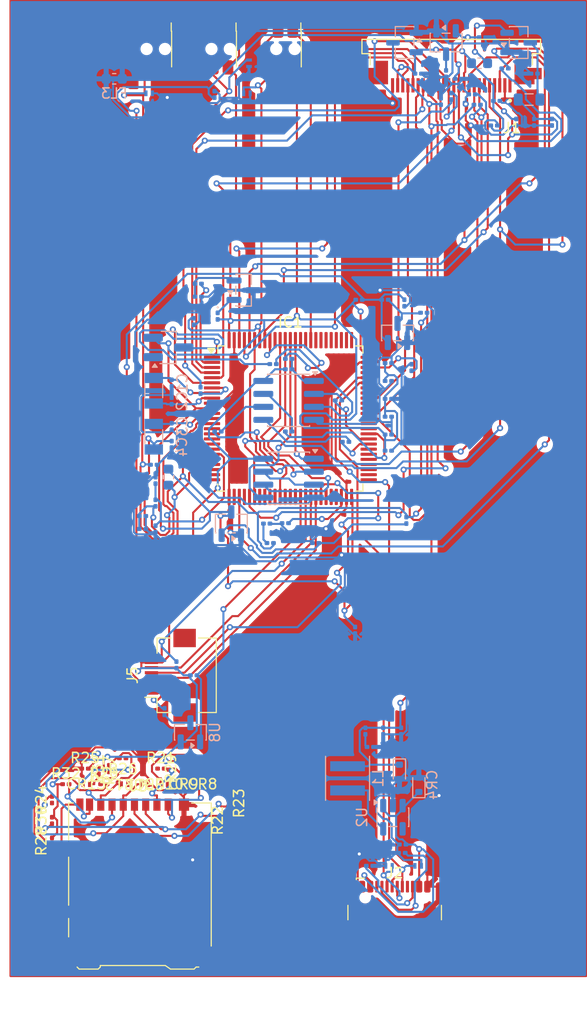
<source format=kicad_pcb>
(kicad_pcb (version 20241229) (generator "pcbnew") (generator_version "9.0")
  (layers (0 "F.Cu" signal) (2 "B.Cu" signal) (13 "F.Paste" user) (15 "B.Paste" user) (5 "F.SilkS" user "F.Silkscreen") (7 "B.SilkS" user "B.Silkscreen") (1 "F.Mask" user) (3 "B.Mask" user) (25 "Edge.Cuts" user))
  (net 0 "")
  (net 2 "/QSPI_BK1_IO1")
  (net 8 "DCMI_D5")
  (net 9 "DCMI_VSYNC")
  (net 10 "DCMI_D3")
  (net 13 "DCMI_D6")
  (net 14 "/SPIx_CLK")
  (net 17 "I2C1_SDA")
  (net 21 "/SPIx_MISO")
  (net 26 "DCMI_D0")
  (net 31 "RCC_MCO_1")
  (net 32 "/QSPI_BK1_IO3")
  (net 36 "DCMI_PIXCLK")
  (net 41 "I2C1_SCL")
  (net 43 "DCMI_D7")
  (net 44 "/QSPI_BK1_NCS")
  (net 45 "DCMI_HSYNC")
  (net 47 "DCMI_D1")
  (net 49 "/QSPI_CLK")
  (net 52 "/SPIx_CS")
  (net 54 "+3.3V")
  (net 56 "/QSPI_BK1_IO0")
  (net 59 "DCMI_D4")
  (net 60 "DCMI_D2")
  (net 61 "/SPIx_MOSI")
  (net 62 "/DVP_RST")
  (net 65 "Net-(IC1-PC14-OSC32_IN)")
  (net 66 "Earth")
  (net 67 "Net-(IC1-PC15-OSC32_OUT)")
  (net 68 "Net-(IC1-PH0-OSC_IN)")
  (net 69 "Net-(IC1-PH1-OSC_OUT)")
  (net 70 "VDD-MCU")
  (net 71 "Net-(IC1-VCAP_1)")
  (net 72 "Net-(IC1-VCAP_2)")
  (net 73 "Net-(IC1-VDDA)")
  (net 74 "Net-(IC1-VREF+)")
  (net 75 "VBAT")
  (net 76 "VBAT_Pin")
  (net 77 "BOOT0")
  (net 78 "Net-(CR2-Pad2)")
  (net 79 "NRST")
  (net 80 "PC13")
  (net 81 "PE3")
  (net 82 "Net-(Q2-B)")
  (net 83 "Net-(Q2-E)")
  (net 84 "Net-(Q1-C)")
  (net 85 "SYS_RESET")
  (net 86 "Net-(U1-~{RESET})")
  (net 87 "USB_DN")
  (net 88 "USB_DP")
  (net 89 "Net-(U2-VOUT)")
  (net 90 "Net-(R12-Pad1)")
  (net 92 "USB_CC2")
  (net 93 "USB_CC1")
  (net 94 "VBUS")
  (net 97 "/DVP_PWDN")
  (net 98 "Net-(J1-Pad13)")
  (net 99 "+2V8")
  (net 100 "+1V5")
  (net 101 "/DCMI/OV_STROBE")
  (net 102 "+3V3")
  (net 103 "Net-(U5-VIN)")
  (net 104 "Net-(U5-VOUT)")
  (net 105 "Net-(J3-DAT2)")
  (net 106 "Net-(J3-DAT3{slash}CD)")
  (net 107 "Net-(J3-CMD)")
  (net 108 "Net-(J3-CLK)")
  (net 109 "Net-(J3-DAT0)")
  (net 110 "Net-(J3-DAT1)")
  (net 111 "/MicroSD_D3")
  (net 112 "/MicroSD_D0")
  (net 113 "/MicroSD_D2")
  (net 114 "/MicroSD_CK")
  (net 115 "/MicroSD_D1")
  (net 116 "/MicroSD_CMD")
  (net 117 "/MicroSD_SW")
  (net 118 "Net-(J3-VSS)")
  (net 119 "Net-(J3-VDD)")
  (net 120 "/MicroSD/MicroSD_SW")
  (net 121 "/MicroSD/MicroSD_D2")
  (net 122 "/MicroSD/MicroSD_D3")
  (net 123 "/MicroSD/MicroSD_CMD")
  (net 124 "/MicroSD/MicroSD_CK")
  (net 125 "/MicroSD/MicroSD_D0")
  (net 126 "/MicroSD/MicroSD_D1")
  (net 127 "Net-(U3-{slash}CS)")
  (net 128 "Net-(U3-DO(IO1))")
  (net 129 "Net-(U3-{slash}WP(IO2))")
  (net 130 "Net-(U3-{slash}HOLD_OR_{slash}RESET(IO3))")
  (net 131 "Net-(U3-CLK)")
  (net 132 "Net-(U3-DI(IO0))")
  (net 133 "/QSPI_BK1_IO2")
  (net 134 "Net-(U7-{slash}HOLD_OR_{slash}RESET(IO3))")
  (net 135 "/LCD_RESET")
  (net 136 "/LCD_CS")
  (net 137 "/LCD_SCL")
  (net 138 "/LCD_LED")
  (net 139 "/LCD_SDA")
  (net 140 "/LCD_WR_RS")
  (net 141 "/0.96'' TFT-LCD/LCD_LEDA")
  (net 142 "Net-(U8-D)")
  (footprint "Resistor_SMD:R_0201_0603Metric" (layer "F.Cu") (at 126.492 124.46 90)
    (property "Reference" "R31")
    (property "Value" "R")
  )
  (footprint "footprints:SP0402_LTF" (layer "F.Cu") (at 135.636 125.984)
    (property "Reference" "CR8")
    (property "Value" "SP0402B-ULC-01ETG")
  )
  (footprint "Resistor_SMD:R_0201_0603Metric" (layer "F.Cu") (at 125.476 124.648 -90)
    (property "Reference" "R27")
    (property "Value" "R")
  )
  (footprint "footprints:SP0402_LTF" (layer "F.Cu") (at 128.016 125.984 180)
    (property "Reference" "CR12")
    (property "Value" "SP0402B-ULC-01ETG")
  )
  (footprint "Resistor_SMD:R_0201_0603Metric" (layer "F.Cu") (at 127.828 123.444 180)
    (property "Reference" "R26")
    (property "Value" "R")
  )
  (footprint "Resistor_SMD:R_0201_0603Metric" (layer "F.Cu") (at 138.176 129.54 90)
    (property "Reference" "R22")
    (property "Value" "R")
  )
  (footprint "Connector_USB:USB_C_Receptacle_GCT_USB4110" (layer "F.Cu") (at 154.4763 139.7)
    (property "Reference" "J2")
    (property "Value" "USB_C_Receptacle_USB2.0_16P")
  )
  (footprint "footprints:SP0402_LTF" (layer "F.Cu") (at 133.7945 125.984)
    (property "Reference" "CR9")
    (property "Value" "SP0402B-ULC-01ETG")
  )
  (footprint "Package_QFP:LQFP-100_14x14mm_P0.5mm" (layer "F.Cu") (at 144.2553 90.17)
    (property "Reference" "IC1")
    (property "Value" "STM32H750VBT6")
  )
  (footprint "Resistor_SMD:R_0201_0603Metric" (layer "F.Cu") (at 125.984 125.984)
    (property "Reference" "R20")
    (property "Value" "R")
  )
  (footprint "Connector_FFC-FPC:Hirose_FH12-8S-0.5SH_1x08-1MP_P0.50mm_Horizontal" (layer "F.Cu") (at 132.497 115.316 90)
    (property "Reference" "J5")
    (property "Value" "5051100892")
  )
  (footprint "Resistor_SMD:R_0201_0603Metric" (layer "F.Cu") (at 120.904 129.54 90)
    (property "Reference" "R30")
    (property "Value" "R")
  )
  (footprint "Connector_Card:microSD_HC_Hirose_DM3AT-SF-PEJM5" (layer "F.Cu") (at 129.51 135.711)
    (property "Reference" "J3")
    (property "Value" "Micro_SD_Card_Det_Hirose_DM3AT")
  )
  (footprint "Button_Switch_SMD:SW_SPST_EVQP7C" (layer "F.Cu") (at 137.425 53.975 -90)
    (property "Reference" "SW2" (hide yes))
    (property "Value" "SW_Push")
  )
  (footprint "SFV24R-3STBE1HLF:AMPHENOL_SFV24R-3STBE1HLF" (layer "F.Cu") (at 160.02 56.2825 180)
    (property "Reference" "J1")
    (property "Value" "SFV24R-3STBE1HLF")
  )
  (footprint "Resistor_SMD:R_0201_0603Metric" (layer "F.Cu") (at 120.904 127.508 90)
    (property "Reference" "R24")
    (property "Value" "R")
  )
  (footprint "Button_Switch_SMD:SW_SPST_EVQP7C" (layer "F.Cu") (at 131.075 53.975 -90)
    (property "Reference" "SW3" (hide yes))
    (property "Value" "SW_Push")
  )
  (footprint "Resistor_SMD:R_0201_0603Metric" (layer "F.Cu") (at 131.572 124.46)
    (property "Reference" "R21")
    (property "Value" "R")
  )
  (footprint "Button_Switch_SMD:SW_SPST_EVQP7C" (layer "F.Cu") (at 143.775 53.975 -90)
    (property "Reference" "SW1" (hide yes))
    (property "Value" "SW_Push")
  )
  (footprint "Resistor_SMD:R_0201_0603Metric" (layer "F.Cu") (at 138.176 127.853 -90)
    (property "Reference" "R23")
    (property "Value" "R")
  )
  (footprint "Resistor_SMD:R_0201_0603Metric" (layer "F.Cu") (at 122.265 125.984)
    (property "Reference" "R32")
    (property "Value" "R")
  )
  (footprint "footprints:SP0402_LTF" (layer "F.Cu") (at 131.8895 125.984)
    (property "Reference" "CR10")
    (property "Value" "SP0402B-ULC-01ETG")
  )
  (footprint "Resistor_SMD:R_0201_0603Metric" (layer "F.Cu") (at 133.604 124.46 90)
    (property "Reference" "R29")
    (property "Value" "R")
  )
  (footprint "Resistor_SMD:R_0201_0603Metric" (layer "F.Cu") (at 120.904 131.572 90)
    (property "Reference" "R28")
    (property "Value" "R")
  )
  (footprint "Resistor_SMD:R_0201_0603Metric" (layer "F.Cu") (at 124.14 124.46)
    (property "Reference" "R25")
    (property "Value" "R")
  )
  (footprint "footprints:SP0402_LTF" (layer "F.Cu") (at 124.2695 125.984)
    (property "Reference" "CR13")
    (property "Value" "SP0402B-ULC-01ETG")
  )
  (footprint "footprints:SP0402_LTF" (layer "F.Cu") (at 130.048 125.984 180)
    (property "Reference" "CR11")
    (property "Value" "SP0402B-ULC-01ETG")
  )
  (footprint "Resistor_SMD:R_0201_0603Metric" (layer "B.Cu") (at 146.7289 102.365 180)
    (property "Reference" "R10" (hide yes))
    (property "Value" "R")
  )
  (footprint "Capacitor_SMD:C_0201_0603Metric" (layer "B.Cu") (at 153.8553 93.32 180)
    (property "Reference" "C17" (hide yes))
    (property "Value" "CL10C100JB8NNNC" (hide yes))
  )
  (footprint "Capacitor_SMD:C_0201_0603Metric" (layer "B.Cu") (at 129.776 99.718)
    (property "Reference" "C8" (hide yes))
    (property "Value" "CL10C100JB8NNNC" (hide yes))
  )
  (footprint "Resistor_SMD:R_0201_0603Metric" (layer "B.Cu") (at 142.56 84.836)
    (property "Reference" "R35" (hide yes))
    (property "Value" "R" (hide yes))
  )
  (footprint "footprints:SP0402_LTF" (layer "B.Cu") (at 156.7751 133.985 180)
    (property "Reference" "CR7" (hide yes))
    (property "Value" "SP0402B-ULC-01ETG" (hide yes))
  )
  (footprint "Capacitor_SMD:C_0201_0603Metric" (layer "B.Cu") (at 168.148 56.388)
    (property "Reference" "C27" (hide yes))
    (property "Value" "CL10C100JB8NNNC" (hide yes))
  )
  (footprint "Crystal:Crystal_SMD_3215-2Pin_3.2x1.5mm" (layer "B.Cu") (at 130.876 87.448 -90)
    (property "Reference" "Y1" (hide yes))
    (property "Value" "ABS05-32.768KHZ-7-T" (hide yes))
  )
  (footprint "Capacitor_SMD:C_0201_0603Metric" (layer "B.Cu") (at 131.046 100.988 90)
    (property "Reference" "C10" (hide yes))
    (property "Value" "CL10C100JB8NNNC" (hide yes))
  )
  (footprint "Capacitor_SMD:C_0201_0603Metric" (layer "B.Cu") (at 156.784 56.388 180)
    (property "Reference" "C31" (hide yes))
    (property "Value" "CL10C100JB8NNNC" (hide yes))
  )
  (footprint "Capacitor_SMD:C_0201_0603Metric" (layer "B.Cu") (at 132.626 90.948 90)
    (property "Reference" "C3")
    (property "Value" "CL10C100JB8NNNC" (hide yes))
  )
  (footprint "Resistor_SMD:R_0201_0603Metric" (layer "B.Cu") (at 131.923 118.872 -90)
    (property "Reference" "R42" (hide yes))
    (property "Value" "R" (hide yes))
  )
  (footprint "footprints:SP0402_LTF" (layer "B.Cu") (at 140.208 55.372 90)
    (property "Reference" "CR2" (hide yes))
    (property "Value" "SP0402B-ULC-01ETG" (hide yes))
  )
  (footprint "Capacitor_SMD:C_0201_0603Metric" (layer "B.Cu") (at 143.7589 100.42)
    (property "Reference" "C6" (hide yes))
    (property "Value" "CL10C100JB8NNNC" (hide yes))
  )
  (footprint "LED_SMD:LED_0201_0603Metric" (layer "B.Cu") (at 137.1353 80.14 -90)
    (property "Reference" "D2" (hide yes))
    (property "Value" "APT1608QBC_D" (hide yes))
  )
  (footprint "Package_TO_SOT_SMD:SOT-23" (layer "B.Cu") (at 154.752 81.788 90)
    (property "Reference" "Q1" (hide yes))
    (property "Value" "MMBT3906" (hide yes))
  )
  (footprint "Resistor_SMD:R_0201_0603Metric" (layer "B.Cu") (at 149.672 92.456 180)
    (property "Reference" "R38" (hide yes))
    (property "Value" "R" (hide yes))
  )
  (footprint "Inductor_SMD:L_0805_2012Metric" (layer "B.Cu") (at 167.64 58.928)
    (property "Reference" "L2" (hide yes))
    (property "Value" "MLZ2012M100W" (hide yes))
  )
  (footprint "Capacitor_SMD:C_0201_0603Metric" (layer "B.Cu") (at 159.512 56.388 90)
    (property "Reference" "C24" (hide yes))
    (property "Value" "CL10C100JB8NNNC" (hide yes))
  )
  (footprint "footprints:SP0402_LTF" (layer "B.Cu") (at 140.0022 58.315 180)
    (property "Reference" "CR1" (hide yes))
    (property "Value" "SP0402B-ULC-01ETG" (hide yes))
  )
  (footprint "Resistor_SMD:R_0201_0603Metric" (layer "B.Cu") (at 165.288 55.88)
    (property "Reference" "R18" (hide yes))
    (property "Value" "R")
  )
  (footprint "Capacitor_SMD:C_0201_0603Metric" (layer "B.Cu") (at 132.626 88.448 -90)
    (property "Reference" "C2")
    (property "Value" "CL10C100JB8NNNC" (hide yes))
  )
  (footprint "Resistor_SMD:R_0201_0603Metric" (layer "B.Cu") (at 135.2303 76.965 180)
    (property "Reference" "R5" (hide yes))
    (property "Value" "R" (hide yes))
  )
  (footprint "Package_TO_SOT_SMD:SOT-23" (layer "B.Cu") (at 134.463 120.904 90)
    (property "Reference" "U8")
    (property "Value" "SI2301CDS-T1-GE3" (hide yes))
  )
  (footprint "Resistor_SMD:R_0201_0603Metric" (layer "B.Cu") (at 152.085 122.3385 180)
    (property "Reference" "R13" (hide yes))
    (property "Value" "R" (hide yes))
  )
  (footprint "Package_TO_SOT_SMD:SOT-23-3" (layer "B.Cu") (at 138.4739 100.46 90)
    (property "Reference" "U1" (hide yes))
    (property "Value" "MAX809TEUR_T" (hide yes))
  )
  (footprint "Resistor_SMD:R_0201_0603Metric" (layer "B.Cu") (at 160.02 58.608 90)
    (property "Reference" "R16" (hide yes))
    (property "Value" "R")
  )
  (footprint "Capacitor_SMD:C_0201_0603Metric" (layer "B.Cu") (at 163.068 52.832 180)
    (property "Reference" "C26" (hide yes))
    (property "Value" "CL10C100JB8NNNC" (hide yes))
  )
  (footprint "Resistor_SMD:R_0201_0603Metric" (layer "B.Cu") (at 134.783 115.316 180)
    (property "Reference" "R41" (hide yes))
    (property "Value" "R" (hide yes))
  )
  (footprint "Capacitor_SMD:C_0201_0603Metric" (layer "B.Cu") (at 155.4253 78.8525 90)
    (property "Reference" "C18" (hide yes))
    (property "Value" "CL10C100JB8NNNC" (hide yes))
  )
  (footprint "Package_TO_SOT_SMD:SOT-23-3" (layer "B.Cu") (at 155.448 53.34 180)
    (property "Reference" "U6" (hide yes))
    (property "Value" "PMIC-LDO-XC6206P332MR-G_SOT23_" (hide yes))
    (property "VALUE" "XC6206P332MR-G-SOT23" (hide yes))
  )
  (footprint "Package_TO_SOT_SMD:SOT-23-5" (layer "B.Cu") (at 154.305 129.221 -90)
    (property "Reference" "U2")
    (property "Value" "AP2112K-3.3" (hide yes))
  )
  (footprint "Capacitor_SMD:C_0201_0603Metric" (layer "B.Cu") (at 169.8846 61.148 90)
    (property "Reference" "C32" (hide yes))
    (property "Value" "CL10C100JB8NNNC" (hide yes))
  )
  (footprint "Package_TO_SOT_SMD:SOT-23_Handsoldering" (layer "B.Cu") (at 132.316 83.208)
    (property "Reference" "D1" (hide yes))
    (property "Value" "BAT54C-7-F" (hide yes))
  )
  (footprint "Capacitor_SMD:C_0201_0603Metric" (layer "B.Cu") (at 132.626 92.698 90)
    (property "Reference" "C4")
    (property "Value" "CL10C100JB8NNNC" (hide yes))
  )
  (footprint "Inductor_SMD:L_0603_1608Metric" (layer "B.Cu") (at 132.316 95.908 90)
    (property "Reference" "FL1" (hide yes))
    (property "Value" "MMZ1608Y102BTA00" (hide yes))
  )
  (footprint "Capacitor_SMD:C_0201_0603Metric" (layer "B.Cu") (at 141.9389 100.46 180)
    (property "Reference" "C20" (hide yes))
    (property "Value" "CL10C100JB8NNNC" (hide yes))
  )
  (footprint "Resistor_SMD:R_0201_0603Metric" (layer "B.Cu") (at 162.56 59.436)
    (property "Reference" "R17" (hide yes))
    (property "Value" "R" (hide yes))
  )
  (footprint "Resistor_SMD:R_0201_0603Metric" (layer "B.Cu") (at 157.3303 79.8075 180)
    (property "Reference" "R4" (hide yes))
    (property "Value" "R" (hide yes))
  )
  (footprint "Inductor_SMD:L_0603_1608Metric" (layer "B.Cu") (at 127 56.896)
    (property "Reference" "FL3")
    (property "Value" "MMZ1608Y102BTA00" (hide yes))
  )
  (footprint "Resistor_SMD:R_0201_0603Metric" (layer "B.Cu") (at 155.1876 132.715)
    (property "Reference" "R14" (hide yes))
    (property "Value" "R")
  )
  (footprint "Resistor_SMD:R_0201_0603Metric" (layer "B.Cu") (at 137.16 91.44 180)
    (property "Reference" "R37" (hide yes))
    (property "Value" "R" (hide yes))
  )
  (footprint "footprints:SP0402_LTF" (layer "B.Cu") (at 130.425 58.315 180)
    (property "Reference" "CR3" (hide yes))
    (property "Value" "SP0402B-ULC-01ETG" (hide yes))
  )
  (footprint "Package_SO:SOIC-8_3.9x4.9mm_P1.27mm" (layer "B.Cu") (at 144.084 96.012 180)
    (property "Reference" "U7" (hide yes))
    (property "Value" "W25Q64JVSSIQ" (hide yes))
  )
  (footprint "Resistor_SMD:R_0201_0603Metric" (layer "B.Cu") (at 135.2303 78.235)
    (property "Reference" "R6" (hide yes))
    (property "Value" "R" (hide yes))
  )
  (footprint "Resistor_SMD:R_0201_0603Metric" (layer "B.Cu") (at 142.2839 102.365 180)
    (property "Reference" "R11" (hide yes))
    (property "Value" "R")
  )
  (footprint "Capacitor_SMD:C_0201_0603Metric" (layer "B.Cu") (at 153.8553 86.49 180)
    (property "Reference" "C13" (hide yes))
    (property "Value" "CL10C100JB8NNNC" (hide yes))
  )
  (footprint "Capacitor_SMD:C_0201_0603Metric" (layer "B.Cu") (at 156.1203 85.17 -90)
    (property "Reference" "C7" (hide yes))
    (property "Value" "CL10C100JB8NNNC" (hide yes))
  )
  (footprint "Resistor_SMD:R_0201_0603Metric" (layer "B.Cu") (at 155.6189 100.14 90)
    (property "Reference" "R9" (hide yes))
    (property "Value" "R")
  )
  (footprint "Resistor_SMD:R_0201_0603Metric" (layer "B.Cu") (at 144.084 91.44 180)
    (property "Reference" "R36" (hide yes))
    (property "Value" "R" (hide yes))
  )
  (footprint "Resistor_SMD:R_0201_0603Metric" (layer "B.Cu") (at 133.096 114.3 90)
    (property "Reference" "R40" (hide yes))
    (property "Value" "R" (hide yes))
  )
  (footprint "Capacitor_SMD:C_0201_0603Metric" (layer "B.Cu") (at 160.716 56.896 180)
    (property "Reference" "C25" (hide yes))
    (property "Value" "CL10C100JB8NNNC" (hide yes))
  )
  (footprint "Inductor_SMD:L_Coilcraft_XxL4020" (layer "B.Cu") (at 149.86 125.411 90)
    (property "Reference" "L1")
    (property "Value" "SRP4020TA-2R2M" (hide yes))
  )
  (footprint "Capacitor_SMD:C_0201_0603Metric" (layer "B.Cu") (at 159.004 59.116 -90)
    (property "Reference" "C30" (hide yes))
    (property "Value" "CL10C100JB8NNNC" (hide yes))
  )
  (footprint "Capacitor_SMD:C_0201_0603Metric" (layer "B.Cu") (at 164.211 61.468 180)
    (property "Reference" "C29" (hide yes))
    (property "Value" "CL10C100JB8NNNC" (hide yes))
  )
  (footprint "Capacitor_SMD:C_0201_0603Metric" (layer "B.Cu") (at 153.8553 84.74 180)
    (property "Reference" "C12" (hide yes))
    (property "Value" "CL10C100JB8NNNC" (hide yes))
  )
  (footprint "Capacitor_SMD:C_0201_0603Metric" (layer "B.Cu") (at 153.8553 88.24 180)
    (property "Reference" "C14" (hide yes))
    (property "Value" "CL10C100JB8NNNC" (hide yes))
  )
  (footprint "Resistor_SMD:R_0201_0603Metric" (layer "B.Cu") (at 144.084 85.344 180)
    (property "Reference" "R39" (hide yes))
    (property "Value" "R" (hide yes))
  )
  (footprint "Diode_SMD:D_SOD-523" (layer "B.Cu") (at 154.94 124.776 -90)
    (property "Reference" "CR5" (hide yes))
    (property "Value" "LESD5Z5.0CT1G" (hide yes))
  )
  (footprint "Capacitor_SMD:C_0201_0603Metric" (layer "B.Cu") (at 130.876 94.698 180)
    (property "Reference" "C5" (hide yes))
    (property "Value" "CL10C100JB8NNNC" (hide yes))
  )
  (footprint "Capacitor_SMD:C_0201_0603Metric" (layer "B.Cu") (at 136.8232 58.42 -90)
    (property "Reference" "C35" (hide yes))
    (property "Value" "CL10C100JB8NNNC" (hide yes))
  )
  (footprint "Capacitor_SMD:C_0201_0603Metric" (layer "B.Cu") (at 131.046 96.228 -90)
    (property "Reference" "C11" (hide yes))
    (property "Value" "CL10C100JB8NNNC" (hide yes))
  )
  (footprint "Resistor_SMD:R_0201_0603Metric" (layer "B.Cu") (at 148.976 88.392)
    (property "Reference" "R34" (hide yes))
    (property "Value" "R" (hide yes))
  )
  (footprint "Package_TO_SOT_SMD:SOT-23-3" (layer "B.Cu") (at 159.512 53.34 -90)
    (property "Reference" "U4" (hide yes))
    (property "Value" "PMIC-LDO-XC6206P332MR-G_SOT23_" (hide yes))
    (property "VALUE" "XC6206P332MR-G-SOT23" (hide yes))
  )
  (footprint "Capacitor_SMD:C_0201_0603Metric" (layer "B.Cu") (at 153.8553 89.99 180)
    (property "Reference" "C15" (hide yes))
    (property "Value" "CL10C100JB8NNNC" (hide yes))
  )
  (footprint "Capacitor_SMD:C_0201_0603Metric" (layer "B.Cu") (at 153.355 120.7785 90)
    (property "Reference" "C23" (hide yes))
    (property "Value" "CL10C100JB8NNNC" (hide yes))
  )
  (footprint "Inductor_SMD:L_0603_1608Metric" (layer "B.Cu") (at 162.7885 55.372)
    (property "Reference" "FL2" (hide yes))
    (property "Value" "MMZ1608Y102BTA00" (hide yes))
  )
  (footprint "Capacitor_SMD:C_0201_0603Metric" (layer "B.Cu") (at 155.105 120.7785 90)
    (property "Reference" "C22" (hide yes))
    (property "Value" "CL10C100JB8NNNC" (hide yes))
  )
  (footprint "Capacitor_SMD:C_0201_0603Metric" (layer "B.Cu") (at 168.1346 61.148 90)
    (property "Reference" "C33" (hide yes))
    (property "Value" "CL10C100JB8NNNC" (hide yes))
  )
  (footprint "Resistor_SMD:R_0201_0603Metric" (layer "B.Cu") (at 135.4553 87.415 -90)
    (property "Reference" "R3" (hide yes))
    (property "Value" "R" (hide yes))
  )
  (footprint "Resistor_SMD:R_0201_0603Metric" (layer "B.Cu") (at 151.605 120.7785 90)
    (property "Reference" "R12" (hide yes))
    (property "Value" "R")
  )
  (footprint "Capacitor_SMD:C_0201_0603Metric" (layer "B.Cu") (at 132.626 86.698 90)
    (property "Reference" "C1")
    (property "Value" "CL10C100JB8NNNC" (hide yes))
  )
  (footprint "Capacitor_SMD:C_0201_0603Metric" (layer "B.Cu") (at 155.26 131.8935)
    (property "Reference" "C21" (hide yes))
    (property "Value" "CL10C100JB8NNNC" (hide yes))
  )
  (footprint "Capacitor_SMD:C_0201_0603Metric" (layer "B.Cu") (at 150.5999 110.91 90)
    (property "Reference" "C19" (hide yes))
    (property "Value" "CL10C100JB8NNNC" (hide yes))
  )
  (footprint "Capacitor_SMD:C_0201_0603Metric" (layer "B.Cu") (at 164.465 59.055 180)
    (property "Reference" "C28" (hide yes))
    (property "Value" "CL10C100JB8NNNC" (hide yes))
  )
  (footprint "Diode_SMD:D_SOD-523" (layer "B.Cu") (at 156.845 126.046 90)
    (property "Reference" "CR4")
    (property "Value" "LESD5Z5.0CT1G" (hide yes))
  )
  (footprint "Package_SO:SOIC-8_3.9x4.9mm_P1.27mm" (layer "B.Cu") (at 144.084 88.392 180)
    (property "Reference" "U3" (hide yes))
    (property "Value" "W25Q64JVSSIQ" (hide yes))
  )
  (footprint "Resistor_SMD:R_0201_0603Metric" (layer "B.Cu") (at 131.046 98.448 90)
    (property "Reference" "R2" (hide yes))
    (property "Value" "R")
  )
  (footprint "Capacitor_SMD:C_0201_0603Metric" (layer "B.Cu") (at 166.3846 61.148 90)
    (property "Reference" "C34" (hide yes))
    (property "Value" "CL10C100JB8NNNC" (hide yes))
  )
  (footprint "Capacitor_SMD:C_0201_0603Metric" (layer "B.Cu") (at 153.8553 91.74 180)
    (property "Reference" "C16" (hide yes))
    (property "Value" "CL10C100JB8NNNC" (hide yes))
  )
  (footprint "Resistor_SMD:R_0201_0603Metric" (layer "B.Cu") (at 152.0126 133.985 180)
    (property "Reference" "R15" (hide yes))
    (property "Value" "R")
  )
  (footprint "footprints:SP0402_LTF" (layer "B.Cu") (at 153.9176 133.985)
    (property "Reference" "CR6" (hide yes))
    (property "Value" "SP0402B-ULC-01ETG" (hide yes))
  )
  (footprint "Package_TO_SOT_SMD:SOT-23-3" (layer "B.Cu") (at 166.624 53.34)
    (property "Reference" "U5" (hide yes))
    (property "Value" "PMIC-LDO-XC6206P332MR-G_SOT23_" (hide yes))
    (property "VALUE" "XC6206P332MR-G-SOT23" (hide yes))
  )
  (footprint "Resistor_SMD:R_0201_0603Metric" (layer "B.Cu") (at 153.5203 78.5375)
    (property "Reference" "R7" (hide yes))
    (property "Value" "R" (hide yes))
  )
  (footprint "Crystal:Crystal_SMD_3215-2Pin_3.2x1.5mm" (layer "B.Cu") (at 130.876 91.948 90)
    (property "Reference" "Y2" (hide yes))
    (property "Value" "ABM3-25.000MHZ-D2Y-T" (hide yes))
  )
  (footprint "Resistor_SMD:R_0201_0603Metric" (layer "B.Cu") (at 134.7953 80.67 90)
    (property "Reference" "R1" (hide yes))
    (property "Value" "R")
  )
  (footprint "Resistor_SMD:R_0201_0603Metric" (layer "B.Cu") (at 162.052 58.42)
    (property "Reference" "R19" (hide yes))
    (property "Value" "R" (hide yes))
  )
  (footprint "Package_TO_SOT_SMD:SOT-23" (layer "B.Cu") (at 139.6753 77.6)
    (property "Reference" "Q2" (hide yes))
    (property "Value" "BC857" (hide yes))
  )
  (footprint "Resistor_SMD:R_0201_0603Metric" (layer "B.Cu") (at 144.084 84.328)
    (property "Reference" "R33" (hide yes))
    (property "Value" "R" (hide yes))
  )
  (footprint "Capacitor_SMD:C_0201_0603Metric" (layer "B.Cu") (at 129.776 100.988)
    (property "Reference" "C9" (hide yes))
    (property "Value" "CL10C100JB8NNNC" (hide yes))
  )
  (footprint "Resistor_SMD:R_0201_0603Metric" (layer "B.Cu") (at 150.9803 78.5375)
    (property "Reference" "R8" (hide yes))
    (property "Value" "R" (hide yes))
  )
  (gr_rect (start 116.84 49.276) (end 173.228 144.78) (stroke (width 0.2)) (fill no) (layer "F.Cu"))
  (segment (start 151.0314 92.17) (end 149.7092 90.8478) (width 0.2) (layer "F.Cu") (net 2))
  (segment (start 149.7092 90.8478) (end 149.7092 89.2742) (width 0.2) (layer "F.Cu") (net 2))
  (segment (start 151.9303 92.17) (end 151.0314 92.17) (width 0.2) (layer "F.Cu") (net 2))
  (via (at 149.7092 89.2742) (size 0.6) (drill 0.3) (layers "F.Cu" "B.Cu") (net 2))
  (segment (start 149.3566 89.2742) (end 149.7092 89.2742) (width 0.2) (layer "B.Cu") (net 2))
  (segment (start 148.656 88.392) (end 148.656 88.5736) (width 0.2) (layer "B.Cu") (net 2))
  (segment (start 148.656 88.5736) (end 149.3566 89.2742) (width 0.2) (layer "B.Cu") (net 2))
  (segment (start 158.27 56.5308) (end 155.7212 53.982) (width 0.2) (layer "F.Cu") (net 8))
  (segment (start 151.4281 53.982) (end 146.2553 59.1548) (width 0.2) (layer "F.Cu") (net 8))
  (segment (start 158.27 57.5325) (end 158.27 56.5308) (width 0.2) (layer "F.Cu") (net 8))
  (segment (start 146.2553 59.1548) (end 146.2553 82.495) (width 0.2) (layer "F.Cu") (net 8))
  (segment (start 155.7212 53.982) (end 151.4281 53.982) (width 0.2) (layer "F.Cu") (net 8))
  (segment (start 163.5923 71.506) (end 163.1881 71.9102) (width 0.2) (layer "F.Cu") (net 9))
  (segment (start 143.6165 79.7389) (end 143.6165 75.6322) (width 0.2) (layer "F.Cu") (net 9))
  (segment (start 141.7553 81.6001) (end 143.6165 79.7389) (width 0.2) (layer "F.Cu") (net 9))
  (segment (start 162.77 59.5778) (end 163.5923 60.4001) (width 0.2) (layer "F.Cu") (net 9))
  (segment (start 162.77 57.5325) (end 162.77 59.5778) (width 0.2) (layer "F.Cu") (net 9))
  (segment (start 141.7553 82.495) (end 141.7553 81.6001) (width 0.2) (layer "F.Cu") (net 9))
  (segment (start 163.5923 60.4001) (end 163.5923 71.506) (width 0.2) (layer "F.Cu") (net 9))
  (via (at 143.6165 75.6322) (size 0.6) (drill 0.3) (layers "F.Cu" "B.Cu") (net 9))
  (via (at 163.1881 71.9102) (size 0.6) (drill 0.3) (layers "F.Cu" "B.Cu") (net 9))
  (segment (start 159.4661 75.6322) (end 163.1881 71.9102) (width 0.2) (layer "B.Cu") (net 9))
  (segment (start 143.6165 75.6322) (end 159.4661 75.6322) (width 0.2) (layer "B.Cu") (net 9))
  (segment (start 147.8612 73.0311) (end 147.3752 73.5171) (width 0.2) (layer "F.Cu") (net 10))
  (segment (start 139.2553 82.495) (end 139.2553 73.7949) (width 0.2) (layer "F.Cu") (net 10))
  (segment (start 156.27 57.5325) (end 156.27 55.4444) (width 0.2) (layer "F.Cu") (net 10))
  (segment (start 139.2553 73.7949) (end 138.9775 73.5171) (width 0.2) (layer "F.Cu") (net 10))
  (segment (start 147.8612 58.1169) (end 147.8612 73.0311) (width 0.2) (layer "F.Cu") (net 10))
  (segment (start 151.5944 54.3837) (end 147.8612 58.1169) (width 0.2) (layer "F.Cu") (net 10))
  (segment (start 155.2093 54.3837) (end 151.5944 54.3837) (width 0.2) (layer "F.Cu") (net 10))
  (segment (start 156.27 55.4444) (end 155.2093 54.3837) (width 0.2) (layer "F.Cu") (net 10))
  (via (at 138.9775 73.5171) (size 0.6) (drill 0.3) (layers "F.Cu" "B.Cu") (net 10))
  (via (at 147.3752 73.5171) (size 0.6) (drill 0.3) (layers "F.Cu" "B.Cu") (net 10))
  (segment (start 138.9775 73.5171) (end 147.3752 73.5171) (width 0.2) (layer "B.Cu") (net 10))
  (segment (start 137.9879 59.9853) (end 134.645 63.3282) (width 0.2) (layer "F.Cu") (net 13))
  (segment (start 135.5112 85.67) (end 136.5803 85.67) (width 0.2) (layer "F.Cu") (net 13))
  (segment (start 134.645 63.3282) (end 134.645 84.8038) (width 0.2) (layer "F.Cu") (net 13))
  (segment (start 134.645 84.8038) (end 135.5112 85.67) (width 0.2) (layer "F.Cu") (net 13))
  (segment (start 155.9542 53.215) (end 152.5112 53.215) (width 0.2) (layer "F.Cu") (net 13))
  (segment (start 138.1571 59.9853) (end 137.9879 59.9853) (width 0.2) (layer "F.Cu") (net 13))
  (segment (start 159.27 57.5325) (end 159.27 56.5308) (width 0.2) (layer "F.Cu") (net 13))
  (segment (start 159.27 56.5308) (end 155.9542 53.215) (width 0.2) (layer "F.Cu") (net 13))
  (via (at 152.5112 53.215) (size 0.6) (drill 0.3) (layers "F.Cu" "B.Cu") (net 13))
  (via (at 138.1571 59.9853) (size 0.6) (drill 0.3) (layers "F.Cu" "B.Cu") (net 13))
  (segment (start 154.8963 59.5827) (end 154.4937 59.9853) (width 0.2) (layer "B.Cu") (net 13))
  (segment (start 154.4937 59.9853) (end 138.1571 59.9853) (width 0.2) (layer "B.Cu") (net 13))
  (segment (start 154.8963 59.0579) (end 154.8963 59.5827) (width 0.2) (layer "B.Cu") (net 13))
  (segment (start 152.5112 56.6728) (end 154.8963 59.0579) (width 0.2) (layer "B.Cu") (net 13))
  (segment (start 152.5112 53.215) (end 152.5112 56.6728) (width 0.2) (layer "B.Cu") (net 13))
  (segment (start 142.0921 92.5184) (end 143.7553 90.8552) (width 0.2) (layer "F.Cu") (net 14))
  (segment (start 147.9493 96.0064) (end 146.357 96.0064) (width 0.2) (layer "F.Cu") (net 14))
  (segment (start 142.0921 92.8977) (end 142.0921 92.5184) (width 0.2) (layer "F.Cu") (net 14))
  (segment (start 144.1442 93.7936) (end 142.988 93.7936) (width 0.2) (layer "F.Cu") (net 14))
  (segment (start 142.988 93.7936) (end 142.0921 92.8977) (width 0.2) (layer "F.Cu") (net 14))
  (segment (start 146.357 96.0064) (end 144.1442 93.7936) (width 0.2) (layer "F.Cu") (net 14))
  (segment (start 143.7553 90.8552) (end 143.7553 82.495) (width 0.2) (layer "F.Cu") (net 14))
  (via (at 147.9493 96.0064) (size 0.6) (drill 0.3) (layers "F.Cu" "B.Cu") (net 14))
  (segment (start 141.609 96.647) (end 142.2425 97.2805) (width 0.2) (layer "B.Cu") (net 14))
  (segment (start 147.9493 96.8723) (end 147.9493 96.0064) (width 0.2) (layer "B.Cu") (net 14))
  (segment (start 147.5411 97.2805) (end 147.9493 96.8723) (width 0.2) (layer "B.Cu") (net 14))
  (segment (start 142.2425 97.2805) (end 147.5411 97.2805) (width 0.2) (layer "B.Cu") (net 14))
  (segment (start 164.77 57.5325) (end 164.77 56.1488) (width 0.2) (layer "F.Cu") (net 17))
  (segment (start 162.5795 67.8237) (end 161.314 69.0892) (width 0.2) (layer "F.Cu") (net 17))
  (segment (start 166.1212 54.7976) (end 168.3224 54.7976) (width 0.2) (layer "F.Cu") (net 17))
  (segment (start 162.0528 60.6069) (end 162.5795 61.1336) (width 0.2) (layer "F.Cu") (net 17))
  (segment (start 140.2553 75.8285) (end 140.8178 75.266) (width 0.2) (layer "F.Cu") (net 17))
  (segment (start 169.1828 65.6343) (end 167.6789 67.1382) (width 0.2) (layer "F.Cu") (net 17))
  (segment (start 164.77 56.1488) (end 166.1212 54.7976) (width 0.2) (layer "F.Cu") (net 17))
  (segment (start 169.1828 55.658) (end 169.1828 65.6343) (width 0.2) (layer "F.Cu") (net 17))
  (segment (start 140.2553 82.495) (end 140.2553 75.8285) (width 0.2) (layer "F.Cu") (net 17))
  (segment (start 162.5795 61.1336) (end 162.5795 67.8237) (width 0.2) (layer "F.Cu") (net 17))
  (segment (start 161.314 69.0892) (end 161.314 72.6842) (width 0.2) (layer "F.Cu") (net 17))
  (segment (start 168.3224 54.7976) (end 169.1828 55.658) (width 0.2) (layer "F.Cu") (net 17))
  (via (at 161.314 72.6842) (size 0.6) (drill 0.3) (layers "F.Cu" "B.Cu") (net 17))
  (via (at 167.6789 67.1382) (size 0.6) (drill 0.3) (layers "F.Cu" "B.Cu") (net 17))
  (via (at 162.0528 60.6069) (size 0.6) (drill 0.3) (layers "F.Cu" "B.Cu") (net 17))
  (via (at 140.8178 75.266) (size 0.6) (drill 0.3) (layers "F.Cu" "B.Cu") (net 17))
  (segment (start 161.314 72.6842) (end 158.9677 75.0305) (width 0.2) (layer "B.Cu") (net 17))
  (segment (start 141.0533 75.0305) (end 140.8178 75.266) (width 0.2) (layer "B.Cu") (net 17))
  (segment (start 158.9677 75.0305) (end 141.0533 75.0305) (width 0.2) (layer "B.Cu") (net 17))
  (segment (start 167.6789 67.1382) (end 166.86 67.1382) (width 0.2) (layer "B.Cu") (net 17))
  (segment (start 166.86 67.1382) (end 161.314 72.6842) (width 0.2) (layer "B.Cu") (net 17))
  (segment (start 162.88 59.7797) (end 162.88 59.436) (width 0.2) (layer "B.Cu") (net 17))
  (segment (start 162.0528 60.6069) (end 162.88 59.7797) (width 0.2) (layer "B.Cu") (net 17))
  (segment (start 141.6308 92.2231) (end 141.5178 92.1101) (width 0.2) (layer "F.Cu") (net 21))
  (segment (start 144.5554 95.1232) (end 144.5554 95.6507) (width 0.2) (layer "F.Cu") (net 21))
  (segment (start 141.6308 92.2231) (end 141.6904 92.2827) (width 0.2) (layer "F.Cu") (net 21))
  (segment (start 141.5178 92.1101) (end 141.3911 91.9834) (width 0.2) (layer "F.Cu") (net 21))
  (segment (start 142.863 94.2366) (end 143.6688 94.2366) (width 0.2) (layer "F.Cu") (net 21))
  (segment (start 143.2553 90.1191) (end 143.2553 82.495) (width 0.2) (layer "F.Cu") (net 21))
  (segment (start 141.6904 93.064) (end 142.863 94.2366) (width 0.2) (layer "F.Cu") (net 21))
  (segment (start 141.3911 91.9834) (end 141.3911 91.9833) (width 0.2) (layer "F.Cu") (net 21))
  (segment (start 141.6904 92.2827) (end 141.6904 93.064) (width 0.2) (layer "F.Cu") (net 21))
  (segment (start 141.3911 91.9833) (end 143.2553 90.1191) (width 0.2) (layer "F.Cu") (net 21))
  (segment (start 143.6688 94.2366) (end 144.5554 95.1232) (width 0.2) (layer "F.Cu") (net 21))
  (segment (start 141.6308 92.2231) (end 141.5178 92.1101) (width 0.2) (layer "F.Cu") (net 21))
  (via (at 144.5554 95.6507) (size 0.6) (drill 0.3) (layers "F.Cu" "B.Cu") (net 21))
  (segment (start 146.559 95.377) (end 144.8291 95.377) (width 0.2) (layer "B.Cu") (net 21))
  (segment (start 144.8291 95.377) (end 144.5554 95.6507) (width 0.2) (layer "B.Cu") (net 21))
  (segment (start 156.5681 61.6414) (end 157.6706 62.7439) (width 0.2) (layer "F.Cu") (net 26))
  (segment (start 156.77 57.5325) (end 156.77 58.5342) (width 0.2) (layer "F.Cu") (net 26))
  (segment (start 156.8809 100.1042) (end 156.3288 100.1042) (width 0.2) (layer "F.Cu") (net 26))
  (segment (start 156.5681 58.7361) (end 156.5681 61.6414) (width 0.2) (layer "F.Cu") (net 26))
  (segment (start 156.77 58.5342) (end 156.5681 58.7361) (width 0.2) (layer "F.Cu") (net 26))
  (segment (start 152.7811 90.17) (end 151.9303 90.17) (width 0.2) (layer "F.Cu") (net 26))
  (segment (start 156.3288 100.1042) (end 155.9514 99.7268) (width 0.2) (layer "F.Cu") (net 26))
  (segment (start 155.9514 99.7268) (end 155.9514 93.3403) (width 0.2) (layer "F.Cu") (net 26))
  (segment (start 157.6706 62.7439) (end 157.6706 99.3145) (width 0.2) (layer "F.Cu") (net 26))
  (segment (start 155.9514 93.3403) (end 152.7811 90.17) (width 0.2) (layer "F.Cu") (net 26))
  (segment (start 157.6706 99.3145) (end 156.8809 100.1042) (width 0.2) (layer "F.Cu") (net 26))
  (segment (start 155.4927 82.9287) (end 154.8481 82.2841) (width 0.2) (layer "F.Cu") (net 31))
  (segment (start 152.7794 88.17) (end 155.4927 85.4567) (width 0.2) (layer "F.Cu") (net 31))
  (segment (start 154.8481 82.2841) (end 154.8481 61.1591) (width 0.2) (layer "F.Cu") (net 31))
  (segment (start 151.9303 88.17) (end 152.7794 88.17) (width 0.2) (layer "F.Cu") (net 31))
  (segment (start 155.4927 85.4567) (end 155.4927 82.9287) (width 0.2) (layer "F.Cu") (net 31))
  (via (at 154.8481 61.1591) (size 0.6) (drill 0.3) (layers "F.Cu" "B.Cu") (net 31))
  (segment (start 160.02 59.2557) (end 160.02 58.928) (width 0.2) (layer "B.Cu") (net 31))
  (segment (start 154.8481 61.1591) (end 157.0097 61.1591) (width 0.2) (layer "B.Cu") (net 31))
  (segment (start 157.0097 61.1591) (end 158.0662 60.1026) (width 0.2) (layer "B.Cu") (net 31))
  (segment (start 159.1731 60.1026) (end 160.02 59.2557) (width 0.2) (layer "B.Cu") (net 31))
  (segment (start 158.0662 60.1026) (end 159.1731 60.1026) (width 0.2) (layer "B.Cu") (net 31))
  (segment (start 152.7811 91.67) (end 153.4646 92.3535) (width 0.2) (layer "F.Cu") (net 32))
  (segment (start 151.9303 91.67) (end 152.7811 91.67) (width 0.2) (layer "F.Cu") (net 32))
  (segment (start 153.4646 92.3535) (end 153.4646 94.0249) (width 0.2) (layer "F.Cu") (net 32))
  (via (at 153.4646 94.0249) (size 0.6) (drill 0.3) (layers "F.Cu" "B.Cu") (net 32))
  (segment (start 152.7788 94.0249) (end 153.4646 94.0249) (width 0.2) (layer "B.Cu") (net 32))
  (segment (start 147.3948 91.9843) (end 147.8378 91.5413) (width 0.2) (layer "B.Cu") (net 32))
  (segment (start 150.2952 91.5413) (end 152.7788 94.0249) (width 0.2) (layer "B.Cu") (net 32))
  (segment (start 147.8378 91.5413) (end 150.2952 91.5413) (width 0.2) (layer "B.Cu") (net 32))
  (segment (start 144.1496 91.9843) (end 147.3948 91.9843) (width 0.2) (layer "B.Cu") (net 32))
  (segment (start 143.764 91.5987) (end 144.1496 91.9843) (width 0.2) (layer "B.Cu") (net 32))
  (segment (start 143.764 91.44) (end 143.764 91.5987) (width 0.2) (layer "B.Cu") (net 32))
  (segment (start 155.3497 99.1337) (end 154.8451 99.6383) (width 0.2) (layer "F.Cu") (net 36))
  (segment (start 140.2553 98.7909) (end 140.2553 97.845) (width 0.2) (layer "F.Cu") (net 36))
  (segment (start 141.3505 99.8861) (end 140.2553 98.7909) (width 0.2) (layer "F.Cu") (net 36))
  (segment (start 158.5648 61.0085) (end 158.6858 61.1295) (width 0.2) (layer "F.Cu") (net 36))
  (segment (start 142.871 99.8861) (end 141.3505 99.8861) (width 0.2) (layer "F.Cu") (net 36))
  (segment (start 155.3497 95.1757) (end 155.3497 99.1337) (width 0.2) (layer "F.Cu") (net 36))
  (segment (start 158.6858 61.1295) (end 158.6858 94.2769) (width 0.2) (layer "F.Cu") (net 36))
  (segment (start 158.6858 94.2769) (end 159.4559 95.047) (width 0.2) (layer "F.Cu") (net 36))
  (segment (start 157.9101 58.5342) (end 158.5648 59.1889) (width 0.2) (layer "F.Cu") (net 36))
  (segment (start 158.5648 59.1889) (end 158.5648 61.0085) (width 0.2) (layer "F.Cu") (net 36))
  (segment (start 157.77 58.5342) (end 157.9101 58.5342) (width 0.2) (layer "F.Cu") (net 36))
  (segment (start 157.77 57.5325) (end 157.77 58.5342) (width 0.2) (layer "F.Cu") (net 36))
  (via (at 154.8451 99.6383) (size 0.6) (drill 0.3) (layers "F.Cu" "B.Cu") (net 36))
  (via (at 159.4559 95.047) (size 0.6) (drill 0.3) (layers "F.Cu" "B.Cu") (net 36))
  (via (at 142.871 99.8861) (size 0.6) (drill 0.3) (layers "F.Cu" "B.Cu") (net 36))
  (via (at 155.3497 95.1757) (size 0.6) (drill 0.3) (layers "F.Cu" "B.Cu") (net 36))
  (segment (start 159.4559 95.047) (end 155.4784 95.047) (width 0.2) (layer "B.Cu") (net 36))
  (segment (start 155.4784 95.047) (end 155.3497 95.1757) (width 0.2) (layer "B.Cu") (net 36))
  (segment (start 154.8451 99.6383) (end 154.5393 99.3325) (width 0.2) (layer "B.Cu") (net 36))
  (segment (start 143.4246 99.3325) (end 142.871 99.8861) (width 0.2) (layer "B.Cu") (net 36))
  (segment (start 154.5393 99.3325) (end 143.4246 99.3325) (width 0.2) (layer "B.Cu") (net 36))
  (segment (start 140.887 92.6173) (end 140.887 93.3966) (width 0.2) (layer "F.Cu") (net 41))
  (segment (start 140.3127 85.8127) (end 140.3127 91.9921) (width 0.2) (layer "F.Cu") (net 41))
  (segment (start 140.887 93.3966) (end 142.8092 95.3188) (width 0.2) (layer "F.Cu") (net 41))
  (segment (start 142.8092 95.3188) (end 143.2503 95.3188) (width 0.2) (layer "F.Cu") (net 41))
  (segment (start 164.4767 53.9437) (end 164.2345 54.1859) (width 0.2) (layer "F.Cu") (net 41))
  (segment (start 164.8016 71.6471) (end 164.8016 60.6635) (width 0.2) (layer "F.Cu") (net 41))
  (segment (start 140.4356 92.115) (end 140.4356 92.1659) (width 0.2) (layer "F.Cu") (net 41))
  (segment (start 168.6557 53.9437) (end 164.4767 53.9437) (width 0.2) (layer "F.Cu") (net 41))
  (segment (start 170.9127 56.2007) (end 168.6557 53.9437) (width 0.2) (layer "F.Cu") (net 41))
  (segment (start 170.9127 73.1344) (end 170.9127 56.2007) (width 0.2) (layer "F.Cu") (net 41))
  (segment (start 140.7553 82.495) (end 140.7553 85.3701) (width 0.2) (layer "F.Cu") (net 41))
  (segment (start 140.3127 91.9921) (end 140.4356 92.115) (width 0.2) (layer "F.Cu") (net 41))
  (segment (start 163.77 59.6319) (end 163.77 57.5325) (width 0.2) (layer "F.Cu") (net 41))
  (segment (start 140.4356 92.1659) (end 140.887 92.6173) (width 0.2) (layer "F.Cu") (net 41))
  (segment (start 164.8016 91.1065) (end 164.8016 71.6471) (width 0.2) (layer "F.Cu") (net 41))
  (segment (start 140.7553 85.3701) (end 140.3127 85.8127) (width 0.2) (layer "F.Cu") (net 41))
  (segment (start 164.8016 60.6635) (end 163.77 59.6319) (width 0.2) (layer "F.Cu") (net 41))
  (via (at 143.2503 95.3188) (size 0.6) (drill 0.3) (layers "F.Cu" "B.Cu") (net 41))
  (via (at 164.8016 71.6471) (size 0.6) (drill 0.3) (layers "F.Cu" "B.Cu") (net 41))
  (via (at 164.2345 54.1859) (size 0.6) (drill 0.3) (layers "F.Cu" "B.Cu") (net 41))
  (via (at 170.9127 73.1344) (size 0.6) (drill 0.3) (layers "F.Cu" "B.Cu") (net 41))
  (via (at 164.8016 91.1065) (size 0.6) (drill 0.3) (layers "F.Cu" "B.Cu") (net 41))
  (segment (start 170.9127 73.1344) (end 166.2889 73.1344) (width 0.2) (layer "B.Cu") (net 41))
  (segment (start 143.7952 94.7739) (end 150.3183 94.7739) (width 0.2) (layer "B.Cu") (net 41))
  (segment (start 165.608 55.7174) (end 165.608 55.88) (width 0.2) (layer "B.Cu") (net 41))
  (segment (start 164.2345 54.1859) (end 164.2345 54.3439) (width 0.2) (layer "B.Cu") (net 41))
  (segment (start 150.574 95.0296) (end 154.6447 95.0296) (width 0.2) (layer "B.Cu") (net 41))
  (segment (start 155.3005 94.3738) (end 161.5343 94.3738) (width 0.2) (layer "B.Cu") (net 41))
  (segment (start 154.6447 95.0296) (end 155.3005 94.3738) (width 0.2) (layer "B.Cu") (net 41))
  (segment (start 143.2503 95.3188) (end 143.7952 94.7739) (width 0.2) (layer "B.Cu") (net 41))
  (segment (start 164.2345 54.3439) (end 165.608 55.7174) (width 0.2) (layer "B.Cu") (net 41))
  (segment (start 166.2889 73.1344) (end 164.8016 71.6471) (width 0.2) (layer "B.Cu") (net 41))
  (segment (start 150.3183 94.7739) (end 150.574 95.0296) (width 0.2) (layer "B.Cu") (net 41))
  (segment (start 161.5343 94.3738) (end 164.8016 91.1065) (width 0.2) (layer "B.Cu") (net 41))
  (segment (start 137.6823 67.7918) (end 137.0287 67.1382) (width 0.2) (layer "F.Cu") (net 43))
  (segment (start 160.27 61.7525) (end 160.27 57.5325) (width 0.2) (layer "F.Cu") (net 43))
  (segment (start 137.4772 86.17) (end 137.6823 85.9649) (width 0.2) (layer "F.Cu") (net 43))
  (segment (start 137.6823 85.9649) (end 137.6823 67.7918) (width 0.2) (layer "F.Cu") (net 43))
  (segment (start 136.5803 86.17) (end 137.4772 86.17) (width 0.2) (layer "F.Cu") (net 43))
  (segment (start 160.0437 61.9788) (end 160.27 61.7525) (width 0.2) (layer "F.Cu") (net 43))
  (via (at 160.0437 61.9788) (size 0.6) (drill 0.3) (layers "F.Cu" "B.Cu") (net 43))
  (via (at 137.0287 67.1382) (size 0.6) (drill 0.3) (layers "F.Cu" "B.Cu") (net 43))
  (segment (start 154.8843 67.1382) (end 160.0437 61.9788) (width 0.2) (layer "B.Cu") (net 43))
  (segment (start 137.0287 67.1382) (end 154.8843 67.1382) (width 0.2) (layer "B.Cu") (net 43))
  (segment (start 145.9718 85.2194) (end 146.8034 85.2194) (width 0.2) (layer "F.Cu") (net 44))
  (segment (start 142.2553 83.6665) (end 142.2553 82.495) (width 0.2) (layer "F.Cu") (net 44))
  (segment (start 141.9694 83.9524) (end 142.2553 83.6665) (width 0.2) (layer "F.Cu") (net 44))
  (segment (start 146.8034 85.2194) (end 147.3075 84.7153) (width 0.2) (layer "F.Cu") (net 44))
  (via (at 147.3075 84.7153) (size 0.6) (drill 0.3) (layers "F.Cu" "B.Cu") (net 44))
  (via (at 141.9694 83.9524) (size 0.6) (drill 0.3) (layers "F.Cu" "B.Cu") (net 44))
  (via (at 145.9718 85.2194) (size 0.6) (drill 0.3) (layers "F.Cu" "B.Cu") (net 44))
  (segment (start 145.5866 82.9944) (end 142.9274 82.9944) (width 0.2) (layer "B.Cu") (net 44))
  (segment (start 142.9274 82.9944) (end 141.9694 83.9524) (width 0.2) (layer "B.Cu") (net 44))
  (segment (start 145.9718 85.2194) (end 145.9718 85.0166) (width 0.2) (layer "B.Cu") (net 44))
  (segment (start 144.1136 83.8197) (end 143.764 84.1693) (width 0.2) (layer "B.Cu") (net 44))
  (segment (start 144.7749 83.8197) (end 144.1136 83.8197) (width 0.2) (layer "B.Cu") (net 44))
  (segment (start 147.3075 84.7153) (end 145.5866 82.9944) (width 0.2) (layer "B.Cu") (net 44))
  (segment (start 143.764 84.1693) (end 143.764 84.328) (width 0.2) (layer "B.Cu") (net 44))
  (segment (start 145.9718 85.0166) (end 144.7749 83.8197) (width 0.2) (layer "B.Cu") (net 44))
  (segment (start 163.5062 54.7946) (end 161.77 56.5308) (width 0.2) (layer "F.Cu") (net 45))
  (segment (start 161.77 57.5325) (end 161.77 56.5308) (width 0.2) (layer "F.Cu") (net 45))
  (segment (start 165.7131 54.6298) (end 165.5483 54.7946) (width 0.2) (layer "F.Cu") (net 45))
  (segment (start 165.5483 54.7946) (end 163.5062 54.7946) (width 0.2) (layer "F.Cu") (net 45))
  (segment (start 169.6003 55.5075) (end 169.6003 92.2858) (width 0.2) (layer "F.Cu") (net 45))
  (segment (start 139.2553 97.845) (end 139.2553 101.7245) (width 0.2) (layer "F.Cu") (net 45))
  (segment (start 139.2553 101.7245) (end 140.3802 102.8494) (width 0.2) (layer "F.Cu") (net 45))
  (segment (start 168.4872 54.3944) (end 169.6003 55.5075) (width 0.2) (layer "F.Cu") (net 45))
  (segment (start 165.7131 54.6298) (end 165.9485 54.3944) (width 0.2) (layer "F.Cu") (net 45))
  (segment (start 169.6003 92.2858) (end 169.1828 92.7033) (width 0.2) (layer "F.Cu") (net 45))
  (segment (start 165.7131 54.6298) (end 165.5483 54.7946) (width 0.2) (layer "F.Cu") (net 45))
  (segment (start 165.9485 54.3944) (end 168.4872 54.3944) (width 0.2) (layer "F.Cu") (net 45))
  (via (at 140.3802 102.8494) (size 0.6) (drill 0.3) (layers "F.Cu" "B.Cu") (net 45))
  (via (at 169.1828 92.7033) (size 0.6) (drill 0.3) (layers "F.Cu" "B.Cu") (net 45))
  (segment (start 142.9943 103.3843) (end 142.6286 103.75) (width 0.2) (layer "B.Cu") (net 45))
  (segment (start 169.1828 92.7033) (end 159.1869 102.6992) (width 0.2) (layer "B.Cu") (net 45))
  (segment (start 159.1869 102.6992) (end 148.9547 102.6992) (width 0.2) (layer "B.Cu") (net 45))
  (segment (start 148.9547 102.6992) (end 148.2696 103.3843) (width 0.2) (layer "B.Cu") (net 45))
  (segment (start 142.6286 103.75) (end 141.2808 103.75) (width 0.2) (layer "B.Cu") (net 45))
  (segment (start 148.2696 103.3843) (end 142.9943 103.3843) (width 0.2) (layer "B.Cu") (net 45))
  (segment (start 141.2808 103.75) (end 140.3802 102.8494) (width 0.2) (layer "B.Cu") (net 45))
  (segment (start 156.2811 81.6338) (end 156.3889 81.7417) (width 0.2) (layer "F.Cu") (net 47))
  (segment (start 156.3889 86.0956) (end 156.3889 81.7417) (width 0.2) (layer "F.Cu") (net 47))
  (segment (start 156.2811 81.0658) (end 156.1717 80.9564) (width 0.2) (layer "F.Cu") (net 47))
  (segment (start 155.9363 78.2247) (end 155.77 78.0584) (width 0.2) (layer "F.Cu") (net 47))
  (segment (start 155.9363 78.2247) (end 155.77 78.0584) (width 0.2) (layer "F.Cu") (net 47))
  (segment (start 152.8145 89.67) (end 156.3889 86.0956) (width 0.2) (layer "F.Cu") (net 47))
  (segment (start 155.77 78.0584) (end 155.77 58.5342) (width 0.2) (layer "F.Cu") (net 47))
  (segment (start 151.9303 89.67) (end 152.8145 89.67) (width 0.2) (layer "F.Cu") (net 47))
  (segment (start 156.2811 81.6338) (end 156.2811 81.0658) (width 0.2) (layer "F.Cu") (net 47))
  (segment (start 156.1717 80.9564) (end 156.1717 78.4601) (width 0.2) (layer "F.Cu") (net 47))
  (segment (start 155.77 57.5325) (end 155.77 58.5342) (width 0.2) (layer "F.Cu") (net 47))
  (segment (start 156.2811 81.6338) (end 156.3889 81.7417) (width 0.2) (layer "F.Cu") (net 47))
  (segment (start 156.1717 78.4601) (end 155.9363 78.2247) (width 0.2) (layer "F.Cu") (net 47))
  (segment (start 141.2887 93.2303) (end 142.6967 94.6383) (width 0.2) (layer "F.Cu") (net 49))
  (segment (start 143.2553 96.1646) (end 143.2553 97.845) (width 0.2) (layer "F.Cu") (net 49))
  (segment (start 142.6967 94.6383) (end 143.4767 94.6383) (width 0.2) (layer "F.Cu") (net 49))
  (segment (start 143.4767 94.6383) (end 143.8591 95.0207) (width 0.2) (layer "F.Cu") (net 49))
  (segment (start 143.8591 95.5609) (end 143.2554 96.1646) (width 0.2) (layer "F.Cu") (net 49))
  (segment (start 143.2554 96.1646) (end 143.2553 96.1646) (width 0.2) (layer "F.Cu") (net 49))
  (segment (start 143.8591 95.0207) (end 143.8591 95.5609) (width 0.2) (layer "F.Cu") (net 49))
  (segment (start 141.2887 92.451) (end 141.2887 93.2303) (width 0.2) (layer "F.Cu") (net 49))
  (segment (start 141.2291 92.3894) (end 141.2291 92.3914) (width 0.2) (layer "F.Cu") (net 49))
  (segment (start 140.9629 91.5118) (end 140.9629 92.1232) (width 0.2) (layer "F.Cu") (net 49))
  (segment (start 141.2291 92.3914) (end 141.2887 92.451) (width 0.2) (layer "F.Cu") (net 49))
  (segment (start 140.9629 92.1232) (end 141.2291 92.3894) (width 0.2) (layer "F.Cu") (net 49))
  (via (at 140.9629 91.5118) (size 0.6) (drill 0.3) (layers "F.Cu" "B.Cu") (net 49))
  (segment (start 140.9645 91.5343) (end 139.813 91.5343) (width 0.2) (layer "B.Cu") (net 49))
  (segment (start 140.9645 91.5343) (end 140.9645 91.5134) (width 0.2) (layer "B.Cu") (net 49))
  (segment (start 140.9645 91.5134) (end 140.9629 91.5118) (width 0.2) (layer "B.Cu") (net 49))
  (segment (start 136.84 91.6126) (end 136.84 91.44) (width 0.2) (layer "B.Cu") (net 49))
  (segment (start 139.813 91.5343) (end 139.3409 92.0064) (width 0.2) (layer "B.Cu") (net 49))
  (segment (start 137.2338 92.0064) (end 136.84 91.6126) (width 0.2) (layer "B.Cu") (net 49))
  (segment (start 139.3409 92.0064) (end 137.2338 92.0064) (width 0.2) (layer "B.Cu") (net 49))
  (segment (start 144.7553 93.5022) (end 144.7553 82.495) (width 0.2) (layer "F.Cu") (net 52))
  (segment (start 144.886 93.6329) (end 144.7553 93.5022) (width 0.2) (layer "F.Cu") (net 52))
  (via (at 144.886 93.6329) (size 0.6) (drill 0.3) (layers "F.Cu" "B.Cu") (net 52))
  (segment (start 144.886 93.6329) (end 145.3601 94.107) (width 0.2) (layer "B.Cu") (net 52))
  (segment (start 145.3601 94.107) (end 146.559 94.107) (width 0.2) (layer "B.Cu") (net 52))
  (segment (start 158.0772 61.5495) (end 157.8712 61.3435) (width 0.2) (layer "F.Cu") (net 54))
  (segment (start 155.0379 118.0205) (end 158.0772 114.9812) (width 0.2) (layer "F.Cu") (net 54))
  (segment (start 157.8712 61.3435) (end 157.8712 59.3634) (width 0.2) (layer "F.Cu") (net 54))
  (segment (start 158.0772 114.9812) (end 158.0772 61.5495) (width 0.2) (layer "F.Cu") (net 54))
  (via (at 155.0379 118.0205) (size 0.6) (drill 0.3) (layers "F.Cu" "B.Cu") (net 54))
  (via (at 158.0772 61.5495) (size 0.6) (drill 0.3) (layers "F.Cu" "B.Cu") (net 54))
  (via (at 157.8712 59.3634) (size 0.6) (drill 0.3) (layers "F.Cu" "B.Cu") (net 54))
  (segment (start 149.86 124.226) (end 151.8617 124.226) (width 0.2) (layer "B.Cu") (net 54))
  (segment (start 162.5985 62.9973) (end 169.7592 62.9973) (width 0.2) (layer "B.Cu") (net 54))
  (segment (start 152.0117 123.749) (end 151.0549 122.7922) (width 0.2) (layer "B.Cu") (net 54))
  (segment (start 160.676 61.0747) (end 162.5985 62.9973) (width 0.2) (layer "B.Cu") (net 54))
  (segment (start 158.1871 61.5495) (end 158.0772 61.5495) (width 0.2) (layer "B.Cu") (net 54))
  (segment (start 151.605 120.4585) (end 153.355 120.4585) (width 0.2) (layer "B.Cu") (net 54))
  (segment (start 162.24 59.436) (end 162.24 59.5107) (width 0.2) (layer "B.Cu") (net 54))
  (segment (start 167.3269 58.2674) (end 166.1217 57.0622) (width 0.2) (layer "B.Cu") (net 54))
  (segment (start 160.398 61.3527) (end 159.6303 61.3527) (width 0.2) (layer "B.Cu") (net 54))
  (segment (start 167.3269 58.9041) (end 167.3269 58.2674) (width 0.2) (layer "B.Cu") (net 54))
  (segment (start 151.0549 120.7497) (end 151.3461 120.4585) (width 0.2) (layer "B.Cu") (net 54))
  (segment (start 157.8712 59.3634) (end 158.9314 59.3634) (width 0.2) (layer "B.Cu") (net 54))
  (segment (start 152.0117 124.076) (end 152.0117 123.749) (width 0.2) (layer "B.Cu") (net 54))
  (segment (start 166.1217 57.0622) (end 165.9692 57.0622) (width 0.2) (layer "B.Cu") (net 54))
  (segment (start 170.8011 60.8871) (end 170.1206 60.2066) (width 0.2) (layer "B.Cu") (net 54))
  (segment (start 170.8011 61.9554) (end 170.8011 60.8871) (width 0.2) (layer "B.Cu") (net 54))
  (segment (start 155.0379 120.4585) (end 153.355 120.4585) (width 0.2) (layer "B.Cu") (net 54))
  (segment (start 169.7592 62.9973) (end 170.8011 61.9554) (width 0.2) (layer "B.Cu") (net 54))
  (segment (start 159.6303 61.3527) (end 159.559 61.424) (width 0.2) (layer "B.Cu") (net 54))
  (segment (start 154.3105 53.34) (end 154.3105 55.8027) (width 0.2) (layer "B.Cu") (net 54))
  (segment (start 151.0549 122.7922) (end 151.0549 120.7497) (width 0.2) (layer "B.Cu") (net 54))
  (segment (start 158.3126 61.424) (end 158.1871 61.5495) (width 0.2) (layer "B.Cu") (net 54))
  (segment (start 159.559 61.424) (end 158.3126 61.424) (width 0.2) (layer "B.Cu") (net 54))
  (segment (start 168.6294 60.2066) (end 167.3269 58.9041) (width 0.2) (layer "B.Cu") (net 54))
  (segment (start 155.105 120.4585) (end 155.0379 120.4585) (width 0.2) (layer "B.Cu") (net 54))
  (segment (start 152.0117 124.076) (end 151.8617 124.226) (width 0.2) (layer "B.Cu") (net 54))
  (segment (start 164.968 56.061) (end 164.968 55.88) (width 0.2) (layer "B.Cu") (net 54))
  (segment (start 155.0379 120.4585) (end 155.0379 118.0205) (width 0.2) (layer "B.Cu") (net 54))
  (segment (start 154.94 124.076) (end 152.0117 124.076) (width 0.2) (layer "B.Cu") (net 54))
  (segment (start 170.1206 60.2066) (end 168.6294 60.2066) (width 0.2) (layer "B.Cu") (net 54))
  (segment (start 160.676 61.0747) (end 160.398 61.3527) (width 0.2) (layer "B.Cu") (net 54))
  (segment (start 162.24 59.5107) (end 160.676 61.0747) (width 0.2) (layer "B.Cu") (net 54))
  (segment (start 154.3105 55.8027) (end 157.8712 59.3634) (width 0.2) (layer "B.Cu") (net 54))
  (segment (start 151.3461 120.4585) (end 151.605 120.4585) (width 0.2) (layer "B.Cu") (net 54))
  (segment (start 158.9314 59.3634) (end 159.004 59.436) (width 0.2) (layer "B.Cu") (net 54))
  (segment (start 165.9692 57.0622) (end 164.968 56.061) (width 0.2) (layer "B.Cu") (net 54))
  (segment (start 151.0475 92.67) (end 150.3488 93.3687) (width 0.2) (layer "F.Cu") (net 56))
  (segment (start 151.9303 92.67) (end 151.0475 92.67) (width 0.2) (layer "F.Cu") (net 56))
  (segment (start 150.3488 93.3687) (end 150.3488 93.5864) (width 0.2) (layer "F.Cu") (net 56))
  (via (at 150.3488 93.5864) (size 0.6) (drill 0.3) (layers "F.Cu" "B.Cu") (net 56))
  (segment (start 150.3488 93.5864) (end 150.3145 93.5864) (width 0.2) (layer "B.Cu") (net 56))
  (segment (start 149.352 92.6239) (end 149.352 92.456) (width 0.2) (layer "B.Cu") (net 56))
  (segment (start 150.3145 93.5864) (end 149.352 92.6239) (width 0.2) (layer "B.Cu") (net 56))
  (segment (start 135.8729 62.9511) (end 135.0467 63.7773) (width 0.2) (layer "F.Cu") (net 59))
  (segment (start 157.27 58.5342) (end 157.186 58.6182) (width 0.2) (layer "F.Cu") (net 59))
  (segment (start 157.27 57.5325) (end 157.27 58.5342) (width 0.2) (layer "F.Cu") (net 59))
  (segment (start 135.6284 85.17) (end 136.5803 85.17) (width 0.2) (layer "F.Cu") (net 59))
  (segment (start 135.2533 63.5707) (end 135.8729 62.9511) (width 0.2) (layer "F.Cu") (net 59))
  (segment (start 135.8729 62.9511) (end 135.2533 63.5707) (width 0.2) (layer "F.Cu") (net 59))
  (segment (start 157.186 58.6182) (end 157.186 59.872) (width 0.2) (layer "F.Cu") (net 59))
  (segment (start 135.0467 63.7773) (end 135.0467 84.5883) (width 0.2) (layer "F.Cu") (net 59))
  (segment (start 135.0467 84.5883) (end 135.6284 85.17) (width 0.2) (layer "F.Cu") (net 59))
  (via (at 135.8729 62.9511) (size 0.6) (drill 0.3) (layers "F.Cu" "B.Cu") (net 59))
  (via (at 157.186 59.872) (size 0.6) (drill 0.3) (layers "F.Cu" "B.Cu") (net 59))
  (segment (start 135.2533 63.5707) (end 135.8729 62.9511) (width 0.2) (layer "B.Cu") (net 59))
  (segment (start 135.8729 62.9511) (end 135.2533 63.5707) (width 0.2) (layer "B.Cu") (net 59))
  (segment (start 146.4024 60.4722) (end 156.5858 60.4722) (width 0.2) (layer "B.Cu") (net 59))
  (segment (start 143.9235 62.9511) (end 146.4024 60.4722) (width 0.2) (layer "B.Cu") (net 59))
  (segment (start 156.5858 60.4722) (end 157.186 59.872) (width 0.2) (layer "B.Cu") (net 59))
  (segment (start 135.8729 62.9511) (end 143.9235 62.9511) (width 0.2) (layer "B.Cu") (net 59))
  (segment (start 148.6242 57.9338) (end 148.6242 81.1715) (width 0.2) (layer "F.Cu") (net 60))
  (segment (start 155.27 56.5308) (end 155.7472 56.0536) (width 0.2) (layer "F.Cu") (net 60))
  (segment (start 139.7553 82.495) (end 139.7553 83.9533) (width 0.2) (layer "F.Cu") (net 60))
  (segment (start 155.27 57.5325) (end 155.27 56.5308) (width 0.2) (layer "F.Cu") (net 60))
  (segment (start 155.7472 55.4896) (end 155.3947 55.1371) (width 0.2) (layer "F.Cu") (net 60))
  (segment (start 139.7553 83.9533) (end 139.9053 84.1033) (width 0.2) (layer "F.Cu") (net 60))
  (segment (start 155.7472 56.0536) (end 155.7472 55.4896) (width 0.2) (layer "F.Cu") (net 60))
  (segment (start 154.4968 54.8052) (end 151.7528 54.8052) (width 0.2) (layer "F.Cu") (net 60))
  (segment (start 155.3947 55.1371) (end 154.8287 55.1371) (width 0.2) (layer "F.Cu") (net 60))
  (segment (start 151.7528 54.8052) (end 148.6242 57.9338) (width 0.2) (layer "F.Cu") (net 60))
  (segment (start 154.8287 55.1371) (end 154.4968 54.8052) (width 0.2) (layer "F.Cu") (net 60))
  (via (at 148.6242 81.1715) (size 0.6) (drill 0.3) (layers "F.Cu" "B.Cu") (net 60))
  (via (at 139.9053 84.1033) (size 0.6) (drill 0.3) (layers "F.Cu" "B.Cu") (net 60))
  (segment (start 148.6242 81.1715) (end 142.8371 81.1715) (width 0.2) (layer "B.Cu") (net 60))
  (segment (start 142.8371 81.1715) (end 139.9053 84.1033) (width 0.2) (layer "B.Cu") (net 60))
  (segment (start 144.2553 91.8698) (end 143.0956 93.0295) (width 0.2) (layer "F.Cu") (net 61))
  (segment (start 144.2553 82.495) (end 144.2553 91.8698) (width 0.2) (layer "F.Cu") (net 61))
  (via (at 143.0956 93.0295) (size 0.6) (drill 0.3) (layers "F.Cu" "B.Cu") (net 61))
  (segment (start 143.0956 93.0295) (end 143.0956 94.2623) (width 0.2) (layer "B.Cu") (net 61))
  (segment (start 142.6159 94.742) (end 140.5685 94.742) (width 0.2) (layer "B.Cu") (net 61))
  (segment (start 140.2702 96.9876) (end 141.1996 97.917) (width 0.2) (layer "B.Cu") (net 61))
  (segment (start 141.1996 97.917) (end 141.609 97.917) (width 0.2) (layer "B.Cu") (net 61))
  (segment (start 143.0956 94.2623) (end 142.6159 94.742) (width 0.2) (layer "B.Cu") (net 61))
  (segment (start 140.5685 94.742) (end 140.2702 95.0403) (width 0.2) (layer "B.Cu") (net 61))
  (segment (start 140.2702 95.0403) (end 140.2702 96.9876) (width 0.2) (layer "B.Cu") (net 61))
  (segment (start 134.5202 87.67) (end 136.5803 87.67) (width 0.2) (layer "F.Cu") (net 65))
  (segment (start 134.4595 87.6093) (end 134.5202 87.67) (width 0.2) (layer "F.Cu") (net 65))
  (via (at 134.4595 87.6093) (size 0.6) (drill 0.3) (layers "F.Cu" "B.Cu") (net 65))
  (segment (start 132.0777 86.198) (end 132.446 86.198) (width 0.2) (layer "B.Cu") (net 65))
  (segment (start 133.2282 86.378) (end 134.4595 87.6093) (width 0.2) (layer "B.Cu") (net 65))
  (segment (start 132.626 86.378) (end 133.2282 86.378) (width 0.2) (layer "B.Cu") (net 65))
  (segment (start 130.876 86.198) (end 132.0777 86.198) (width 0.2) (layer "B.Cu") (net 65))
  (segment (start 132.446 86.198) (end 132.626 86.378) (width 0.2) (layer "B.Cu") (net 65))
  (segment (start 157.6763 128.2489) (end 157.6763 136.02) (width 0.2) (layer "F.Cu") (net 66))
  (segment (start 158.9665 60.8422) (end 159.0875 60.9632) (width 0.2) (layer "F.Cu") (net 66))
  (segment (start 134.6844 141.5854) (end 134.6844 133.397) (width 0.2) (layer "F.Cu") (net 66))
  (segment (start 130.3655 125.984) (end 130.3655 125.4029) (width 0.2) (layer "F.Cu") (net 66))
  (segment (start 134.3978 126.5215) (end 134.3978 125.984) (width 0.2) (layer "F.Cu") (net 66))
  (segment (start 132.207 126.4664) (end 132.207 126.5651) (width 0.2) (layer "F.Cu") (net 66))
  (segment (start 132.207 125.984) (end 132.207 126.4226) (width 0.2) (layer "F.Cu") (net 66))
  (segment (start 122.685 142.636) (end 122.685 140.9343) (width 0.2) (layer "F.Cu") (net 66))
  (segment (start 132.207 126.4664) (end 133.021 126.4664) (width 0.2) (layer "F.Cu") (net 66))
  (segment (start 123.82 123.7147) (end 123.82 124.46) (width 0.2) (layer "F.Cu") (net 66))
  (segment (start 147.7487 100.9633) (end 149.7553 98.9567) (width 0.2) (layer "F.Cu") (net 66))
  (segment (start 149.9413 136.02) (end 149.3663 136.595) (width 0.2) (layer "F.Cu") (net 66))
  (segment (start 154.27 57.5325) (end 154.27 59.2804) (width 0.2) (layer "F.Cu") (net 66))
  (segment (start 128.4496 122.3789) (end 125.1558 122.3789) (width 0.2) (layer "F.Cu") (net 66))
  (segment (start 128.4061 125.943) (end 128.4061 125.984) (width 0.2) (layer "F.Cu") (net 66))
  (segment (start 132.207 126.5651) (end 131.2578 126.5651) (width 0.2) (layer "F.Cu") (net 66))
  (segment (start 134.112 125.984) (end 134.3978 125.984) (width 0.2) (layer "F.Cu") (net 66))
  (segment (start 159.0113 136.02) (end 159.5863 136.595) (width 0.2) (layer "F.Cu") (net 66))
  (segment (start 158.77 57.5325) (end 158.77 58.7956) (width 0.2) (layer "F.Cu") (net 66))
  (segment (start 133.835 132.286) (end 133.835 127.986) (width 0.2) (layer "F.Cu") (net 66))
  (segment (start 133.021 126.4664) (end 133.835 127.2804) (width 0.2) (layer "F.Cu") (net 66))
  (segment (start 123.952 125.3957) (end 123.952 125.984) (width 0.2) (layer "F.Cu") (net 66))
  (segment (start 134.9809 125.4029) (end 134.3998 125.984) (width 0.2) (layer "F.Cu") (net 66))
  (segment (start 137.4643 88.67) (end 138.2553 89.461) (width 0.2) (layer "F.Cu") (net 66))
  (segment (start 149.3663 136.595) (end 149.3663 140.525) (width 0.2) (layer "F.Cu") (net 66))
  (segment (start 122.685 140.9343) (end 119.1897 137.439) (width 0.2) (layer "F.Cu") (net 66))
  (segment (start 130.3655 126.0475) (end 130.3655 125.984) (width 0.2) (layer "F.Cu") (net 66))
  (segment (start 147.7487 102.0132) (end 149.2752 103.5397) (width 0.2) (layer "F.Cu") (net 66))
  (segment (start 153.0406 60.5098) (end 153.0406 77.6) (width 0.2) (layer "F.Cu") (net 66))
  (segment (start 131.2578 126.5651) (end 130.8037 126.111) (width 0.2) (layer "F.Cu") (net 66))
  (segment (start 138.7553 87.379) (end 138.7553 82.495) (width 0.2) (layer "F.Cu") (net 66))
  (segment (start 151.2763 136.02) (end 150.8541 136.02) (width 0.2) (layer "F.Cu") (net 66))
  (segment (start 121.0772 124.46) (end 123.82 124.46) (width 0.2) (layer "F.Cu") (net 66))
  (segment (start 159.5863 136.595) (end 159.5863 140.525) (width 0.2) (layer "F.Cu") (net 66))
  (segment (start 135.9535 125.984) (end 135.9535 125.4029) (width 0.2) (layer "F.Cu") (net 66))
  (segment (start 138.2553 89.461) (end 138.2553 97.845) (width 0.2) (layer "F.Cu") (net 66))
  (segment (start 149.7553 96.5295) (end 148.2989 95.0731) (width 0.2) (layer "F.Cu") (net 66))
  (segment (start 136.185 143.086) (end 134.6844 141.5854) (width 0.2) (layer "F.Cu") (net 66))
  (segment (start 158.825 127.1002) (end 157.6763 128.2489) (width 0.2) (layer "F.Cu") (net 66))
  (segment (start 154.2688 59.2816) (end 153.0406 60.5098) (width 0.2) (layer "F.Cu") (net 66))
  (segment (start 151.0331 84.67) (end 151.9303 84.67) (width 0.2) (layer "F.Cu") (net 66))
  (segment (start 165.27 58.8346) (end 165.5785 59.1431) (width 0.2) (layer "F.Cu") (net 66))
  (segment (start 132.8782 55.0918) (end 132.8782 53.2582) (width 0.2) (layer "F.Cu") (net 66))
  (segment (start 122.685 132.286) (end 133.835 132.286) (width 0.2) (layer "F.Cu") (net 66))
  (segment (start 128.3335 125.984) (end 128.4061 125.984) (width 0.2) (layer "F.Cu") (net 66))
  (segment (start 148.2989 95.0731) (end 148.2989 87.4042) (width 0.2) (layer "F.Cu") (net 66))
  (segment (start 161.2854 63.246) (end 161.9365 62.5949) (width 0.2) (layer "F.Cu") (net 66))
  (segment (start 123.82 124.46) (end 123.82 125.2637) (width 0.2) (layer "F.Cu") (net 66))
  (segment (start 148.2989 87.4042) (end 151.0331 84.67) (width 0.2) (layer "F.Cu") (net 66))
  (segment (start 132.195 55.775) (end 132.195 58.7233) (width 0.2) (layer "F.Cu") (net 66))
  (segment (start 130.3655 126.0475) (end 130.3655 126.111) (width 0.2) (layer "F.Cu") (net 66))
  (segment (start 153.0406 84.3932) (end 153.0406 77.6) (width 0.2) (layer "F.Cu") (net 66))
  (segment (start 161.9365 62.5949) (end 161.9365 61.468) (width 0.2) (layer "F.Cu") (net 66))
  (segment (start 159.0875 61.8734) (end 160.4601 63.246) (width 0.2) (layer "F.Cu") (net 66))
  (segment (start 130.3655 125.4029) (end 129.6764 124.7138) (width 0.2) (layer "F.Cu") (net 66))
  (segment (start 129.6353 124.7138) (end 129.6353 123.5646) (width 0.2) (layer "F.Cu") (net 66))
  (segment (start 151.0074 132.8179) (end 150.8541 132.9712) (width 0.2) (layer "F.Cu") (net 66))
  (segment (start 150.8541 132.9712) (end 150.8541 136.02) (width 0.2) (layer "F.Cu") (net 66))
  (segment (start 154.27 59.2804) (end 154.2688 59.2816) (width 0.2) (layer "F.Cu") (net 66))
  (segment (start 119.1897 126.3475) (end 121.0772 124.46) (width 0.2) (layer "F.Cu") (net 66))
  (segment (start 123.82 125.2637) (end 123.952 125.3957) (width 0.2) (layer "F.Cu") (net 66))
  (segment (start 129.6953 124.6949) (end 129.6764 124.7138) (width 0.2) (layer "F.Cu") (net 66))
  (segment (start 138.2553 97.845) (end 138.2553 101.175) (width 0.2) (layer "F.Cu") (net 66))
  (segment (start 151.9303 84.67) (end 152.7638 84.67) (width 0.2) (layer "F.Cu") (net 66))
  (segment (start 130.647 116.566) (end 129.6953 116.566) (width 0.2) (layer "F.Cu") (net 66))
  (segment (start 130.8037 126.111) (end 130.3655 126.111) (width 0.2) (layer "F.Cu") (net 66))
  (segment (start 131.795 55.775) (end 132.195 55.775) (width 0.2) (layer "F.Cu") (net 66))
  (segment (start 125.1558 122.3789) (end 123.82 123.7147) (width 0.2) (layer "F.Cu") (net 66))
  (segment (start 160.4601 63.246) (end 161.2854 63.246) (width 0.2) (layer "F.Cu") (net 66))
  (segment (start 161.4398 60.9713) (end 161.4398 59.3653) (width 0.2) (layer "F.Cu") (net 66))
  (segment (start 152.7638 84.67) (end 153.0406 84.3932) (width 0.2) (layer "F.Cu") (net 66))
  (segment (start 133.835 132.286) (end 133.835 132.5476) (width 0.2) (layer "F.Cu") (net 66))
  (segment (start 149.7553 98.9567) (end 149.7553 97.845) (width 0.2) (layer "F.Cu") (net 66))
  (segment (start 132.8782 53.2582) (end 131.795 52.175) (width 0.2) (layer "F.Cu") (net 66))
  (segment (start 165.27 57.5325) (end 165.27 58.8346) (width 0.2) (layer "F.Cu") (net 66))
  (segment (start 133.835 127.986) (end 133.835 127.2804) (width 0.2) (layer "F.Cu") (net 66))
  (segment (start 159.0875 60.9632) (end 159.0875 61.8734) (width 0.2) (layer "F.Cu") (net 66))
  (segment (start 133.835 127.2804) (end 133.835 127.0843) (width 0.2) (layer "F.Cu") (net 66))
  (segment (start 137.4643 88.67) (end 138.7553 87.379) (width 0.2) (layer "F.Cu") (net 66))
  (segment (start 134.3978 125.984) (end 134.3998 125.984) (width 0.2) (layer "F.Cu") (net 66))
  (segment (start 135.9535 125.4029) (end 134.9809 125.4029) (width 0.2) (layer "F.Cu") (net 66))
  (segment (start 158.9665 58.9921) (end 158.9665 60.8422) (width 0.2) (layer "F.Cu") (net 66))
  (segment (start 147.7487 100.9633) (end 147.7487 102.0132) (width 0.2) (layer "F.Cu") (net 66))
  (segment (start 129.6953 116.566) (end 129.6953 124.6949) (width 0.2) (layer "F.Cu") (net 66))
  (segment (start 129.6353 124.7138) (end 128.4061 125.943) (width 0.2) (layer "F.Cu") (net 66))
  (segment (start 150.8541 136.02) (end 149.9413 136.02) (width 0.2) (layer "F.Cu") (net 66))
  (segment (start 158.77 58.7956) (end 158.9665 58.9921) (width 0.2) (layer "F.Cu") (net 66))
  (segment (start 119.1897 137.439) (end 119.1897 126.3475) (width 0.2) (layer "F.Cu") (net 66))
  (segment (start 157.6763 136.02) (end 159.0113 136.02) (width 0.2) (layer "F.Cu") (net 66))
  (segment (start 129.6764 124.7138) (end 129.6353 124.7138) (width 0.2) (layer "F.Cu") (net 66))
  (segment (start 132.195 55.775) (end 132.8782 55.0918) (width 0.2) (layer "F.Cu") (net 66))
  (segment (start 161.9365 61.468) (end 161.4398 60.9713) (width 0.2) (layer "F.Cu") (net 66))
  (segment (start 137.4643 88.67) (end 136.5803 88.67) (width 0.2) (layer "F.Cu") (net 66))
  (segment (start 132.207 126.4226) (end 132.207 126.4664) (width 0.2) (layer "F.Cu") (net 66))
  (segment (start 149.7553 97.845) (end 149.7553 96.5295) (width 0.2) (layer "F.Cu") (net 66))
  (segment (start 129.6353 123.5646) (end 128.4496 122.3789) (width 0.2) (layer "F.Cu") (net 66))
  (segment (start 133.835 132.5476) (end 134.6844 133.397) (width 0.2) (layer "F.Cu") (net 66))
  (segment (start 133.835 127.0843) (end 134.3978 126.5215) (width 0.2) (layer "F.Cu") (net 66))
  (segment (start 138.2553 101.175) (end 138.3954 101.3151) (width 0.2) (layer "F.Cu") (net 66))
  (via (at 151.0074 132.8179) (size 0.6) (drill 0.3) (layers "F.Cu" "B.Cu") (net 66))
  (via (at 132.195 58.7233) (size 0.6) (drill 0.3) (layers "F.Cu" "B.Cu") (net 66))
  (via (at 165.5785 59.1431) (size 0.6) (drill 0.3) (layers "F.Cu" "B.Cu") (net 66))
  (via (at 161.4398 59.3653) (size 0.6) (drill 0.3) (layers "F.Cu" "B.Cu") (net 66))
  (via (at 161.9365 61.468) (size 0.6) (drill 0.3) (layers "F.Cu" "B.Cu") (net 66))
  (via (at 149.2752 103.5397) (size 0.6) (drill 0.3) (layers "F.Cu" "B.Cu") (net 66))
  (via (at 138.3954 101.3151) (size 0.6) (drill 0.3) (layers "F.Cu" "B.Cu") (net 66))
  (via (at 134.6844 133.397) (size 0.6) (drill 0.3) (layers "F.Cu" "B.Cu") (net 66))
  (via (at 158.825 127.1002) (size 0.6) (drill 0.3) (layers "F.Cu" "B.Cu") (net 66))
  (via (at 147.7487 100.9633) (size 0.6) (drill 0.3) (layers "F.Cu" "B.Cu") (net 66))
  (via (at 153.0406 77.6) (size 0.6) (drill 0.3) (layers "F.Cu" "B.Cu") (net 66))
  (via (at 154.2688 59.2816) (size 0.6) (drill 0.3) (layers "F.Cu" "B.Cu") (net 66))
  (segment (start 132.626 87.018) (end 132.626 87.8668) (width 0.2) (layer "B.Cu") (net 66))
  (segment (start 137.2182 97.9315) (end 132.626 93.3393) (width 0.2) (layer "B.Cu") (net 66))
  (segment (start 148.8922 103.9227) (end 149.2752 103.5397) (width 0.2) (layer "B.Cu") (net 66))
  (segment (start 134.9753 80.99) (end 134.7953 80.99) (width 0.2) (layer "B.Cu") (net 66))
  (segment (start 156.4071 52.2116) (end 136.9137 52.2116) (width 0.2) (layer "B.Cu") (net 66))
  (segment (start 135.5503 78.235) (end 135.5503 79.5555) (width 0.2) (layer "B.Cu") (net 66))
  (segment (start 163.3482 61.468) (end 161.9365 61.468) (width 0.2) (layer "B.Cu") (net 66))
  (segment (start 155.9758 78.8295) (end 157.4769 78.8295) (width 0.2) (layer "B.Cu") (net 66))
  (segment (start 131.196 95.758) (end 131.046 95.908) (width 0.2) (layer "B.Cu") (net 66))
  (segment (start 135.3347 80.6306) (end 134.9753 80.99) (width 0.2) (layer "B.Cu") (net 66))
  (segment (start 136.9137 52.2116) (end 132.2293 56.896) (width 0.2) (layer "B.Cu") (net 66))
  (segment (start 152.9683 127.0972) (end 152.6828 127.3827) (width 0.2) (layer "B.Cu") (net 66))
  (segment (start 140.8317 104.1517) (end 139.2882 102.6082) (width 0.2) (layer "B.Cu") (net 66))
  (segment (start 153.5217 87.3023) (end 152.9897 87.8343) (width 0.2) (layer "B.Cu") (net 66))
  (segment (start 128.9239 97.779) (end 128.9239 101.2869) (width 0.2) (layer "B.Cu") (net 66))
  (segment (start 160.6926 57.3981) (end 160.7014 57.3893) (width 0.2) (layer "B.Cu") (net 66))
  (segment (start 157.0708 125.346) (end 158.825 127.1002) (width 0.2) (layer "B.Cu") (net 66))
  (segment (start 155.9758 78.2094) (end 155.3664 77.6) (width 0.2) (layer "B.Cu") (net 66))
  (segment (start 142.808 104.1387) (end 142.795 104.1517) (width 0.2) (layer "B.Cu") (net 66))
  (segment (start 130.7949 95.908) (end 128.9239 97.779) (width 0.2) (layer "B.Cu") (net 66))
  (segment (start 129.655 88.0847) (end 129.8729 87.8668) (width 0.2) (layer "B.Cu") (net 66))
  (segment (start 154.7283 132.5756) (end 154.7282 132.5756) (width 0.2) (layer "B.Cu") (net 66))
  (segment (start 154.1753 84.74) (end 154.1753 84.2024) (width 0.2) (layer "B.Cu") (net 66))
  (segment (start 150.4283 133.397) (end 134.6844 133.397) (width 0.2) (layer "B.Cu") (net 66))
  (segment (start 158.248 79.6006) (end 158.248 80.4943) (width 0.2) (layer "B.Cu") (net 66))
  (segment (start 144.9499 102.1715) (end 146.2154 102.1715) (width 0.2) (layer "B.Cu") (net 66))
  (segment (start 136.8698 77.6) (end 140.6128 77.6) (width 0.2) (layer "B.Cu") (net 66))
  (segment (start 153.6924 129.3937) (end 154.1829 129.8842) (width 0.2) (layer "B.Cu") (net 66))
  (segment (start 155.702 82.7255) (end 155.5245 82.7255) (width 0.2) (layer "B.Cu") (net 66))
  (segment (start 155.2651 121.0985) (end 155.105 121.0985) (width 0.2) (layer "B.Cu") (net 66))
  (segment (start 131.046 101.5138) (end 131.046 101.308) (width 0.2) (layer "B.Cu") (net 66))
  (segment (start 167.828 56.388) (end 165.73 54.29) (width 0.2) (layer "B.Cu") (net 66))
  (segment (start 130.5676 80.4862) (end 130.249 80.4862) (width 0.2) (layer "B.Cu") (net 66))
  (segment (start 153.6001 133.985) (end 153.6001 133.6944) (width 0.2) (layer "B.Cu") (net 66))
  (segment (start 155.105 121.0985) (end 153.355 121.0985) (width 0.2) (layer "B.Cu") (net 66))
  (segment (start 139.3706 58.8961) (end 140.3197 58.8961) (width 0.2) (layer "B.Cu") (net 66))
  (segment (start 146.951 90.689) (end 152.5977 90.689) (width 0.2) (layer "B.Cu") (net 66))
  (segment (start 153.9 133.4039) (end 154.6489 132.655) (width 0.2) (layer "B.Cu") (net 66))
  (segment (start 143.1606 103.786) (end 142.808 104.1386) (width 0.2) (layer "B.Cu") (net 66))
  (segment (start 157.0926 133.985) (end 157.0926 133.4039) (width 0.2) (layer "B.Cu") (net 66))
  (segment (start 155.5245 82.7255) (end 154.1753 84.0747) (width 0.2) (layer "B.Cu") (net 66))
  (segment (start 148.7555 103.786) (end 143.1606 103.786) (width 0.2) (layer "B.Cu") (net 66))
  (segment (start 139.2289 58.7544) (end 137.3253 58.7544) (width 0.2) (layer "B.Cu") (net 66))
  (segment (start 131.196 94.698) (end 131.2673 94.698) (width 0.2) (layer "B.Cu") (net 66))
  (segment (start 166.4898 60.2571) (end 165.4772 59.2444) (width 0.2) (layer "B.Cu") (net 66))
  (segment (start 155.1426 92.3527) (end 155.1426 89.2073) (width 0.2) (layer "B.Cu") (net 66))
  (segment (start 164.2756 60.957) (end 164.531 61.2124) (width 0.2) (layer "B.Cu") (net 66))
  (segment (start 168.1346 61.468) (end 166.942 61.468) (width 0.2) (layer "B.Cu") (net 66))
  (segment (start 147.7487 100.9633) (end 147.5591 100.9633) (width 0.2) (layer "B.Cu") (net 66))
  (segment (start 159.004 58.4935) (end 160.0994 57.3981) (width 0.2) (layer "B.Cu") (net 66))
  (segment (start 133.1328 91.7748) (end 133.1328 92.6699) (width 0.2) (layer "B.Cu") (net 66))
  (segment (start 154.7282 132.1053) (end 154.94 131.8935) (width 0.2) (layer "B.Cu") (net 66))
  (segment (start 130.249 80.4862) (end 129.0626 81.6726) (width 0.2) (layer "B.Cu") (net 66))
  (segment (start 154.1753 86.49) (end 154.1753 86.6487) (width 0.2) (layer "B.Cu") (net 66))
  (segment (start 154.1829 129.8842) (end 154.1829 131.2184) (width 0.2) (layer "B.Cu") (net 66))
  (segment (start 154.1753 93.32) (end 155.1426 92.3527) (width 0.2) (layer "B.Cu") (net 66))
  (segment (start 131.6049 58.7233) (end 131.1966 58.315) (width 0.2) (layer "B.Cu") (net 66))
  (segment (start 135.3347 79.7711) (end 131.2827 79.7711) (width 0.2) (layer "B.Cu") (net 66))
  (segment (start 160.1388 56.2869) (end 159.7177 56.708) (width 0.2) (layer "B.Cu") (net 66))
  (segment (start 166.942 61.468) (end 166.942 60.5746) (width 0.2) (layer "B.Cu") (net 66))
  (segment (start 155.6499 120.7137) (end 155.2651 121.0985) (width 0.2) (layer "B.Cu") (net 66))
  (segment (start 154.1753 89.99) (end 154.1753 90.5263) (width 0.2) (layer "B.Cu") (net 66))
  (segment (start 148.8922 109.7729) (end 148.8922 107.3459) (width 0.2) (layer "B.Cu") (net 66))
  (segment (start 155.9758 78.8295) (end 155.9758 78.2094) (width 0.2) (layer "B.Cu") (net 66))
  (segment (start 155.3664 77.6) (end 153.0406 77.6) (width 0.2) (layer "B.Cu") (net 66))
  (segment (start 153.262 84.2024) (end 152.9524 84.512) (width 0.2) (layer "B.Cu") (net 66))
  (segment (start 150.3493 111.23) (end 148.8922 109.7729) (width 0.2) (layer "B.Cu") (net 66))
  (segment (start 148.8922 103.9227) (end 148.7555 103.786) (width 0.2) (layer "B.Cu") (net 66))
  (segment (start 154.2688 59.2816) (end 154.0238 59.0366) (width 0.2) (layer "B.Cu") (net 66))
  (segment (start 160.7014 57.3893) (end 161.0359 57.0548) (width 0.2) (layer "B.Cu") (net 66))
  (segment (start 148.8922 107.3459) (end 149.597 106.6411) (width 0.2) (layer "B.Cu") (net 66))
  (segment (start 153.6001 133.985) (end 152.3326 133.985) (width 0.2) (layer "B.Cu") (net 66))
  (segment (start 165.4772 59.2444) (end 165.4771 59.2445) (width 0.2) (layer "B.Cu") (net 66))
  (segment (start 163.9359 62.3744) (end 163.3482 61.7867) (width 0.2) (layer "B.Cu") (net 66))
  (segment (start 132.626 91.268) (end 133.1328 91.7748) (width 0.2) (layer "B.Cu") (net 66))
  (segment (start 152.9524 86.7331) (end 153.5217 87.3023) (width 0.2) (layer "B.Cu") (net 66))
  (segment (start 154.7282 132.5756) (end 154.7282 132.1053) (width 0.2) (layer "B.Cu") (net 66))
  (segment (start 139.1415 101.3151) (end 139.4239 101.5975) (width 0.2) (layer "B.Cu") (net 66))
  (segment (start 159.7917 53.4322) (end 158.562 52.2025) (width 0.2) (layer "B.Cu") (net 66))
  (segment (start 161.0359 57.0548) (end 161.0359 56.896) (width 0.2) (layer "B.Cu") (net 66))
  (segment (start 166.942 61.468) (end 166.3846 61.468) (width 0.2) (layer "B.Cu") (net 66))
  (segment (start 155.1606 87.2547) (end 154.1753 88.24) (width 0.2) (layer "B.Cu") (net 66))
  (segment (start 152.6828 128.7135) (end 153.363 129.3937) (width 0.2) (layer "B.Cu") (net 66))
  (segment (start 152.405 122.3385) (end 153.355 122.3385) (width 0.2) (layer "B.Cu") (net 66))
  (segment (start 128.9239 101.2869) (end 129.1508 101.5138) (width 0.2) (layer "B.Cu") (net 66))
  (segment (start 142.2867 100.4878) (end 143.3711 100.4878) (width 0.2) (layer "B.Cu") (net 66))
  (segment (start 129.1508 101.5138) (end 131.046 101.5138) (width 0.2) (layer "B.Cu") (net 66))
  (segment (start 153.6001 133.6944) (end 153.6001 133.4039) (width 0.2) (layer "B.Cu") (net 66))
  (segment (start 146.559 90.297) (end 146.951 90.689) (width 0.2) (layer "B.Cu") (net 66))
  (segment (start 152.9897 87.8343) (end 152.9897 90.297) (width 0.2) (layer "B.Cu") (net 66))
  (segment (start 143.3711 100.4878) (end 143.4389 100.42) (width 0.2) (layer "B.Cu") (net 66))
  (segment (start 155.6499 116.28) (end 155.6499 120.7137) (width 0.2) (layer "B.Cu") (net 66))
  (segment (start 137.3253 58.7544) (end 137.3253 58.4434) (width 0.2) (layer "B.Cu") (net 66))
  (segment (start 135.5503 78.235) (end 136.2348 78.235) (width 0.2) (layer "B.Cu") (net 66))
  (segment (start 135.3347 79.7711) (end 135.3347 80.6306) (width 0.2) (layer "B.Cu") (net 66))
  (segment (start 163.388 53.4322) (end 160.1388 53.4322) (width 0.2) (layer "B.Cu") (net 66))
  (segment (start 131.046 101.308) (end 130.416 101.308) (width 0.2) (layer "B.Cu") (net 66))
  (segment (start 156.773 52.2025) (end 156.5855 52.39) (width 0.2) (layer "B.Cu") (net 66))
  (segment (start 168.1346 61.468) (end 169.8846 61.468) (width 0.2) (layer "B.Cu") (net 66))
  (segment (start 154.1753 84.74) (end 155.0945 85.6592) (width 0.2) (layer "B.Cu") (net 66))
  (segment (start 139.2289 58.7544) (end 139.3706 58.8961) (width 0.2) (layer "B.Cu") (net 66))
  (segment (start 154.8676 132.715) (end 154.7283 132.5756) (width 0.2) (layer "B.Cu") (net 66))
  (segment (start 158.248 80.4943) (end 156.0168 82.7255) (width 0.2) (layer "B.Cu") (net 66))
  (segment (start 138.3954 101.3151) (end 139.1415 101.3151) (width 0.2) (layer "B.Cu") (net 66))
  (segment (start 132.7847 93.018) (end 132.626 93.018) (width 0.2) (layer "B.Cu") (net 66))
  (segment (start 126.8874 58.9367) (end 128.6179 60.6672) (width 0.2) (layer "B.Cu") (net 66))
  (segment (start 139.2882 102.5623) (end 132.0945 102.5623) (width 0.2) (layer "B.Cu") (net 66))
  (segment (start 160.1388 53.4322) (end 159.7917 53.4322) (width 0.2) (layer "B.Cu") (net 66))
  (segment (start 143.4389 100.6605) (end 144.9499 102.1715) (width 0.2) (layer "B.Cu") (net 66))
  (segment (start 152.7917 133.6944) (end 152.5817 133.4844) (width 0.2) (layer "B.Cu") (net 66))
  (segment (start 126.8874 56.896) (end 127.7875 56.896) (width 0.2) (layer "B.Cu") (net 66))
  (segment (start 151.0074 132.8179) (end 150.4283 133.397) (width 0.2) (layer "B.Cu") (net 66))
  (segment (start 142.795 104.1517) (end 140.8317 104.1517) (width 0.2) (layer "B.Cu") (net 66))
  (segment (start 137.3253 59.0366) (end 137.3253 58.7544) (width 0.2) (layer "B.Cu") (net 66))
  (segment (start 156.845 125.346) (end 156.1146 125.346) (width 0.2) (layer "B.Cu") (net 66))
  (segment (start 136.8232 58.1001) (end 136.8232 58.1) (width 0.2) (layer "B.Cu") (net 66))
  (segment (start 155.5923 123.7077) (end 154.2231 122.3385) (width 0.2) (layer "B.Cu") (net 66))
  (segment (start 153.219 90.5263) (end 152.9897 90.297) (width 0.2) (layer "B.Cu") (net 66))
  (segment (start 143.4389 100.42) (end 143.4389 100.6605) (width 0.2) (layer "B.Cu") (net 66))
  (segment (start 129.8729 87.8668) (end 132.626 87.8668) (width 0.2) (layer "B.Cu") (net 66))
  (segment (start 130.2511 60.6672) (end 132.195 58.7233) (width 0.2) (layer "B.Cu") (net 66))
  (segment (start 132.195 58.7233) (end 131.6049 58.7233) (width 0.2) (layer "B.Cu") (net 66))
  (segment (start 136.2348 78.235) (end 136.8698 77.6) (width 0.2) (layer "B.Cu") (net 66))
  (segment (start 161.4398 59.3653) (end 161.4398 58.7122) (width 0.2) (layer "B.Cu") (net 66))
  (segment (start 154.305 126.111) (end 154.305 127.0972) (width 0.2) (layer "B.Cu") (net 66))
  (segment (start 139.2882 102.6082) (end 139.2882 102.5623) (width 0.2) (layer "B.Cu") (net 66))
  (segment (start 166.6245 60.2571) (end 166.4898 60.2571) (width 0.2) (layer "B.Cu") (net 66))
  (segment (start 142.2589 100.46) (end 142.2867 100.4878) (width 0.2) (layer "B.Cu") (net 66))
  (segment (start 159.512 56.708) (end 159.512 56.8107) (width 0.2) (layer "B.Cu") (net 66))
  (segment (start 139.2289 57.1227) (end 139.2289 58.7544) (width 0.2) (layer "B.Cu") (net 66))
  (segment (start 140.208 55.6895) (end 140.208 56.1436) (width 0.2) (layer "B.Cu") (net 66))
  (segment (start 158.562 52.2025) (end 156.773 52.2025) (width 0.2) (layer "B.Cu") (net 66))
  (segment (start 142.808 104.1386) (end 142.808 104.1387) (width 0.2) (layer "B.Cu") (net 66))
  (segment (start 139.4239 101.5975) (end 139.2882 101.7332) (width 0.2) (layer "B.Cu") (net 66))
  (segment (start 137.0898 59.2721) (end 137.3253 59.0366) (width 0.2) (layer "B.Cu") (net 66))
  (segment (start 154.1753 90.5263) (end 153.219 90.5263) (width 0.2) (layer "B.Cu") (net 66))
  (segment (start 150.5999 111.23) (end 150.3493 111.23) (width 0.2) (layer "B.Cu") (net 66))
  (segment (start 132.2293 56.896) (end 127.7875 56.896) (width 0.2) (layer "B.Cu") (net 66))
  (segment (start 131.2673 94.698) (end 132.626 93.3393) (width 0.2) (layer "B.Cu") (net 66))
  (segment (start 160.0994 57.3981) (end 160.6926 57.3981) (width 0.2) (layer "B.Cu") (net 66))
  (segment (start 155.3978 133.4039) (end 154.6489 132.655) (width 0.2) (layer "B.Cu") (net 66))
  (segment (start 165.4865 54.29) (end 164.6287 53.4322) (width 0.2) (layer "B.Cu") (net 66))
  (segment (start 132.3837 91.5103) (end 129.8294 91.5103) (width 0.2) (layer "B.Cu") (net 66))
  (segment (start 155.1426 89.2073) (end 154.1753 88.24) (width 0.2) (layer "B.Cu") (net 66))
  (segment (start 131.2827 79.7711) (end 130.5676 80.4862) (width 0.2) (layer "B.Cu") (net 66))
  (segment (start 139.9373 98.5212) (end 139.3476 97.9315) (width 0.2) (layer "B.Cu") (net 66))
  (segment (start 131.196 94.698) (end 131.196 95.758) (width 0.2) (layer "B.Cu") (net 66))
  (segment (start 154.1753 84.2024) (end 153.262 84.2024) (width 0.2) (layer "B.Cu") (net 66))
  (segment (start 165.1088 62.3744) (end 163.9359 62.3744) (width 0.2) (layer "B.Cu") (net 66))
  (segment (start 154.305 127.0972) (end 152.9683 127.0972) (width 0.2) (layer "B.Cu") (net 66))
  (segment (start 159.7177 56.708) (end 159.512 56.708) (width 0.2) (layer "B.Cu") (net 66))
  (segment (start 129.655 91.3359) (end 129.655 88.0847) (width 0.2) (layer "B.Cu") (net 66))
  (segment (start 152.5817 133.4844) (end 151.9907 133.4844) (width 0.2) (layer "B.Cu") (net 66))
  (segment (start 157.0926 133.4039) (end 155.3978 133.4039) (width 0.2) (layer "B.Cu") (net 66))
  (segment (start 137.3253 58.4434) (end 136.982 58.1001) (width 0.2) (layer "B.Cu") (net 66))
  (segment (start 156.0168 82.7255) (end 155.702 82.7255) (width 0.2) (layer "B.Cu") (net 66))
  (segment (start 151.3243 132.818) (end 151.0074 132.818) (width 0.2) (layer "B.Cu") (net 66))
  (segment (start 163.555 60.957) (end 164.2756 60.957) (width 0.2) (layer "B.Cu") (net 66))
  (segment (start 163.388 53.4322) (end 163.388 52.832) (width 0.2) (layer "B.Cu") (net 66))
  (segment (start 151.9907 133.4844) (end 151.3243 132.818) (width 0.2) (layer "B.Cu") (net 66))
  (segment (start 159.004 58.796) (end 159.004 58.4935) (width 0.2) (layer "B.Cu") (net 66))
  (segment (start 149.597 104.6275) (end 148.8922 103.9227) (width 0.2) (layer "B.Cu") (net 66))
  (segment (start 133.1328 92.6699) (end 132.7847 93.018) (width 0.2) (layer "B.Cu") (net 66))
  (segment (start 131.046 95.908) (end 130.7949 95.908) (width 0.2) (layer "B.Cu") (net 66))
  (segment (start 146.559 97.917) (end 145.9548 98.5212) (width 0.2) (layer "B.Cu") (net 66))
  (segment (start 139.3476 97.9315) (end 137.2182 97.9315) (width 0.2) (layer "B.Cu") (net 66))
  (segment (start 151.0074 132.818) (end 151.0074 132.8179) (width 0.2) (layer "B.Cu") (net 66))
  (segment (start 153.355 122.3385) (end 153.355 121.0985) (width 0.2) (layer "B.Cu") (net 66))
  (segment (start 132.7438 59.2721) (end 137.0898 59.2721) (width 0.2) (layer "B.Cu") (net 66))
  (segment (start 166.3846 61.468) (end 166.0152 61.468) (width 0.2) (layer "B.Cu") (net 66))
  (segment (start 154.1753 84.0747) (end 154.1753 84.2024) (width 0.2) (layer "B.Cu") (net 66))
  (segment (start 154.1753 90.5263) (end 154.1753 91.74) (width 0.2) (layer "B.Cu") (net 66))
  (segment (start 154.94 125.476) (end 154.305 126.111) (width 0.2) (layer "B.Cu") (net 66))
  (segment (start 154.94 125.476) (end 155.5923 124.8237) (width 0.2) (layer "B.Cu") (net 66))
  (segment (start 155.1606 85.7253) (end 155.1606 87.2547) (width 0.2) (layer "B.Cu") (net 66))
  (segment (start 152.9524 84.512) (end 152.9524 86.7331) (width 0.2) (layer "B.Cu") (net 66))
  (segment (start 160.1388 53.4322) (end 160.1388 56.2869) (width 0.2) (layer "B.Cu") (net 66))
  (segment (start 157.424 56.708) (end 157.104 56.388) (width 0.2) (layer "B.Cu") (net 66))
  (segment (start 128.6179 60.6672) (end 130.2511 60.6672) (width 0.2) (layer "B.Cu") (net 66))
  (segment (start 150.5999 111.23) (end 155.6499 116.28) (width 0.2) (layer "B.Cu") (net 66))
  (segment (start 154.858 131.8935) (end 154.94 131.8935) (width 0.2) (layer "B.Cu") (net 66))
  (segment (start 140.208 56.1436) (end 139.2289 57.1227) (width 0.2) (layer "B.Cu") (net 66))
  (segment (start 166.942 60.5746) (end 166.6245 60.2571) (width 0.2) (layer "B.Cu") (net 66))
  (segment (start 147.5591 100.9633) (end 146.2832 102.2392) (width 0.2) (layer "B.Cu") (net 66))
  (segment (start 164.531 61.2124) (end 164.531 61.468) (width 0.2) (layer "B.Cu") (net 66))
  (segment (start 165.4771 59.2445) (end 164.9745 59.2445) (width 0.2) (layer "B.Cu") (net 66))
  (segment (start 152.6828 127.3827) (end 152.6828 128.7135) (width 0.2) (layer "B.Cu") (net 66))
  (segment (start 161.4398 58.7122) (end 161.732 58.42) (width 0.2) (layer "B.Cu") (net 66))
  (segment (start 132.0945 102.5623) (end 131.046 101.5138) (width 0.2) (layer "B.Cu") (net 66))
  (segment (start 165.73 54.29) (end 165.4865 54.29) (width 0.2) (layer "B.Cu") (net 66))
  (segment (start 145.9548 98.5212) (end 139.9373 98.5212) (width 0.2) (layer "B.Cu") (net 66))
  (segment (start 157.4769 78.8295) (end 158.248 79.6006) (width 0.2) (layer "B.Cu") (net 66))
  (segment (start 156.1146 125.346) (end 155.5923 124.8237) (width 0.2) (layer "B.Cu") (net 66))
  (segment (start 132.626 87.8668) (end 132.626 88.128) (width 0.2) (layer "B.Cu") (net 66))
  (segment (start 154.0238 59.0366) (end 137.3253 59.0366) (width 0.2) (layer "B.Cu") (net 66))
  (segment (start 164.9745 59.2445) (end 164.785 59.055) (width 0.2) (layer "B.Cu") (net 66))
  (segment (start 132.195 58.7233) (end 132.7438 59.2721) (width 0.2) (layer "B.Cu") (net 66))
  (segment (start 126.2125 56.896) (end 126.8874 56.896) (width 0.2) (layer "B.Cu") (net 66))
  (segment (start 129.8294 91.5103) (end 129.655 91.3359) (width 0.2) (layer "B.Cu") (net 66))
  (segment (start 161.0359 56.896) (end 161.036 56.896) (width 0.2) (layer "B.Cu") (net 66))
  (segment (start 154.6489 132.655) (end 154.7283 132.5756) (width 0.2) (layer "B.Cu") (net 66))
  (segment (start 166.0152 61.468) (end 165.1088 62.3744) (width 0.2) (layer "B.Cu") (net 66))
  (segment (start 163.3482 61.1638) (end 163.555 60.957) (width 0.2) (layer "B.Cu") (net 66))
  (segment (start 165.4772 59.2444) (end 165.5785 59.1431) (width 0.2) (layer "B.Cu") (net 66))
  (segment (start 130.7425 58.315) (end 131.1966 58.315) (width 0.2) (layer "B.Cu") (net 66))
  (segment (start 156.5855 52.39) (end 156.4071 52.2116) (width 0.2) (layer "B.Cu") (net 66))
  (segment (start 155.0945 85.6592) (end 155.9037 84.85) (width 0.2) (layer "B.Cu") (net 66))
  (segment (start 146.4089 102.365) (end 146.2832 102.2392) (width 0.2) (layer "B.Cu") (net 66))
  (segment (start 135.5503 79.5555) (end 135.3347 79.7711) (width 0.2) (layer "B.Cu") (net 66))
  (segment (start 149.597 106.6411) (end 149.597 104.6275) (width 0.2) (layer "B.Cu") (net 66))
  (segment (start 153.6001 133.6944) (end 152.7917 133.6944) (width 0.2) (layer "B.Cu") (net 66))
  (segment (start 163.3482 61.7867) (end 163.3482 61.468) (width 0.2) (layer "B.Cu") (net 66))
  (segment (start 129.0626 81.6726) (end 129.0626 87.0565) (width 0.2) (layer "B.Cu") (net 66))
  (segment (start 155.5923 124.8237) (end 155.5923 123.7077) (width 0.2) (layer "B.Cu") (net 66))
  (segment (start 153.6001 133.4039) (end 153.9 133.4039) (width 0.2) (layer "B.Cu") (net 66))
  (segment (start 154.1829 131.2184) (end 154.858 131.8935) (width 0.2) (layer "B.Cu") (net 66))
  (segment (start 155.9037 84.85) (end 156.1203 84.85) (width 0.2) (layer "B.Cu") (net 66))
  (segment (start 155.0945 85.6592) (end 155.1606 85.7253) (width 0.2) (layer "B.Cu") (net 66))
  (segment (start 132.626 91.268) (end 132.3837 91.5103) (width 0.2) (layer "B.Cu") (net 66))
  (segment (start 164.6287 53.4322) (end 163.388 53.4322) (width 0.2) (layer "B.Cu") (net 66))
  (segment (start 159.512 56.8107) (end 160.0994 57.3981) (width 0.2) (layer "B.Cu") (net 66))
  (segment (start 153.363 129.3937) (end 153.6924 129.3937) (width 0.2) (layer "B.Cu") (net 66))
  (segment (start 163.3482 61.468) (end 163.3482 61.1638) (width 0.2) (layer "B.Cu") (net 66))
  (segment (start 126.8874 56.896) (end 126.8874 58.9367) (width 0.2) (layer "B.Cu") (net 66))
  (segment (start 130.096 100.988) (end 130.096 99.718) (width 0.2) (layer "B.Cu") (net 66))
  (segment (start 154.2231 122.3385) (end 153.355 122.3385) (width 0.2) (layer "B.Cu") (net 66))
  (segment (start 139.2882 101.7332) (end 139.2882 102.5623) (width 0.2) (layer "B.Cu") (net 66))
  (segment (start 140.3197 58.315) (end 140.3197 58.8961) (width 0.2) (layer "B.Cu") (net 66))
  (segment (start 155.9758 78.8295) (end 155.6328 79.1725) (width 0.2) (layer "B.Cu") (net 66))
  (segment (start 160.7014 57.3893) (end 161.732 58.42) (width 0.2) (layer "B.Cu") (net 66))
  (segment (start 159.512 56.708) (end 157.424 56.708) (width 0.2) (layer "B.Cu") (net 66))
  (segment (start 130.416 101.308) (end 130.096 100.988) (width 0.2) (layer "B.Cu") (net 66))
  (segment (start 132.626 93.3393) (end 132.626 93.018) (width 0.2) (layer "B.Cu") (net 66))
  (segment (start 146.2154 102.1715) (end 146.2832 102.2392) (width 0.2) (layer "B.Cu") (net 66))
  (segment (start 129.0626 87.0565) (end 129.8729 87.8668) (width 0.2) (layer "B.Cu") (net 66))
  (segment (start 154.1753 86.6487) (end 153.5217 87.3023) (width 0.2) (layer "B.Cu") (net 66))
  (segment (start 152.5977 90.689) (end 152.9897 90.297) (width 0.2) (layer "B.Cu") (net 66))
  (segment (start 156.845 125.346) (end 157.0708 125.346) (width 0.2) (layer "B.Cu") (net 66))
  (segment (start 154.305 127.0972) (end 154.305 128.0835) (width 0.2) (layer "B.Cu") (net 66))
  (segment (start 155.6328 79.1725) (end 155.4253 79.1725) (width 0.2) (layer "B.Cu") (net 66))
  (segment (start 136.982 58.1001) (end 136.8232 58.1001) (width 0.2) (layer "B.Cu") (net 66))
  (segment (start 136.5803 88.17) (end 135.5996 88.17) (width 0.2) (layer "F.Cu") (net 67))
  (segment (start 135.5996 88.17) (end 135.277 88.4926) (width 0.2) (layer "F.Cu") (net 67))
  (via (at 135.277 88.4926) (size 0.6) (drill 0.3) (layers "F.Cu" "B.Cu") (net 67))
  (segment (start 135.277 88.4926) (end 135.0016 88.768) (width 0.2) (layer "B.Cu") (net 67))
  (segment (start 135.0016 88.768) (end 132.626 88.768) (width 0.2) (layer "B.Cu") (net 67))
  (segment (start 130.876 88.698) (end 132.0777 88.698) (width 0.2) (layer "B.Cu") (net 67))
  (segment (start 132.1477 88.768) (end 132.0777 88.698) (width 0.2) (layer "B.Cu") (net 67))
  (segment (start 132.626 88.768) (end 132.1477 88.768) (width 0.2) (layer "B.Cu") (net 67))
  (segment (start 135.5296 89.67) (end 134.4238 90.7758) (width 0.2) (layer "F.Cu") (net 68))
  (segment (start 136.5803 89.67) (end 135.5296 89.67) (width 0.2) (layer "F.Cu") (net 68))
  (via (at 134.4238 90.7758) (size 0.6) (drill 0.3) (layers "F.Cu" "B.Cu") (net 68))
  (segment (start 134.276 90.628) (end 132.626 90.628) (width 0.2) (layer "B.Cu") (net 68))
  (segment (start 130.876 90.698) (end 132.556 90.698) (width 0.2) (layer "B.Cu") (net 68))
  (segment (start 134.4238 90.7758) (end 134.276 90.628) (width 0.2) (layer "B.Cu") (net 68))
  (segment (start 132.556 90.698) (end 132.626 90.628) (width 0.2) (layer "B.Cu") (net 68))
  (segment (start 130.4072 92.1713) (end 130.4072 95.5299) (width 0.2) (layer "F.Cu") (net 69))
  (segment (start 134.5394 91.3775) (end 134.673 91.3775) (width 0.2) (layer "F.Cu") (net 69))
  (segment (start 131.366 101.9777) (end 132.2012 101.9777) (width 0.2) (layer "F.Cu") (net 69))
  (segment (start 135.0255 91.025) (end 135.0255 90.7578) (width 0.2) (layer "F.Cu") (net 69))
  (segment (start 131.9882 98.7403) (end 131.8175 98.5696) (width 0.2) (layer "F.Cu") (net 69))
  (segment (start 135.0255 90.7578) (end 135.6133 90.17) (width 0.2) (layer "F.Cu") (net 69))
  (segment (start 132.8032 101.3757) (end 132.8032 99.4149) (width 0.2) (layer "F.Cu") (net 69))
  (segment (start 135.6133 90.17) (end 136.5803 90.17) (width 0.2) (layer "F.Cu") (net 69))
  (segment (start 130.3521 92.1162) (end 130.4072 92.1713) (width 0.2) (layer "F.Cu") (net 69))
  (segment (start 129.979 100.5907) (end 131.366 101.9777) (width 0.2) (layer "F.Cu") (net 69))
  (segment (start 132.8032 99.4149) (end 132.1286 98.7403) (width 0.2) (layer "F.Cu") (net 69))
  (segment (start 129.979 95.9581) (end 129.979 100.5907) (width 0.2) (layer "F.Cu") (net 69))
  (segment (start 132.2012 101.9777) (end 132.8032 101.3757) (width 0.2) (layer "F.Cu") (net 69))
  (segment (start 134.673 91.3775) (end 135.0255 91.025) (width 0.2) (layer "F.Cu") (net 69))
  (segment (start 132.1286 98.7403) (end 131.9882 98.7403) (width 0.2) (layer "F.Cu") (net 69))
  (segment (start 130.4072 95.5299) (end 129.979 95.9581) (width 0.2) (layer "F.Cu") (net 69))
  (segment (start 131.8175 98.5696) (end 131.8175 94.0994) (width 0.2) (layer "F.Cu") (net 69))
  (segment (start 131.8175 94.0994) (end 134.5394 91.3775) (width 0.2) (layer "F.Cu") (net 69))
  (via (at 130.3521 92.1162) (size 0.6) (drill 0.3) (layers "F.Cu" "B.Cu") (net 69))
  (segment (start 132.626 92.378) (end 131.1917 92.378) (width 0.2) (layer "B.Cu") (net 69))
  (segment (start 130.9028 92.6669) (end 130.3521 92.1162) (width 0.2) (layer "B.Cu") (net 69))
  (segment (start 130.9028 92.6669) (end 130.876 92.6937) (width 0.2) (layer "B.Cu") (net 69))
  (segment (start 131.1917 92.378) (end 130.9028 92.6669) (width 0.2) (layer "B.Cu") (net 69))
  (segment (start 130.876 93.198) (end 130.876 92.6937) (width 0.2) (layer "B.Cu") (net 69))
  (segment (start 149.5571 107.077) (end 148.5936 106.1135) (width 0.2) (layer "F.Cu") (net 70))
  (segment (start 137.4132 99.7016) (end 137.4132 101.1837) (width 0.2) (layer "F.Cu") (net 70))
  (segment (start 138.9343 56.5643) (end 138.9343 71.3084) (width 0.2) (layer "F.Cu") (net 70))
  (segment (start 136.5803 89.17) (end 135.0072 89.17) (width 0.2) (layer "F.Cu") (net 70))
  (segment (start 138.3758 80.5831) (end 138.3998 80.6071) (width 0.2) (layer "F.Cu") (net 70))
  (segment (start 144.8979 80.0983) (end 144.8979 56.1779) (width 0.2) (layer "F.Cu") (net 70))
  (segment (start 144.8979 56.1779) (end 144.495 55.775) (width 0.2) (layer "F.Cu") (net 70))
  (segment (start 151.1389 79.6838) (end 151.1389 83.3786) (width 0.2) (layer "F.Cu") (net 70))
  (segment (start 138.2553 80.7516) (end 138.2553 82.495) (width 0.2) (layer "F.Cu") (net 70))
  (segment (start 149.5571 108.9861) (end 150.3384 108.2048) (width 0.2) (layer "F.Cu") (net 70))
  (segment (start 138.149 101.9194) (end 138.149 106.5895) (width 0.2) (layer "F.Cu") (net 70))
  (segment (start 138.145 55.775) (end 138.9343 56.5643) (width 0.2) (layer "F.Cu") (net 70))
  (segment (start 145.5993 54.6707) (end 145.5993 53.2793) (width 0.2) (layer "F.Cu") (net 70))
  (segment (start 139.2267 53.2567) (end 139.2267 54.6933) (width 0.2) (layer "F.Cu") (net 70))
  (segment (start 138.1489 101.9194) (end 138.149 101.9194) (width 0.2) (layer "F.Cu") (net 70))
  (segment (start 131.4011 92.7761) (end 131.4011 99.142) (width 0.2) (layer "F.Cu") (net 70))
  (segment (start 138.9343 71.3084) (end 138.3758 71.8669) (width 0.2) (layer "F.Cu") (net 70))
  (segment (start 132.316 82.8013) (end 132.316 86.4788) (width 0.2) (layer "F.Cu") (net 70))
  (segment (start 138.145 52.175) (end 139.2267 53.2567) (width 0.2) (layer "F.Cu") (net 70))
  (segment (start 132.316 86.4788) (end 135.0072 89.17) (width 0.2) (layer "F.Cu") (net 70))
  (segment (start 144.495 55.775) (end 145.5993 54.6707) (width 0.2) (layer "F.Cu") (net 70))
  (segment (start 131.5674 100.7435) (end 131.7804 100.9565) (width 0.2) (layer "F.Cu") (net 70))
  (segment (start 131.5674 99.3083) (end 131.5674 100.7435) (width 0.2) (layer "F.Cu") (net 70))
  (segment (start 149.5571 108.9861) (end 149.5571 107.077) (width 0.2) (layer "F.Cu") (net 70))
  (segment (start 139.2267 54.6933) (end 138.145 55.775) (width 0.2) (layer "F.Cu") (net 70))
  (segment (start 131.4011 99.142) (end 131.5674 99.3083) (width 0.2) (layer "F.Cu") (net 70))
  (segment (start 138.3758 71.8669) (end 138.3758 80.5831) (width 0.2) (layer "F.Cu") (net 70))
  (segment (start 150.3384 108.2048) (end 150.3384 97.9281) (width 0.2) (layer "F.Cu") (net 70))
  (segment (start 150.3384 97.9281) (end 150.2553 97.845) (width 0.2) (layer "F.Cu") (net 70))
  (segment (start 145.5993 53.2793) (end 144.495 52.175) (width 0.2) (layer "F.Cu") (net 70))
  (segment (start 138.3998 80.6071) (end 138.2553 80.7516) (width 0.2) (layer "F.Cu") (net 70))
  (segment (start 137.4132 101.1837) (end 138.1489 101.9194) (width 0.2) (layer "F.Cu") (net 70))
  (segment (start 135.0072 89.17) (end 131.4011 92.7761) (width 0.2) (layer "F.Cu") (net 70))
  (segment (start 151.1389 83.3786) (end 151.9303 84.17) (width 0.2) (layer "F.Cu") (net 70))
  (via (at 138.149 106.5895) (size 0.6) (drill 0.3) (layers "F.Cu" "B.Cu") (net 70))
  (via (at 131.7804 100.9565) (size 0.6) (drill 0.3) (layers "F.Cu" "B.Cu") (net 70))
  (via (at 144.8979 80.0983) (size 0.6) (drill 0.3) (layers "F.Cu" "B.Cu") (net 70))
  (via (at 148.5936 106.1135) (size 0.6) (drill 0.3) (layers "F.Cu" "B.Cu") (net 70))
  (via (at 138.3998 80.6071) (size 0.6) (drill 0.3) (layers "F.Cu" "B.Cu") (net 70))
  (via (at 132.316 82.8013) (size 0.6) (drill 0.3) (layers "F.Cu" "B.Cu") (net 70))
  (via (at 137.4132 99.7016) (size 0.6) (drill 0.3) (layers "F.Cu" "B.Cu") (net 70))
  (via (at 149.5571 108.9861) (size 0.6) (drill 0.3) (layers "F.Cu" "B.Cu") (net 70))
  (via (at 151.1389 79.6838) (size 0.6) (drill 0.3) (layers "F.Cu" "B.Cu") (net 70))
  (segment (start 153.5353 89.4347) (end 154.4859 89.4347) (width 0.2) (layer "B.Cu") (net 70))
  (segment (start 154.4369 92.2917) (end 153.5353 92.2917) (width 0.2) (layer "B.Cu") (net 70))
  (segment (start 147.7574 89.662) (end 148.3827 90.2873) (width 0.2) (layer "B.Cu") (net 70))
  (segment (start 148.7636 80.46) (end 145.2596 80.46) (width 0.2) (layer "B.Cu") (net 70))
  (segment (start 153.5353 86.258) (end 153.871 85.9223) (width 0.2) (layer "B.Cu") (net 70))
  (segment (start 132.316 83.4061) (end 132.8232 83.9133) (width 0.2) (layer "B.Cu") (net 70))
  (segment (start 154.7106 92.018) (end 154.4369 92.2917) (width 0.2) (layer "B.Cu") (net 70))
  (segment (start 150.5999 110.59) (end 149.5571 109.5472) (width 0.2) (layer "B.Cu") (net 70))
  (segment (start 153.5353 87.9774) (end 153.5353 88.24) (width 0.2) (layer "B.Cu") (net 70))
  (segment (start 153.5353 92.2917) (end 153.5353 93.32) (width 0.2) (layer "B.Cu") (net 70))
  (segment (start 153.5353 89.4347) (end 153.5353 88.24) (width 0.2) (layer "B.Cu") (net 70))
  (segment (start 141.693 81.4001) (end 141.693 80.5353) (width 0.2) (layer "B.Cu") (net 70))
  (segment (start 153.871 85.9223) (end 154.4302 85.9223) (width 0.2) (layer "B.Cu") (net 70))
  (segment (start 150.3393 78.8842) (end 150.3393 78.8585) (width 0.2) (layer "B.Cu") (net 70))
  (segment (start 138.3999 80.6072) (end 138.4718 80.5353) (width 0.2) (layer "B.Cu") (net 70))
  (segment (start 132.8232 83.9133) (end 139.1798 83.9133) (width 0.2) (layer "B.Cu") (net 70))
  (segment (start 132.316 82.8013) (end 132.316 83.4061) (width 0.2) (layer "B.Cu") (net 70))
  (segment (start 153.5353 85.5866) (end 153.5353 84.74) (width 0.2) (layer "B.Cu") (net 70))
  (segment (start 148.5936 106.1135) (end 138.625 106.1135) (width 0.2) (layer "B.Cu") (net 70))
  (segment (start 135.5859 100.9565) (end 136.3721 100.1703) (width 0.2) (layer "B.Cu") (net 70))
  (segment (start 132.316 95.2664) (end 132.316 95.1205) (width 0.2) (layer "B.Cu") (net 70))
  (segment (start 138.2527 80.46) (end 138.3999 80.6072) (width 0.2) (layer "B.Cu") (net 70))
  (segment (start 138.4718 80.5353) (end 141.693 80.5353) (width 0.2) (layer "B.Cu") (net 70))
  (segment (start 154.7461 86.7666) (end 153.5353 87.9774) (width 0.2) (layer "B.Cu") (net 70))
  (segment (start 145.493 89.662) (end 147.7574 89.662) (width 0.2) (layer "B.Cu") (net 70))
  (segment (start 153.5353 91.74) (end 153.5353 92.2917) (width 0.2) (layer "B.Cu") (net 70))
  (segment (start 153.5353 91.74) (end 152.886 91.0907) (width 0.2) (layer "B.Cu") (net 70))
  (segment (start 153.5353 89.99) (end 153.5353 89.4347) (width 0.2) (layer "B.Cu") (net 70))
  (segment (start 132.316 82.8013) (end 131.3593 82.8013) (width 0.2) (layer "B.Cu") (net 70))
  (segment (start 145.2596 80.46) (end 144.8979 80.0983) (width 0.2) (layer "B.Cu") (net 70))
  (segment (start 151.1389 79.6838) (end 150.3394 78.8842) (width 0.2) (layer "B.Cu") (net 70))
  (segment (start 131.3593 82.8013) (end 130.816 82.258) (width 0.2) (layer "B.Cu") (net 70))
  (segment (start 136.3721 99.3225) (end 132.316 95.2664) (width 0.2) (layer "B.Cu") (net 70))
  (segment (start 144.8979 80.0983) (end 144.4609 80.5353) (width 0.2) (layer "B.Cu") (net 70))
  (segment (start 152.886 91.0907) (end 145.6763 91.0907) (width 0.2) (layer "B.Cu") (net 70))
  (segment (start 154.4859 89.4347) (end 154.7106 89.6594) (width 0.2) (layer "B.Cu") (net 70))
  (segment (start 145.6763 91.0907) (end 145.2336 90.648) (width 0.2) (layer "B.Cu") (net 70))
  (segment (start 138.3999 80.6072) (end 138.3998 80.6071) (width 0.2) (layer "B.Cu") (net 70))
  (segment (start 149.5571 109.5472) (end 149.5571 108.9861) (width 0.2) (layer "B.Cu") (net 70))
  (segment (start 153.5353 86.49) (end 153.5353 86.258) (width 0.2) (layer "B.Cu") (net 70))
  (segment (start 138.625 106.1135) (end 138.149 106.5895) (width 0.2) (layer "B.Cu") (net 70))
  (segment (start 150.3393 78.8585) (end 150.6603 78.5375) (width 0.2) (layer "B.Cu") (net 70))
  (segment (start 145.2336 90.648) (end 145.2336 89.9214) (width 0.2) (layer "B.Cu") (net 70))
  (segment (start 144.4609 80.5353) (end 141.693 80.5353) (width 0.2) (layer "B.Cu") (net 70))
  (segment (start 154.7106 89.6594) (end 154.7106 92.018) (width 0.2) (layer "B.Cu") (net 70))
  (segment (start 150.115 90.2873) (end 150.7126 89.6897) (width 0.2) (layer "B.Cu") (net 70))
  (segment (start 136.3721 100.1703) (end 136.3721 99.3225) (width 0.2) (layer "B.Cu") (net 70))
  (segment (start 138.0948 99.7016) (end 138.4739 99.3225) (width 0.2) (layer "B.Cu") (net 70))
  (segment (start 153.871 85.9223) (end 153.5353 85.5866) (width 0.2) (layer "B.Cu") (net 70))
  (segment (start 131.7804 100.9565) (end 135.5859 100.9565) (width 0.2) (layer "B.Cu") (net 70))
  (segment (start 145.2336 89.9214) (end 145.493 89.662) (width 0.2) (layer "B.Cu") (net 70))
  (segment (start 138.4739 99.3225) (end 136.3721 99.3225) (width 0.2) (layer "B.Cu") (net 70))
  (segment (start 137.1353 80.46) (end 138.2527 80.46) (width 0.2) (layer "B.Cu") (net 70))
  (segment (start 148.3827 90.2873) (end 150.115 90.2873) (width 0.2) (layer "B.Cu") (net 70))
  (segment (start 150.7126 82.409) (end 148.7636 80.46) (width 0.2) (layer "B.Cu") (net 70))
  (segment (start 150.3394 78.8842) (end 150.3393 78.8842) (width 0.2) (layer "B.Cu") (net 70))
  (segment (start 139.1798 83.9133) (end 141.693 81.4001) (width 0.2) (layer "B.Cu") (net 70))
  (segment (start 154.7461 86.2382) (end 154.7461 86.7666) (width 0.2) (layer "B.Cu") (net 70))
  (segment (start 150.3394 78.8842) (end 148.7636 80.46) (width 0.2) (layer "B.Cu") (net 70))
  (segment (start 150.7126 89.6897) (end 150.7126 82.409) (width 0.2) (layer "B.Cu") (net 70))
  (segment (start 137.4132 99.7016) (end 138.0948 99.7016) (width 0.2) (layer "B.Cu") (net 70))
  (segment (start 154.4302 85.9223) (end 154.7461 86.2382) (width 0.2) (layer "B.Cu") (net 70))
  (segment (start 149.2553 98.6928) (end 149.2553 97.845) (width 0.2) (layer "F.Cu") (net 71))
  (segment (start 147.3439 100.0102) (end 147.9379 100.0102) (width 0.2) (layer "F.Cu") (net 71))
  (segment (start 147.9379 100.0102) (end 149.2553 98.6928) (width 0.2) (layer "F.Cu") (net 71))
  (via (at 147.3439 100.0102) (size 0.6) (drill 0.3) (layers "F.Cu" "B.Cu") (net 71))
  (segment (start 144.4887 100.0102) (end 147.3439 100.0102) (width 0.2) (layer "B.Cu") (net 71))
  (segment (start 144.0789 100.42) (end 144.4887 100.0102) (width 0.2) (layer "B.Cu") (net 71))
  (segment (start 154.8332 84.2676) (end 153.9308 85.17) (width 0.2) (layer "F.Cu") (net 72))
  (segment (start 153.9308 85.17) (end 151.9303 85.17) (width 0.2) (layer "F.Cu") (net 72))
  (via (at 154.8332 84.2676) (size 0.6) (drill 0.3) (layers "F.Cu" "B.Cu") (net 72))
  (segment (start 156.3488 84.2676) (end 154.8332 84.2676) (width 0.2) (layer "B.Cu") (net 72))
  (segment (start 156.6224 85.2382) (end 156.6224 84.5412) (width 0.2) (layer "B.Cu") (net 72))
  (segment (start 156.1203 85.49) (end 156.3706 85.49) (width 0.2) (layer "B.Cu") (net 72))
  (segment (start 156.6224 84.5412) (end 156.3488 84.2676) (width 0.2) (layer "B.Cu") (net 72))
  (segment (start 156.3706 85.49) (end 156.6224 85.2382) (width 0.2) (layer "B.Cu") (net 72))
  (segment (start 131.5323 101.576) (end 130.6921 100.7358) (width 0.2) (layer "F.Cu") (net 73))
  (segment (start 130.6921 100.7358) (end 130.6921 99.9964) (width 0.2) (layer "F.Cu") (net 73))
  (segment (start 132.0349 101.576) (end 131.5323 101.576) (width 0.2) (layer "F.Cu") (net 73))
  (segment (start 132.9154 97.876) (end 134.3326 96.4588) (width 0.2) (layer "F.Cu") (net 73))
  (segment (start 134.3326 95.5303) (end 135.6929 94.17) (width 0.2) (layer "F.Cu") (net 73))
  (segment (start 132.4015 101.2094) (end 132.0349 101.576) (width 0.2) (layer "F.Cu") (net 73))
  (segment (start 135.6929 94.17) (end 136.5803 94.17) (width 0.2) (layer "F.Cu") (net 73))
  (segment (start 130.6921 99.9964) (end 130.8322 99.8563) (width 0.2) (layer "F.Cu") (net 73))
  (segment (start 134.3326 96.4588) (end 134.3326 95.5303) (width 0.2) (layer "F.Cu") (net 73))
  (segment (start 132.1757 99.6385) (end 132.4015 99.8643) (width 0.2) (layer "F.Cu") (net 73))
  (segment (start 132.4015 99.8643) (end 132.4015 101.2094) (width 0.2) (layer "F.Cu") (net 73))
  (via (at 132.1757 99.6385) (size 0.6) (drill 0.3) (layers "F.Cu" "B.Cu") (net 73))
  (via (at 130.8322 99.8563) (size 0.6) (drill 0.3) (layers "F.Cu" "B.Cu") (net 73))
  (via (at 132.9154 97.876) (size 0.6) (drill 0.3) (layers "F.Cu" "B.Cu") (net 73))
  (segment (start 132.9154 98.8988) (end 132.1757 99.6385) (width 0.2) (layer "B.Cu") (net 73))
  (segment (start 132.9154 97.2949) (end 132.9154 97.876) (width 0.2) (layer "B.Cu") (net 73))
  (segment (start 130.8322 98.9818) (end 130.8322 99.8563) (width 0.2) (layer "B.Cu") (net 73))
  (segment (start 129.456 99.718) (end 129.456 99.4951) (width 0.2) (layer "B.Cu") (net 73))
  (segment (start 132.316 96.6955) (end 132.9154 97.2949) (width 0.2) (layer "B.Cu") (net 73))
  (segment (start 130.1831 98.768) (end 131.046 98.768) (width 0.2) (layer "B.Cu") (net 73))
  (segment (start 129.456 99.718) (end 129.456 100.988) (width 0.2) (layer "B.Cu") (net 73))
  (segment (start 131.046 98.768) (end 130.8322 98.9818) (width 0.2) (layer "B.Cu") (net 73))
  (segment (start 132.9154 97.876) (end 132.9154 98.8988) (width 0.2) (layer "B.Cu") (net 73))
  (segment (start 129.456 99.4951) (end 130.1831 98.768) (width 0.2) (layer "B.Cu") (net 73))
  (segment (start 137.7465 93.9825) (end 137.434 93.67) (width 0.2) (layer "F.Cu") (net 74))
  (segment (start 137.7465 97.945) (end 137.7465 93.9825) (width 0.2) (layer "F.Cu") (net 74))
  (segment (start 137.434 93.67) (end 136.5803 93.67) (width 0.2) (layer "F.Cu") (net 74))
  (segment (start 135.612 100.0795) (end 137.7465 97.945) (width 0.2) (layer "F.Cu") (net 74))
  (via (at 135.612 100.0795) (size 0.6) (drill 0.3) (layers "F.Cu" "B.Cu") (net 74))
  (segment (start 135.4442 100.2473) (end 135.612 100.0795) (width 0.2) (layer "B.Cu") (net 74))
  (segment (start 131.567 100.147) (end 131.567 98.4282) (width 0.2) (layer "B.Cu") (net 74))
  (segment (start 131.567 100.147) (end 131.6673 100.2473) (width 0.2) (layer "B.Cu") (net 74))
  (segment (start 131.6673 100.2473) (end 135.4442 100.2473) (width 0.2) (layer "B.Cu") (net 74))
  (segment (start 131.2668 98.128) (end 131.046 98.128) (width 0.2) (layer "B.Cu") (net 74))
  (segment (start 131.046 100.668) (end 131.567 100.147) (width 0.2) (layer "B.Cu") (net 74))
  (segment (start 131.046 98.128) (end 131.046 96.548) (width 0.2) (layer "B.Cu") (net 74))
  (segment (start 131.567 98.4282) (end 131.2668 98.128) (width 0.2) (layer "B.Cu") (net 74))
  (segment (start 132.9467 81.6453) (end 132.9467 84.8919) (width 0.2) (layer "F.Cu") (net 75))
  (segment (start 134.7248 86.67) (end 136.5803 86.67) (width 0.2) (layer "F.Cu") (net 75))
  (segment (start 132.7449 81.4435) (end 132.9467 81.6453) (width 0.2) (layer "F.Cu") (net 75))
  (segment (start 132.9467 84.8919) (end 134.7248 86.67) (width 0.2) (layer "F.Cu") (net 75))
  (via (at 132.7449 81.4435) (size 0.6) (drill 0.3) (layers "F.Cu" "B.Cu") (net 75))
  (segment (start 133.816 83.208) (end 133.8919 83.2839) (width 0.2) (layer "B.Cu") (net 75))
  (segment (start 137.1925 81.9425) (end 133.2439 81.9425) (width 0.2) (layer "B.Cu") (net 75))
  (segment (start 137.3212 83.2839) (end 137.6757 82.9294) (width 0.2) (layer "B.Cu") (net 75))
  (segment (start 137.6757 82.9294) (end 137.6757 82.4257) (width 0.2) (layer "B.Cu") (net 75))
  (segment (start 133.8919 83.2839) (end 137.3212 83.2839) (width 0.2) (layer "B.Cu") (net 75))
  (segment (start 137.6757 82.4257) (end 137.1925 81.9425) (width 0.2) (layer "B.Cu") (net 75))
  (segment (start 133.2439 81.9425) (end 132.7449 81.4435) (width 0.2) (layer "B.Cu") (net 75))
  (segment (start 141.2553 82.495) (end 141.2553 81.3346) (width 0.2) (layer "F.Cu") (net 77))
  (segment (start 141.4195 80.8224) (end 141.4195 57.8672) (width 0.2) (layer "F.Cu") (net 77))
  (segment (start 141.0813 81.1606) (end 141.4195 80.8224) (width 0.2) (layer "F.Cu") (net 77))
  (segment (start 141.301 57.529) (end 141.0813 57.529) (width 0.2) (layer "F.Cu") (net 77))
  (segment (start 141.2553 81.3346) (end 141.0813 81.1606) (width 0.2) (layer "F.Cu") (net 77))
  (segment (start 141.4195 57.8672) (end 141.0813 57.529) (width 0.2) (layer "F.Cu") (net 77))
  (segment (start 141.9396 54.6596) (end 141.9396 53.2904) (width 0.2) (layer "F.Cu") (net 77))
  (segment (start 143.055 55.775) (end 141.9396 54.6596) (width 0.2) (layer "F.Cu") (net 77))
  (segment (start 143.055 55.775) (end 141.301 57.529) (width 0.2) (layer "F.Cu") (net 77))
  (segment (start 141.9396 53.2904) (end 143.055 52.175) (width 0.2) (layer "F.Cu") (net 77))
  (via (at 141.0813 57.529) (size 0.6) (drill 0.3) (layers "F.Cu" "B.Cu") (net 77))
  (via (at 141.0813 81.1606) (size 0.6) (drill 0.3) (layers "F.Cu" "B.Cu") (net 77))
  (segment (start 134.5474 81.5408) (end 134.2932 81.2866) (width 0.2) (layer "B.Cu") (net 77))
  (segment (start 134.5287 80.35) (end 134.7953 80.35) (width 0.2) (layer "B.Cu") (net 77))
  (segment (start 139.6847 57.7339) (end 140.8764 57.7339) (width 0.2) (layer "B.Cu") (net 77))
  (segment (start 134.2932 81.2866) (end 134.2932 80.5855) (width 0.2) (layer "B.Cu") (net 77))
  (segment (start 140.7011 81.5408) (end 134.5474 81.5408) (width 0.2) (layer "B.Cu") (net 77))
  (segment (start 134.2932 80.5855) (end 134.5287 80.35) (width 0.2) (layer "B.Cu") (net 77))
  (segment (start 139.6847 58.315) (end 139.6847 57.7339) (width 0.2) (layer "B.Cu") (net 77))
  (segment (start 140.8764 57.7339) (end 141.0813 57.529) (width 0.2) (layer "B.Cu") (net 77))
  (segment (start 141.0813 81.1606) (end 140.7011 81.5408) (width 0.2) (layer "B.Cu") (net 77))
  (segment (start 135.6233 53.2567) (end 135.6233 54.6933) (width 0.2) (layer "F.Cu") (net 78))
  (segment (start 138.2771 58.1073) (end 133.784 62.6004) (width 0.2) (layer "F.Cu") (net 78))
  (segment (start 133.784 79.3243) (end 133.9503 79.4906) (width 0.2) (layer "F.Cu") (net 78))
  (segment (start 133.784 79.3243) (end 133.9503 79.4906) (width 0.2) (layer "F.Cu") (net 78))
  (segment (start 136.705 55.775) (end 136.705 56.5352) (width 0.2) (layer "F.Cu") (net 78))
  (segment (start 133.784 62.6004) (end 133.784 79.3243) (width 0.2) (layer "F.Cu") (net 78))
  (segment (start 136.705 52.175) (end 135.6233 53.2567) (width 0.2) (layer "F.Cu") (net 78))
  (segment (start 136.705 56.5352) (end 138.2771 58.1073) (width 0.2) (layer "F.Cu") (net 78))
  (segment (start 135.6233 54.6933) (end 136.705 55.775) (width 0.2) (layer "F.Cu") (net 78))
  (segment (start 133.9503 84.9858) (end 133.9503 79.4906) (width 0.2) (layer "F.Cu") (net 78))
  (via (at 133.9503 84.9858) (size 0.6) (drill 0.3) (layers "F.Cu" "B.Cu") (net 78))
  (via (at 138.2771 58.1073) (size 0.6) (drill 0.3) (layers "F.Cu" "B.Cu") (net 78))
  (segment (start 135.4553 86.4908) (end 133.9503 84.9858) (width 0.2) (layer "B.Cu") (net 78))
  (segment (start 139.9845 55.0545) (end 138.2771 56.7619) (width 0.2) (layer "B.Cu") (net 78))
  (segment (start 135.4553 87.095) (end 135.4553 86.4908) (width 0.2) (layer "B.Cu") (net 78))
  (segment (start 140.208 55.0545) (end 139.9845 55.0545) (width 0.2) (layer "B.Cu") (net 78))
  (segment (start 138.2771 56.7619) (end 138.2771 58.1073) (width 0.2) (layer "B.Cu") (net 78))
  (segment (start 129.837 58.5074) (end 129.837 91.6902) (width 0.2) (layer "F.Cu") (net 79))
  (segment (start 133.7309 95.8305) (end 133.7309 92.8876) (width 0.2) (layer "F.Cu") (net 79))
  (segment (start 129.2167 55.0127) (end 129.979 55.775) (width 0.2) (layer "F.Cu") (net 79))
  (segment (start 157.0644 98.9979) (end 156.5744 99.4879) (width 0.2) (layer "F.Cu") (net 79))
  (segment (start 129.979 58.3654) (end 129.837 58.5074) (width 0.2) (layer "F.Cu") (net 79))
  (segment (start 129.7502 91.777) (end 129.7502 94.6039) (width 0.2) (layer "F.Cu") (net 79))
  (segment (start 133.2049 99.2486) (end 132.2461 98.2898) (width 0.2) (layer "F.Cu") (net 79))
  (segment (start 129.837 58.5074) (end 127.9631 58.5074) (width 0.2) (layer "F.Cu") (net 79))
  (segment (start 135.4272 91.1913) (end 135.4272 90.9703) (width 0.2) (layer "F.Cu") (net 79))
  (segment (start 129.2167 53.3133) (end 129.2167 55.0127) (width 0.2) (layer "F.Cu") (net 79))
  (segment (start 129.5773 100.757) (end 131.1997 102.3794) (width 0.2) (layer "F.Cu") (net 79))
  (segment (start 135.7275 90.67) (end 136.5803 90.67) (width 0.2) (layer "F.Cu") (net 79))
  (segment (start 132.2461 98.2898) (end 132.2461 97.3153) (width 0.2) (layer "F.Cu") (net 79))
  (segment (start 131.1997 102.3794) (end 132.3675 102.3794) (width 0.2) (layer "F.Cu") (net 79))
  (segment (start 157.0644 80.775) (end 157.0644 98.9979) (width 0.2) (layer "F.Cu") (net 79))
  (segment (start 129.8054 94.6591) (end 129.5773 94.8872) (width 0.2) (layer "F.Cu") (net 79))
  (segment (start 129.979 55.775) (end 130.355 55.775) (width 0.2) (layer "F.Cu") (net 79))
  (segment (start 133.7309 92.8876) (end 135.4272 91.1913) (width 0.2) (layer "F.Cu") (net 79))
  (segment (start 132.3675 102.3794) (end 133.2049 101.542) (width 0.2) (layer "F.Cu") (net 79))
  (segment (start 129.7502 94.6039) (end 129.8054 94.6591) (width 0.2) (layer "F.Cu") (net 79))
  (segment (start 130.355 52.175) (end 129.2167 53.3133) (width 0.2) (layer "F.Cu") (net 79))
  (segment (start 135.4272 90.9703) (end 135.7275 90.67) (width 0.2) (layer "F.Cu") (net 79))
  (segment (start 129.837 91.6902) (end 129.7502 91.777) (width 0.2) (layer "F.Cu") (net 79))
  (segment (start 133.2049 101.542) (end 133.2049 99.2486) (width 0.2) (layer "F.Cu") (net 79))
  (segment (start 129.5773 94.8872) (end 129.5773 100.757) (width 0.2) (layer "F.Cu") (net 79))
  (segment (start 129.979 55.775) (end 129.979 58.3654) (width 0.2) (layer "F.Cu") (net 79))
  (segment (start 132.2461 97.3153) (end 133.7309 95.8305) (width 0.2) (layer "F.Cu") (net 79))
  (via (at 129.8054 94.6591) (size 0.6) (drill 0.3) (layers "F.Cu" "B.Cu") (net 79))
  (via (at 133.7309 95.8305) (size 0.6) (drill 0.3) (layers "F.Cu" "B.Cu") (net 79))
  (via (at 127.9631 58.5074) (size 0.6) (drill 0.3) (layers "F.Cu" "B.Cu") (net 79))
  (via (at 157.0644 80.775) (size 0.6) (drill 0.3) (layers "F.Cu" "B.Cu") (net 79))
  (via (at 156.5744 99.4879) (size 0.6) (drill 0.3) (layers "F.Cu" "B.Cu") (net 79))
  (segment (start 143.1345 98.9308) (end 142.8231 99.2422) (width 0.2) (layer "B.Cu") (net 79))
  (segment (start 157.6503 79.8075) (end 157.6503 80.1891) (width 0.2) (layer "B.Cu") (net 79))
  (segment (start 142.8231 99.2422) (end 142.7809 99.2844) (width 0.2) (layer "B.Cu") (net 79))
  (segment (start 154.9885 98.9308) (end 143.1345 98.9308) (width 0.2) (layer "B.Cu") (net 79))
  (segment (start 130.5171 94.6591) (end 130.556 94.698) (width 0.2) (layer "B.Cu") (net 79))
  (segment (start 141.078 102.1283) (end 141.078 99.4085) (width 0.2) (layer "B.Cu") (net 79))
  (segment (start 142.6039 102.5859) (end 142.2943 102.8955) (width 0.2) (layer "B.Cu") (net 79))
  (segment (start 156.5744 99.4879) (end 156.2423 99.82) (width 0.2) (layer "B.Cu") (net 79))
  (segment (start 156.2423 99.82) (end 155.6189 99.82) (width 0.2) (layer "B.Cu") (net 79))
  (segment (start 157.6503 80.1891) (end 157.0644 80.775) (width 0.2) (layer "B.Cu") (net 79))
  (segment (start 136.2458 98.3454) (end 133.7309 95.8305) (width 0.2) (layer "B.Cu") (net 79))
  (segment (start 141.6886 102.8955) (end 141.3836 102.5905) (width 0.2) (layer "B.Cu") (net 79))
  (segment (start 141.078 99.4085) (end 140.1377 99.4085) (width 0.2) (layer "B.Cu") (net 79))
  (segment (start 128.1555 58.315) (end 130.1075 58.315) (width 0.2) (layer "B.Cu") (net 79))
  (segment (start 155.6189 99.5612) (end 154.9885 98.9308) (width 0.2) (layer "B.Cu") (net 79))
  (segment (start 142.7809 99.2844) (end 141.2021 99.2844) (width 0.2) (layer "B.Cu") (net 79))
  (segment (start 141.3836 102.4339) (end 141.078 102.1283) (width 0.2) (layer "B.Cu") (net 79))
  (segment (start 142.8231 99.2422) (end 142.7809 99.2844) (width 0.2) (layer "B.Cu") (net 79))
  (segment (start 155.6189 99.82) (end 155.6189 99.5612) (width 0.2) (layer "B.Cu") (net 79))
  (segment (start 140.1377 99.4085) (end 139.0746 98.3454) (width 0.2) (layer "B.Cu") (net 79))
  (segment (start 141.3836 102.5905) (end 141.3836 102.4339) (width 0.2) (layer "B.Cu") (net 79))
  (segment (start 139.0746 98.3454) (end 136.2458 98.3454) (width 0.2) (layer "B.Cu") (net 79))
  (segment (start 142.6039 102.365) (end 142.6039 102.5859) (width 0.2) (layer "B.Cu") (net 79))
  (segment (start 127.9631 58.5074) (end 128.1555 58.315) (width 0.2) (layer "B.Cu") (net 79))
  (segment (start 129.8054 94.6591) (end 130.5171 94.6591) (width 0.2) (layer "B.Cu") (net 79))
  (segment (start 142.2943 102.8955) (end 141.6886 102.8955) (width 0.2) (layer "B.Cu") (net 79))
  (segment (start 141.2021 99.2844) (end 141.078 99.4085) (width 0.2) (layer "B.Cu") (net 79))
  (segment (start 137.7594 87.17) (end 137.9017 87.3123) (width 0.2) (layer "F.Cu") (net 80))
  (segment (start 136.5803 87.17) (end 137.7594 87.17) (width 0.2) (layer "F.Cu") (net 80))
  (via (at 137.9017 87.3123) (size 0.6) (drill 0.3) (layers "F.Cu" "B.Cu") (net 80))
  (segment (start 137.479 87.735) (end 137.9017 87.3123) (width 0.2) (layer "B.Cu") (net 80))
  (segment (start 135.4553 87.735) (end 137.479 87.735) (width 0.2) (layer "B.Cu") (net 80))
  (segment (start 136.5803 84.67) (end 135.7472 84.67) (width 0.2) (layer "F.Cu") (net 81))
  (segment (start 135.4619 78.157) (end 136.0133 77.6056) (width 0.2) (layer "F.Cu") (net 81))
  (segment (start 135.7472 84.67) (end 135.4619 84.3847) (width 0.2) (layer "F.Cu") (net 81))
  (segment (start 135.4619 84.3847) (end 135.4619 78.157) (width 0.2) (layer "F.Cu") (net 81))
  (via (at 136.0133 77.6056) (size 0.6) (drill 0.3) (layers "F.Cu" "B.Cu") (net 81))
  (segment (start 135.5503 77.1426) (end 136.0133 77.6056) (width 0.2) (layer "B.Cu") (net 81))
  (segment (start 135.5503 76.965) (end 135.5503 77.1426) (width 0.2) (layer "B.Cu") (net 81))
  (segment (start 137.1353 79.82) (end 138.4053 78.55) (width 0.2) (layer "B.Cu") (net 82))
  (segment (start 138.4053 78.55) (end 138.7378 78.55) (width 0.2) (layer "B.Cu") (net 82))
  (segment (start 138.7378 76.65) (end 138.4907 76.4029) (width 0.2) (layer "B.Cu") (net 83))
  (segment (start 134.9103 76.7336) (end 134.9103 76.965) (width 0.2) (layer "B.Cu") (net 83))
  (segment (start 134.9103 76.965) (end 134.9103 78.235) (width 0.2) (layer "B.Cu") (net 83))
  (segment (start 135.241 76.4029) (end 134.9103 76.7336) (width 0.2) (layer "B.Cu") (net 83))
  (segment (start 138.4907 76.4029) (end 135.241 76.4029) (width 0.2) (layer "B.Cu") (net 83))
  (segment (start 155.1725 80.43) (end 155.1725 79.8697) (width 0.2) (layer "B.Cu") (net 84))
  (segment (start 153.8403 78.5375) (end 155.1725 79.8697) (width 0.2) (layer "B.Cu") (net 84))
  (segment (start 155.1725 79.8697) (end 156.9481 79.8697) (width 0.2) (layer "B.Cu") (net 84))
  (segment (start 156.9481 79.8697) (end 157.0103 79.8075) (width 0.2) (layer "B.Cu") (net 84))
  (segment (start 154.752 80.8505) (end 155.1725 80.43) (width 0.2) (layer "B.Cu") (net 84))
  (segment (start 141.6189 102.02) (end 141.9639 102.365) (width 0.2) (layer "B.Cu") (net 85))
  (segment (start 141.6189 100.46) (end 141.6189 102.02) (width 0.2) (layer "B.Cu") (net 85))
  (segment (start 147.0489 102.365) (end 148.521 102.365) (width 0.2) (layer "B.Cu") (net 86))
  (segment (start 140.1813 101.7996) (end 140.1812 101.7996) (width 0.2) (layer "B.Cu") (net 86))
  (segment (start 142.828 102.9826) (end 142.5926 103.218) (width 0.2) (layer "B.Cu") (net 86))
  (segment (start 137.5239 101.3358) (end 137.5239 101.5975) (width 0.2) (layer "B.Cu") (net 86))
  (segment (start 140.9819 102.8074) (end 140.9819 102.6002) (width 0.2) (layer "B.Cu") (net 86))
  (segment (start 142.5926 103.218) (end 142.4789 103.3317) (width 0.2) (layer "B.Cu") (net 86))
  (segment (start 139.8022 100.6211) (end 138.2386 100.6211) (width 0.2) (layer "B.Cu") (net 86))
  (segment (start 147.0489 102.365) (end 147.0489 102.524) (width 0.2) (layer "B.Cu") (net 86))
  (segment (start 140.9819 102.6002) (end 140.1813 101.7996) (width 0.2) (layer "B.Cu") (net 86))
  (segment (start 147.0489 102.524) (end 146.5903 102.9826) (width 0.2) (layer "B.Cu") (net 86))
  (segment (start 146.5903 102.9826) (end 142.828 102.9826) (width 0.2) (layer "B.Cu") (net 86))
  (segment (start 155.543 100.5359) (end 155.6189 100.46) (width 0.2) (layer "B.Cu") (net 86))
  (segment (start 150.3501 100.5359) (end 155.543 100.5359) (width 0.2) (layer "B.Cu") (net 86))
  (segment (start 142.4789 103.3317) (end 141.5062 103.3317) (width 0.2) (layer "B.Cu") (net 86))
  (segment (start 138.2386 100.6211) (end 137.5239 101.3358) (width 0.2) (layer "B.Cu") (net 86))
  (segment (start 140.1812 101.0001) (end 139.8022 100.6211) (width 0.2) (layer "B.Cu") (net 86))
  (segment (start 140.1812 101.7996) (end 140.1812 101.0001) (width 0.2) (layer "B.Cu") (net 86))
  (segment (start 148.521 102.365) (end 150.3501 100.5359) (width 0.2) (layer "B.Cu") (net 86))
  (segment (start 142.5926 103.218) (end 142.4789 103.3317) (width 0.2) (layer "B.Cu") (net 86))
  (segment (start 141.5062 103.3317) (end 140.9819 102.8074) (width 0.2) (layer "B.Cu") (net 86))
  (segment (start 153.7263 135.2483) (end 153.3919 134.9139) (width 0.2) (layer "F.Cu") (net 87))
  (segment (start 149.1073 93.1957) (end 149.1073 88.6057) (width 0.2) (layer "F.Cu") (net 87))
  (segment (start 150.8283 101.2832) (end 150.8283 94.9167) (width 0.2) (layer "F.Cu") (net 87))
  (segment (start 153.3919 134.9139) (end 153.3919 103.8468) (width 0.2) (layer "F.Cu") (net 87))
  (segment (start 150.8283 94.9167) (end 149.1073 93.1957) (width 0.2) (layer "F.Cu") (net 87))
  (segment (start 149.1073 88.6057) (end 151.043 86.67) (width 0.2) (layer "F.Cu") (net 87))
  (segment (start 151.043 86.67) (end 151.9303 86.67) (width 0.2) (layer "F.Cu") (net 87))
  (segment (start 153.3919 103.8468) (end 150.8283 101.2832) (width 0.2) (layer "F.Cu") (net 87))
  (segment (start 154.7263 136.9229) (end 154.7263 136.02) (width 0.2) (layer "F.Cu") (net 87))
  (segment (start 154.9456 137.1422) (end 154.7263 136.9229) (width 0.2) (layer "F.Cu") (net 87))
  (segment (start 153.7263 136.02) (end 153.7263 135.2483) (width 0.2) (layer "F.Cu") (net 87))
  (via (at 153.3919 134.9139) (size 0.6) (drill 0.3) (layers "F.Cu" "B.Cu") (net 87))
  (via (at 154.9456 137.1422) (size 0.6) (drill 0.3) (layers "F.Cu" "B.Cu") (net 87))
  (segment (start 154.9456 136.4676) (end 154.9456 137.1422) (width 0.2) (layer "B.Cu") (net 87))
  (segment (start 153.7397 134.5661) (end 153.3919 134.9139) (width 0.2) (layer "B.Cu") (net 87))
  (segment (start 154.2351 134.5661) (end 153.7397 134.5661) (width 0.2) (layer "B.Cu") (net 87))
  (segment (start 154.2351 133.985) (end 154.2351 134.5661) (width 0.2) (layer "B.Cu") (net 87))
  (segment (start 153.3919 134.9139) (end 154.9456 136.4676) (width 0.2) (layer "B.Cu") (net 87))
  (segment (start 155.2263 134.3505) (end 153.9312 133.0554) (width 0.2) (layer "F.Cu") (net 88))
  (segment (start 155.2263 136.02) (end 155.2263 135.1147) (width 0.2) (layer "F.Cu") (net 88))
  (segment (start 153.9312 133.0554) (end 153.9312 96.7831) (width 0.2) (layer "F.Cu") (net 88))
  (segment (start 155.2263 135.1147) (end 155.2263 134.3505) (width 0.2) (layer "F.Cu") (net 88))
  (segment (start 148.7006 94.0071) (end 150.0691 95.3756) (width 0.2) (layer "F.Cu") (net 88))
  (segment (start 155.2263 135.1147) (end 154.5235 135.1147) (width 0.2) (layer "F.Cu") (net 88))
  (segment (start 154.5235 135.1147) (end 154.2263 135.4119) (width 0.2) (layer "F.Cu") (net 88))
  (segment (start 150.8865 86.17) (end 148.7006 88.3559) (width 0.2) (layer "F.Cu") (net 88))
  (segment (start 153.9312 96.7831) (end 153.5428 96.3947) (width 0.2) (layer "F.Cu") (net 88))
  (segment (start 148.7006 88.3559) (end 148.7006 94.0071) (width 0.2) (layer "F.Cu") (net 88))
  (segment (start 151.9303 86.17) (end 150.8865 86.17) (width 0.2) (layer "F.Cu") (net 88))
  (segment (start 154.2263 135.4119) (end 154.2263 136.02) (width 0.2) (layer "F.Cu") (net 88))
  (via (at 153.5428 96.3947) (size 0.6) (drill 0.3) (layers "F.Cu" "B.Cu") (net 88))
  (via (at 150.0691 95.3756) (size 0.6) (drill 0.3) (layers "F.Cu" "B.Cu") (net 88))
  (via (at 155.2263 134.3505) (size 0.6) (drill 0.3) (layers "F.Cu" "B.Cu") (net 88))
  (segment (start 151.0882 96.3947) (end 150.0691 95.3756) (width 0.2) (layer "B.Cu") (net 88))
  (segment (start 156.4576 133.985) (end 156.0035 133.985) (width 0.2) (layer "B.Cu") (net 88))
  (segment (start 153.5428 96.3947) (end 151.0882 96.3947) (width 0.2) (layer "B.Cu") (net 88))
  (segment (start 155.2263 134.3505) (end 155.5918 133.985) (width 0.2) (layer "B.Cu") (net 88))
  (segment (start 155.5918 133.985) (end 156.0035 133.985) (width 0.2) (layer "B.Cu") (net 88))
  (segment (start 149.86 126.596) (end 151.8617 126.596) (width 0.2) (layer "B.Cu") (net 89))
  (segment (start 151.8617 128.8652) (end 153.355 130.3585) (width 0.2) (layer "B.Cu") (net 89))
  (segment (start 151.8617 126.596) (end 151.8617 128.8652) (width 0.2) (layer "B.Cu") (net 89))
  (segment (start 151.605 122.1785) (end 151.605 121.0985) (width 0.2) (layer "B.Cu") (net 90))
  (segment (start 151.765 122.3385) (end 151.605 122.1785) (width 0.2) (layer "B.Cu") (net 90))
  (segment (start 156.2263 136.02) (end 156.2263 137.1089) (width 0.2) (layer "F.Cu") (net 92))
  (segment (start 156.2263 137.1089) (end 155.7034 137.6318) (width 0.2) (layer "F.Cu") (net 92))
  (via (at 155.7034 137.6318) (size 0.6) (drill 0.3) (layers "F.Cu" "B.Cu") (net 92))
  (segment (start 151.6926 134.2439) (end 151.6926 133.985) (width 0.2) (layer "B.Cu") (net 92))
  (segment (start 152.8765 135.4278) (end 151.6926 134.2439) (width 0.2) (layer "B.Cu") (net 92))
  (segment (start 155.7034 137.6318) (end 155.5734 137.7618) (width 0.2) (layer "B.Cu") (net 92))
  (segment (start 154.7083 137.7618) (end 152.8765 135.93) (width 0.2) (layer "B.Cu") (net 92))
  (segment (start 152.8765 135.93) (end 152.8765 135.4278) (width 0.2) (layer "B.Cu") (net 92))
  (segment (start 155.5734 137.7618) (end 154.7083 137.7618) (width 0.2) (layer "B.Cu") (net 92))
  (segment (start 154.8617 138.2786) (end 153.2263 136.6432) (width 0.2) (layer "F.Cu") (net 93))
  (segment (start 156.5276 137.8894) (end 156.1384 138.2786) (width 0.2) (layer "F.Cu") (net 93))
  (segment (start 156.1384 138.2786) (end 154.8617 138.2786) (width 0.2) (layer "F.Cu") (net 93))
  (segment (start 153.2263 136.6432) (end 153.2263 136.02) (width 0.2) (layer "F.Cu") (net 93))
  (via (at 156.5276 137.8894) (size 0.6) (drill 0.3) (layers "F.Cu" "B.Cu") (net 93))
  (segment (start 157.5982 134.405) (end 156.4473 135.5559) (width 0.2) (layer "B.Cu") (net 93))
  (segment (start 156.4473 135.5559) (end 156.4473 137.8091) (width 0.2) (layer "B.Cu") (net 93))
  (segment (start 155.5076 132.715) (end 155.776 132.9834) (width 0.2) (layer "B.Cu") (net 93))
  (segment (start 156.4473 137.8091) (end 156.5276 137.8894) (width 0.2) (layer "B.Cu") (net 93))
  (segment (start 155.776 132.9834) (end 157.3068 132.9834) (width 0.2) (layer "B.Cu") (net 93))
  (segment (start 157.3068 132.9834) (end 157.5982 133.2748) (width 0.2) (layer "B.Cu") (net 93))
  (segment (start 157.5982 133.2748) (end 157.5982 134.405) (width 0.2) (layer "B.Cu") (net 93))
  (segment (start 151.5058 134.908) (end 152.0763 135.4785) (width 0.2) (layer "F.Cu") (net 94))
  (segment (start 156.879 132.3377) (end 156.879 136.0173) (width 0.2) (layer "F.Cu") (net 94))
  (segment (start 152.0763 135.4785) (end 152.0763 136.02) (width 0.2) (layer "F.Cu") (net 94))
  (segment (start 156.879 136.0173) (end 156.8763 136.02) (width 0.2) (layer "F.Cu") (net 94))
  (via (at 151.5058 134.908) (size 0.6) (drill 0.3) (layers "F.Cu" "B.Cu") (net 94))
  (via (at 156.879 132.3377) (size 0.6) (drill 0.3) (layers "F.Cu" "B.Cu") (net 94))
  (segment (start 158.2456 137.5178) (end 158.2456 133.3503) (width 0.2) (layer "B.Cu") (net 94))
  (segment (start 154.9269 131.3899) (end 154.6171 131.0801) (width 0.2) (layer "B.Cu") (net 94))
  (segment (start 153.964 129.0973) (end 153.355 128.4883) (width 0.2) (layer "B.Cu") (net 94))
  (segment (start 155.255 128.4594) (end 155.255 128.0835) (width 0.2) (layer "B.Cu") (net 94))
  (segment (start 157.2723 138.4911) (end 158.2456 137.5178) (width 0.2) (layer "B.Cu") (net 94))
  (segment (start 155.2351 131.3899) (end 154.9269 131.3899) (width 0.2) (layer "B.Cu") (net 94))
  (segment (start 154.6171 129.0973) (end 155.255 128.4594) (width 0.2) (layer "B.Cu") (net 94))
  (segment (start 151.5058 134.908) (end 151.5058 135.1651) (width 0.2) (layer "B.Cu") (net 94))
  (segment (start 158.2456 133.3503) (end 157.2577 132.3624) (width 0.2) (layer "B.Cu") (net 94))
  (segment (start 156.9036 132.3624) (end 156.9036 132.3623) (width 0.2) (layer "B.Cu") (net 94))
  (segment (start 154.6171 129.0973) (end 153.964 129.0973) (width 0.2) (layer "B.Cu") (net 94))
  (segment (start 155.58 131.8935) (end 155.58 131.7348) (width 0.2) (layer "B.Cu") (net 94))
  (segment (start 156.9036 132.3623) (end 156.879 132.3377) (width 0.2) (layer "B.Cu") (net 94))
  (segment (start 151.5058 135.1651) (end 154.8318 138.4911) (width 0.2) (layer "B.Cu") (net 94))
  (segment (start 156.845 126.746) (end 155.5075 128.0835) (width 0.2) (layer "B.Cu") (net 94))
  (segment (start 154.6171 131.0801) (end 154.6171 129.0973) (width 0.2) (layer "B.Cu") (net 94))
  (segment (start 155.58 131.7348) (end 155.2351 131.3899) (width 0.2) (layer "B.Cu") (net 94))
  (segment (start 154.8318 138.4911) (end 157.2723 138.4911) (width 0.2) (layer "B.Cu") (net 94))
  (segment (start 153.355 128.4883) (end 153.355 128.0835) (width 0.2) (layer "B.Cu") (net 94))
  (segment (start 156.4348 131.8935) (end 156.879 132.3377) (width 0.2) (layer "B.Cu") (net 94))
  (segment (start 157.2577 132.3624) (end 156.9036 132.3624) (width 0.2) (layer "B.Cu") (net 94))
  (segment (start 155.5075 128.0835) (end 155.255 128.0835) (width 0.2) (layer "B.Cu") (net 94))
  (segment (start 155.58 131.8935) (end 156.4348 131.8935) (width 0.2) (layer "B.Cu") (net 94))
  (segment (start 162.9668 60.67) (end 162.9668 60.6684) (width 0.2) (layer "F.Cu") (net 97))
  (segment (start 139.8339 92.9115) (end 140.7123 93.7899) (width 0.2) (layer "F.Cu") (net 97))
  (segment (start 162.5796 91.7723) (end 160.9454 93.4065) (width 0.2) (layer "F.Cu") (net 97))
  (segment (start 162.9668 60.6684) (end 162.27 59.9716) (width 0.2) (layer "F.Cu") (net 97))
  (segment (start 139.8339 92.3642) (end 139.8339 92.9115) (width 0.2) (layer "F.Cu") (net 97))
  (segment (start 162.9668 60.67) (end 162.9812 60.6844) (width 0.2) (layer "F.Cu") (net 97))
  (segment (start 162.9812 67.9901) (end 162.5796 68.3917) (width 0.2) (layer "F.Cu") (net 97))
  (segment (start 162.27 59.9716) (end 162.27 57.5325) (width 0.2) (layer "F.Cu") (net 97))
  (segment (start 162.5796 68.3917) (end 162.5796 91.7723) (width 0.2) (layer "F.Cu") (net 97))
  (segment (start 140.7123 93.7899) (end 140.7123 97.802) (width 0.2) (layer "F.Cu") (net 97))
  (segment (start 162.9812 60.6844) (end 162.9812 67.9901) (width 0.2) (layer "F.Cu") (net 97))
  (segment (start 140.7123 97.802) (end 140.7553 97.845) (width 0.2) (layer "F.Cu") (net 97))
  (via (at 139.8339 92.3642) (size 0.6) (drill 0.3) (layers "F.Cu" "B.Cu") (net 97))
  (via (at 162.9668 60.67) (size 0.6) (drill 0.3) (layers "F.Cu" "B.Cu") (net 97))
  (via (at 160.9454 93.4065) (size 0.6) (drill 0.3) (layers "F.Cu" "B.Cu") (net 97))
  (segment (start 143.7774 92.8604) (end 143.2812 92.3642) (width 0.2) (layer "B.Cu") (net 97))
  (segment (start 163.4307 60.2061) (end 162.9668 60.67) (width 0.2) (layer "B.Cu") (net 97))
  (segment (start 155.1503 93.4065) (end 153.9289 94.6279) (width 0.2) (layer "B.Cu") (net 97))
  (segment (start 143.2812 92.3642) (end 139.8339 92.3642) (width 0.2) (layer "B.Cu") (net 97))
  (segment (start 148.79 94.3722) (end 147.2782 92.8604) (width 0.2) (layer "B.Cu") (net 97))
  (segment (start 160.9454 93.4065) (end 155.1503 93.4065) (width 0.2) (layer "B.Cu") (net 97))
  (segment (start 153.9289 94.6279) (end 150.7403 94.6279) (width 0.2) (layer "B.Cu") (net 97))
  (segment (start 150.7403 94.6279) (end 150.4846 94.3722) (width 0.2) (layer "B.Cu") (net 97))
  (segment (start 162.372 58.42) (end 162.6637 58.42) (width 0.2) (layer "B.Cu") (net 97))
  (segment (start 150.4846 94.3722) (end 148.79 94.3722) (width 0.2) (layer "B.Cu") (net 97))
  (segment (start 147.2782 92.8604) (end 143.7774 92.8604) (width 0.2) (layer "B.Cu") (net 97))
  (segment (start 162.6637 58.42) (end 163.4307 59.187) (width 0.2) (layer "B.Cu") (net 97))
  (segment (start 163.4307 59.187) (end 163.4307 60.2061) (width 0.2) (layer "B.Cu") (net 97))
  (segment (start 159.77 57.5325) (end 159.77 60.3913) (width 0.2) (layer "F.Cu") (net 98))
  (segment (start 159.5694 60.5943) (end 159.5706 60.5955) (width 0.2) (layer "F.Cu") (net 98))
  (segment (start 159.5682 60.5931) (end 159.5694 60.5943) (width 0.2) (layer "F.Cu") (net 98))
  (segment (start 159.77 60.3913) (end 159.5682 60.5931) (width 0.2) (layer "F.Cu") (net 98))
  (segment (start 159.5706 60.5955) (end 159.5694 60.5943) (width 0.2) (layer "F.Cu") (net 98))
  (via (at 159.5694 60.5943) (size 0.6) (drill 0.3) (layers "F.Cu" "B.Cu") (net 98))
  (segment (start 159.5682 60.5931) (end 160.5401 59.6212) (width 0.2) (layer "B.Cu") (net 98))
  (segment (start 159.5706 60.5955) (end 159.5694 60.5943) (width 0.2) (layer "B.Cu") (net 98))
  (segment (start 160.2062 58.288) (end 160.02 58.288) (width 0.2) (layer "B.Cu") (net 98))
  (segment (start 159.5682 60.5931) (end 159.5694 60.5943) (width 0.2) (layer "B.Cu") (net 98))
  (segment (start 160.5401 59.6212) (end 160.5401 58.6219) (width 0.2) (layer "B.Cu") (net 98))
  (segment (start 159.5694 60.5943) (end 159.5706 60.5955) (width 0.2) (layer "B.Cu") (net 98))
  (segment (start 160.5401 58.6219) (end 160.2062 58.288) (width 0.2) (layer "B.Cu") (net 98))
  (segment (start 160.7405 55.4842) (end 160.4261 55.1698) (width 0.2) (layer "F.Cu") (net 99))
  (segment (start 160.4261 54.0406) (end 158.5293 54.0406) (width 0.2) (layer "F.Cu") (net 99))
  (segment (start 160.9698 62.6388) (end 160.77 62.439) (width 0.2) (layer "F.Cu") (net 99))
  (segment (start 165.9872 62.3468) (end 165.5883 62.7457) (width 0.2) (layer "F.Cu") (net 99))
  (segment (start 154.8622 56.0221) (end 155.1455 55.7388) (width 0.2) (layer "F.Cu") (net 99))
  (segment (start 160.7405 55.4842) (end 160.77 55.5137) (width 0.2) (layer "F.Cu") (net 99))
  (segment (start 160.4261 54.0406) (end 160.4261 53.9664) (width 0.2) (layer "F.Cu") (net 99))
  (segment (start 164.27 57.5325) (end 164.27 59.1547) (width 0.2) (layer "F.Cu") (net 99))
  (segment (start 160.77 62.439) (end 160.77 57.5325) (width 0.2) (layer "F.Cu") (net 99))
  (segment (start 165.5883 62.7457) (end 165.5883 64.3682) (width 0.2) (layer "F.Cu") (net 99))
  (segment (start 154.77 57.5325) (end 154.77 56.1143) (width 0.2) (layer "F.Cu") (net 99))
  (segment (start 165.1854 60.0701) (end 165.9871 60.8718) (width 0.2) (layer "F.Cu") (net 99))
  (segment (start 154.77 56.1143) (end 154.8622 56.0221) (width 0.2) (layer "F.Cu") (net 99))
  (segment (start 160.4261 55.1698) (end 160.4261 54.0406) (width 0.2) (layer "F.Cu") (net 99))
  (segment (start 160.77 55.5137) (end 160.77 56.5308) (width 0.2) (layer "F.Cu") (net 99))
  (segment (start 165.9872 60.8718) (end 165.9872 62.3468) (width 0.2) (layer "F.Cu") (net 99))
  (segment (start 165.9871 60.8718) (end 165.9872 60.8718) (width 0.2) (layer "F.Cu") (net 99))
  (segment (start 161.5621 52.8304) (end 161.6401 52.8304) (width 0.2) (layer "F.Cu") (net 99))
  (segment (start 160.4261 53.9664) (end 161.5621 52.8304) (width 0.2) (layer "F.Cu") (net 99))
  (segment (start 160.77 57.5325) (end 160.77 56.5308) (width 0.2) (layer "F.Cu") (net 99))
  (segment (start 164.27 59.1547) (end 165.1854 60.0701) (width 0.2) (layer "F.Cu") (net 99))
  (via (at 161.6401 52.8304) (size 0.6) (drill 0.3) (layers "F.Cu" "B.Cu") (net 99))
  (via (at 158.5293 54.0406) (size 0.6) (drill 0.3) (layers "F.Cu" "B.Cu") (net 99))
  (via (at 165.5883 64.3682) (size 0.6) (drill 0.3) (layers "F.Cu" "B.Cu") (net 99))
  (via (at 155.1455 55.7388) (size 0.6) (drill 0.3) (layers "F.Cu" "B.Cu") (net 99))
  (via (at 160.9698 62.6388) (size 0.6) (drill 0.3) (layers "F.Cu" "B.Cu") (net 99))
  (via (at 160.7405 55.4842) (size 0.6) (drill 0.3) (layers "F.Cu" "B.Cu") (net 99))
  (via (at 165.1854 60.0701) (size 0.6) (drill 0.3) (layers "F.Cu" "B.Cu") (net 99))
  (via (at 165.9872 62.3468) (size 0.6) (drill 0.3) (layers "F.Cu" "B.Cu") (net 99))
  (segment (start 162.748 52.832) (end 161.6417 52.832) (width 0.2) (layer "B.Cu") (net 99))
  (segment (start 170.388 61.1076) (end 170.388 61.7958) (width 0.2) (layer "B.Cu") (net 99))
  (segment (start 156.464 56.388) (end 156.464 54.4115) (width 0.2) (layer "B.Cu") (net 99))
  (segment (start 166.5775 58.928) (end 168.1346 60.4851) (width 0.2) (layer "B.Cu") (net 99))
  (segment (start 165.5883 64.3682) (end 162.6992 64.3682) (width 0.2) (layer "B.Cu") (net 99))
  (segment (start 170.1084 60.828) (end 170.388 61.1076) (width 0.2) (layer "B.Cu") (net 99))
  (segment (start 170.388 61.7958) (end 169.837 62.3468) (width 0.2) (layer "B.Cu") (net 99))
  (segment (start 160.7405 56.2894) (end 160.396 56.6339) (width 0.2) (layer "B.Cu") (net 99))
  (segment (start 161.0899 52.8304) (end 160.462 52.2025) (width 0.2) (layer "B.Cu") (net 99))
  (segment (start 156.464 54.4115) (end 156.5855 54.29) (width 0.2) (layer "B.Cu") (net 99))
  (segment (start 156.8349 54.0406) (end 156.5855 54.29) (width 0.2) (layer "B.Cu") (net 99))
  (segment (start 160.7405 55.4842) (end 160.7405 56.2894) (width 0.2) (layer "B.Cu") (net 99))
  (segment (start 160.396 56.6339) (end 160.396 56.896) (width 0.2) (layer "B.Cu") (net 99))
  (segment (start 165.9433 60.828) (end 166.3846 60.828) (width 0.2) (layer "B.Cu") (net 99))
  (segment (start 165.1854 60.0701) (end 165.9433 60.828) (width 0.2) (layer "B.Cu") (net 99))
  (segment (start 161.6417 52.832) (end 161.6401 52.8304) (width 0.2) (layer "B.Cu") (net 99))
  (segment (start 169.837 62.3468) (end 165.9872 62.3468) (width 0.2) (layer "B.Cu") (net 99))
  (segment (start 169.8846 60.828) (end 170.1084 60.828) (width 0.2) (layer "B.Cu") (net 99))
  (segment (start 169.8846 60.828) (end 168.1346 60.828) (width 0.2) (layer "B.Cu") (net 99))
  (segment (start 158.5293 54.0406) (end 156.8349 54.0406) (width 0.2) (layer "B.Cu") (net 99))
  (segment (start 155.8149 55.7389) (end 155.1455 55.7389) (width 0.2) (layer "B.Cu") (net 99))
  (segment (start 161.6401 52.8304) (end 161.0899 52.8304) (width 0.2) (layer "B.Cu") (net 99))
  (segment (start 162.6992 64.3682) (end 160.9698 62.6388) (width 0.2) (layer "B.Cu") (net 99))
  (segment (start 156.464 56.388) (end 155.8149 55.7389) (width 0.2) (layer "B.Cu") (net 99))
  (segment (start 155.1455 55.7389) (end 155.1455 55.7388) (width 0.2) (layer "B.Cu") (net 99))
  (segment (start 168.1346 60.4851) (end 168.1346 60.828) (width 0.2) (layer "B.Cu") (net 99))
  (segment (start 161.27 56.3344) (end 161.395 56.2094) (width 0.2) (layer "F.Cu") (net 100))
  (segment (start 161.27 57.5325) (end 161.27 56.3344) (width 0.2) (layer "F.Cu") (net 100))
  (segment (start 161.395 54.489) (end 161.0859 54.1799) (width 0.2) (layer "F.Cu") (net 100))
  (segment (start 161.395 56.2094) (end 161.395 54.489) (width 0.2) (layer "F.Cu") (net 100))
  (via (at 161.0859 54.1799) (size 0.6) (drill 0.3) (layers "F.Cu" "B.Cu") (net 100))
  (segment (start 165.106 60.8415) (end 164.145 59.8805) (width 0.2) (layer "B.Cu") (net 100))
  (segment (start 163.9955 61.5725) (end 163.9956 61.5725) (width 0.2) (layer "B.Cu") (net 100))
  (segment (start 163.891 61.468) (end 163.9955 61.5725) (width 0.2) (layer "B.Cu") (net 100))
  (segment (start 163.9956 61.5725) (end 163.9956 61.7313) (width 0.2) (layer "B.Cu") (net 100))
  (segment (start 165.106 61.7068) (end 165.106 60.8415) (width 0.2) (layer "B.Cu") (net 100))
  (segment (start 164.237 61.9727) (end 164.8401 61.9727) (width 0.2) (layer "B.Cu") (net 100))
  (segment (start 164.145 59.8805) (end 164.145 59.055) (width 0.2) (layer "B.Cu") (net 100))
  (segment (start 161.0859 54.1799) (end 162.001 55.095) (width 0.2) (layer "B.Cu") (net 100))
  (segment (start 164.8401 61.9727) (end 165.106 61.7068) (width 0.2) (layer "B.Cu") (net 100))
  (segment (start 163.9956 61.7313) (end 164.237 61.9727) (width 0.2) (layer "B.Cu") (net 100))
  (segment (start 164.145 57.516) (end 164.145 59.055) (width 0.2) (layer "B.Cu") (net 100))
  (segment (start 162.001 55.372) (end 164.145 57.516) (width 0.2) (layer "B.Cu") (net 100))
  (segment (start 162.001 55.095) (end 162.001 55.372) (width 0.2) (layer "B.Cu") (net 100))
  (segment (start 138.176 127.0003) (end 138.176 127.533) (width 0.2) (layer "F.Cu") (net 102))
  (segment (start 132.0478 123.7254) (end 133.1894 123.7254) (width 0.2) (layer "F.Cu") (net 102))
  (segment (start 121.4088 129.5146) (end 121.4088 130.7472) (width 0.2) (layer "F.Cu") (net 102))
  (segment (start 125.9782 123.6648) (end 125.9782 124.5246) (width 0.2) (layer "F.Cu") (net 102))
  (segment (start 129.3392 114.9135) (end 129.6597 114.593) (width 0.2) (layer "F.Cu") (net 102))
  (segment (start 133.1894 123.7254) (end 133.604 124.14) (width 0.2) (layer "F.Cu") (net 102))
  (segment (start 132.3819 105.6234) (end 134.7328 103.2725) (width 0.2) (layer "F.Cu") (net 102))
  (segment (start 130.2216 114.066) (end 129.7962 114.066) (width 0.2) (layer "F.Cu") (net 102))
  (segment (start 121.9347 125.9943) (end 121.945 125.984) (width 0.2) (layer "F.Cu") (net 102))
  (segment (start 133.604 124.14) (end 135.3157 124.14) (width 0.2) (layer "F.Cu") (net 102))
  (segment (start 135.3157 124.14) (end 138.176 127.0003) (width 0.2) (layer "F.Cu") (net 102))
  (segment (start 131.7132 114.066) (end 132.3819 113.3973) (width 0.2) (layer "F.Cu") (net 102))
  (segment (start 129.6597 114.066) (end 129.7962 114.066) (width 0.2) (layer "F.Cu") (net 102))
  (segment (start 121.1142 129.22) (end 121.4088 129.5146) (width 0.2) (layer "F.Cu") (net 102))
  (segment (start 126.2336 124.78) (end 126.492 124.78) (width 0.2) (layer "F.Cu") (net 102))
  (segment (start 129.6597 114.593) (end 129.6597 114.066) (width 0.2) (layer "F.Cu") (net 102))
  (segment (start 125.9782 124.5246) (end 126.2336 124.78) (width 0.2) (layer "F.Cu") (net 102))
  (segment (start 121.4557 128.1398) (end 121.1142 128.4813) (width 0.2) (layer "F.Cu") (net 102))
  (segment (start 130.647 114.066) (end 131.7132 114.066) (width 0.2) (layer "F.Cu") (net 102))
  (segment (start 129.1756 60.0406) (end 129.1756 113.5819) (width 0.2) (layer "F.Cu") (net 102))
  (segment (start 121.4557 125.9943) (end 121.9347 125.9943) (width 0.2) (layer "F.Cu") (net 102))
  (segment (start 132.3819 113.3973) (end 132.3819 105.6234) (width 0.2) (layer "F.Cu") (net 102))
  (segment (start 120.9682 125.9943) (end 121.4557 125.9943) (width 0.2) (layer "F.Cu") (net 102))
  (segment (start 121.4557 125.9943) (end 121.4557 128.1398) (width 0.2) (layer "F.Cu") (net 102))
  (segment (start 129.1756 113.5819) (end 129.6597 114.066) (width 0.2) (layer "F.Cu") (net 102))
  (segment (start 126.3418 123.3012) (end 125.9782 123.6648) (width 0.2) (layer "F.Cu") (net 102))
  (segment (start 121.1142 128.4813) (end 121.1142 129.22) (width 0.2) (layer "F.Cu") (net 102))
  (segment (start 130.2216 114.066) (end 130.647 114.066) (width 0.2) (layer "F.Cu") (net 102))
  (segment (start 129.1883 60.0279) (end 129.1756 60.0406) (width 0.2) (layer "F.Cu") (net 102))
  (segment (start 134.7328 99.3898) (end 137.1448 96.9778) (width 0.2) (layer "F.Cu") (net 102))
  (segment (start 121.4088 130.7472) (end 120.904 131.252) (width 0.2) (layer "F.Cu") (net 102))
  (segment (start 134.7328 103.2725) (end 134.7328 99.3898) (width 0.2) (layer "F.Cu") (net 102))
  (segment (start 120.904 129.22) (end 121.1142 129.22) (width 0.2) (layer "F.Cu") (net 102))
  (via (at 129.1883 60.0279) (size 0.6) (drill 0.3) (layers "F.Cu" "B.Cu") (net 102))
  (via (at 120.9682 125.9943) (size 0.6) (drill 0.3) (layers "F.Cu" "B.Cu") (net 102))
  (via (at 126.3418 123.3012) (size 0.6) (drill 0.3) (layers "F.Cu" "B.Cu") (net 102))
  (via (at 132.0478 123.7254) (size 0.6) (drill 0.3) (layers "F.Cu" "B.Cu") (net 102))
  (via (at 137.1448 96.9778) (size 0.6) (drill 0.3) (layers "F.Cu" "B.Cu") (net 102))
  (via (at 129.3392 114.9135) (size 0.6) (drill 0.3) (layers "F.Cu" "B.Cu") (net 102))
  (segment (start 137.1448 95.3527) (end 138.3905 94.107) (width 0.2) (layer "B.Cu") (net 102))
  (segment (start 138.3905 94.107) (end 141.609 94.107) (width 0.2) (layer "B.Cu") (net 102))
  (segment (start 135.0864 120.7203) (end 133.9652 121.8415) (width 0.2) (layer "B.Cu") (net 102))
  (segment (start 135.0864 116.2638) (end 135.0864 120.7203) (width 0.2) (layer "B.Cu") (net 102))
  (segment (start 127.2969 58.7782) (end 128.5466 60.0279) (width 0.2) (layer "B.Cu") (net 102))
  (segment (start 127.2969 58.3018) (end 127.2969 58.7782) (width 0.2) (layer "B.Cu") (net 102))
  (segment (start 133.513 121.8415) (end 133.5075 121.8415) (width 0.2) (layer "B.Cu") (net 102))
  (segment (start 127.895 57.7037) (end 127.2969 58.3018) (width 0.2) (layer "B.Cu") (net 102))
  (segment (start 140.9927 86.487) (end 136.2865 91.1932) (width 0.2) (layer "B.Cu") (net 102))
  (segment (start 136.0913 57.7037) (end 127.895 57.7037) (width 0.2) (layer "B.Cu") (net 102))
  (segment (start 133.5075 121.8415) (end 132.0478 123.3012) (width 0.2) (layer "B.Cu") (net 102))
  (segment (start 120.9682 125.9943) (end 123.3802 123.5823) (width 0.2) (layer "B.Cu") (net 102))
  (segment (start 141.5097 52.6133) (end 136.2553 57.8677) (width 0.2) (layer "B.Cu") (net 102))
  (segment (start 143.764 85.344) (end 142.752 85.344) (width 0.2) (layer "B.Cu") (net 102))
  (segment (start 137.1448 96.9778) (end 137.1448 95.3527) (width 0.2) (layer "B.Cu") (net 102))
  (segment (start 142.752 85.344) (end 141.609 86.487) (width 0.2) (layer "B.Cu") (net 102))
  (segment (start 136.2553 58.3852) (end 136.6101 58.74) (width 0.2) (layer "B.Cu") (net 102))
  (segment (start 133.792 115.316) (end 134.463 115.316) (width 0.2) (layer "B.Cu") (net 102))
  (segment (start 133.096 114.62) (end 133.792 115.316) (width 0.2) (layer "B.Cu") (net 102))
  (segment (start 158.5107 53.1711) (end 155.5754 53.1711) (width 0.2) (layer "B.Cu") (net 102))
  (segment (start 136.2553 57.8677) (end 136.2553 58.3852) (width 0.2) (layer "B.Cu") (net 102))
  (segment (start 155.5754 53.1711) (end 155.0176 52.6133) (width 0.2) (layer "B.Cu") (net 102))
  (segment (start 129.6327 114.62) (end 129.3392 114.9135) (width 0.2) (layer "B.Cu") (net 102))
  (segment (start 136.6101 58.74) (end 136.8232 58.74) (width 0.2) (layer "B.Cu") (net 102))
  (segment (start 134.463 115.6404) (end 135.0864 116.2638) (width 0.2) (layer "B.Cu") (net 102))
  (segment (start 159.512 54.1724) (end 158.5107 53.1711) (width 0.2) (layer "B.Cu") (net 102))
  (segment (start 134.463 115.316) (end 134.463 115.6404) (width 0.2) (layer "B.Cu") (net 102))
  (segment (start 126.0607 123.5823) (end 126.3418 123.3012) (width 0.2) (layer "B.Cu") (net 102))
  (segment (start 155.0176 52.6133) (end 141.5097 52.6133) (width 0.2) (layer "B.Cu") (net 102))
  (segment (start 128.5466 60.0279) (end 129.1883 60.0279) (width 0.2) (layer "B.Cu") (net 102))
  (segment (start 159.512 54.4775) (end 159.512 54.1724) (width 0.2) (layer "B.Cu") (net 102))
  (segment (start 159.512 56.068) (end 159.512 54.4775) (width 0.2) (layer "B.Cu") (net 102))
  (segment (start 133.096 114.62) (end 129.6327 114.62) (width 0.2) (layer "B.Cu") (net 102))
  (segment (start 132.0478 123.3012) (end 126.3418 123.3012) (width 0.2) (layer "B.Cu") (net 102))
  (segment (start 132.0478 123.3012) (end 132.0478 123.7254) (width 0.2) (layer "B.Cu") (net 102))
  (segment (start 136.2865 92.003) (end 138.3905 94.107) (width 0.2) (layer "B.Cu") (net 102))
  (segment (start 136.2553 57.8677) (end 136.0913 57.7037) (width 0.2) (layer "B.Cu") (net 102))
  (segment (start 123.3802 123.5823) (end 126.0607 123.5823) (width 0.2) (layer "B.Cu") (net 102))
  (segment (start 141.609 86.487) (end 140.9927 86.487) (width 0.2) (layer "B.Cu") (net 102))
  (segment (start 133.9652 121.8415) (end 133.513 121.8415) (width 0.2) (layer "B.Cu") (net 102))
  (segment (start 136.2865 91.1932) (end 136.2865 92.003) (width 0.2) (layer "B.Cu") (net 102))
  (segment (start 168.468 54.0465) (end 168.468 56.388) (width 0.2) (layer "B.Cu") (net 103))
  (segment (start 167.7615 53.34) (end 168.468 54.0465) (width 0.2) (layer "B.Cu") (net 103))
  (segment (start 168.468 56.388) (end 168.468 58.6935) (width 0.2) (layer "B.Cu") (net 103))
  (segment (start 168.468 58.6935) (end 168.7025 58.928) (width 0.2) (layer "B.Cu") (net 103))
  (segment (start 162.3405 51.8815) (end 162.5389 51.6831) (width 0.2) (layer "F.Cu") (net 104))
  (segment (start 162.3405 54.2506) (end 162.3405 51.8815) (width 0.2) (layer "F.Cu") (net 104))
  (via (at 162.5389 51.6831) (size 0.6) (drill 0.3) (layers "F.Cu" "B.Cu") (net 104))
  (via (at 162.3405 54.2506) (size 0.6) (drill 0.3) (layers "F.Cu" "B.Cu") (net 104))
  (segment (start 162.4546 54.2506) (end 162.3405 54.2506) (width 0.2) (layer "B.Cu") (net 104))
  (segment (start 163.576 55.372) (end 162.4546 54.2506) (width 0.2) (layer "B.Cu") (net 104))
  (segment (start 164.7796 51.6831) (end 165.4865 52.39) (width 0.2) (layer "B.Cu") (net 104))
  (segment (start 162.5389 51.6831) (end 164.7796 51.6831) (width 0.2) (layer "B.Cu") (net 104))
  (segment (start 126.304 126.1427) (end 125.8784 126.5683) (width 0.2) (layer "F.Cu") (net 105))
  (segment (start 122.8352 125.3926) (end 120.7191 125.3926) (width 0.2) (layer "F.Cu") (net 105))
  (segment (start 120.7191 125.3926) (end 120.6638 125.4479) (width 0.2) (layer "F.Cu") (net 105))
  (segment (start 120.6573 125.4479) (end 119.5914 126.5138) (width 0.2) (layer "F.Cu") (net 105))
  (segment (start 126.304 125.984) (end 126.304 126.1427) (width 0.2) (layer "F.Cu") (net 105))
  (segment (start 120.6441 131.892) (end 120.904 131.892) (width 0.2) (layer "F.Cu") (net 105))
  (segment (start 132.285 128.8877) (end 132.6611 129.2638) (width 0.2) (layer "F.Cu") (net 105))
  (segment (start 132.285 127.986) (end 132.285 128.8877) (width 0.2) (layer "F.Cu") (net 105))
  (segment (start 124.4948 126.5683) (end 123.6558 126.5683) (width 0.2) (layer "F.Cu") (net 105))
  (segment (start 135.4864 127.331) (end 135.3185 127.1631) (width 0.2) (layer "F.Cu") (net 105))
  (segment (start 123.6558 126.5683) (end 123.4734 126.3859) (width 0.2) (layer "F.Cu") (net 105))
  (segment (start 120.6638 125.4479) (end 120.6573 125.4479) (width 0.2) (layer "F.Cu") (net 105))
  (segment (start 124.4948 126.5683) (end 124.4948 126.8263) (width 0.2) (layer "F.Cu") (net 105))
  (segment (start 119.5914 126.5138) (end 119.5914 130.8393) (width 0.2) (layer "F.Cu") (net 105))
  (segment (start 123.4734 126.3859) (end 123.4734 126.0308) (width 0.2) (layer "F.Cu") (net 105))
  (segment (start 135.3185 127.1631) (end 135.3185 125.984) (width 0.2) (layer "F.Cu") (net 105))
  (segment (start 123.4734 126.0308) (end 122.8352 125.3926) (width 0.2) (layer "F.Cu") (net 105))
  (segment (start 119.5914 130.8393) (end 120.6441 131.892) (width 0.2) (layer "F.Cu") (net 105))
  (segment (start 125.8784 126.5683) (end 124.4948 126.5683) (width 0.2) (layer "F.Cu") (net 105))
  (via (at 135.4864 127.331) (size 0.6) (drill 0.3) (layers "F.Cu" "B.Cu") (net 105))
  (via (at 124.4948 126.8263) (size 0.6) (drill 0.3) (layers "F.Cu" "B.Cu") (net 105))
  (via (at 132.6611 129.2638) (size 0.6) (drill 0.3) (layers "F.Cu" "B.Cu") (net 105))
  (segment (start 132.6611 129.2638) (end 132.6611 127.5123) (width 0.2) (layer "B.Cu") (net 105))
  (segment (start 135.3051 127.5123) (end 135.4864 127.331) (width 0.2) (layer "B.Cu") (net 105))
  (segment (start 125.1808 127.5123) (end 132.6611 127.5123) (width 0.2) (layer "B.Cu") (net 105))
  (segment (start 132.6611 127.5123) (end 135.3051 127.5123) (width 0.2) (layer "B.Cu") (net 105))
  (segment (start 124.4948 126.8263) (end 125.1808 127.5123) (width 0.2) (layer "B.Cu") (net 105))
  (segment (start 132.0961 124.6641) (end 131.892 124.46) (width 0.2) (layer "F.Cu") (net 106))
  (segment (start 130.7173 126.8755) (end 130.9261 127.0843) (width 0.2) (layer "F.Cu") (net 106))
  (segment (start 133.03 124.46) (end 131.892 124.46) (width 0.2) (layer "F.Cu") (net 106))
  (segment (start 131.185 127.986) (end 131.185 127.0843) (width 0.2) (layer "F.Cu") (net 106))
  (segment (start 133.477 125.984) (end 133.477 124.907) (width 0.2) (layer "F.Cu") (net 106))
  (segment (start 130.9261 127.0843) (end 131.185 127.0843) (width 0.2) (layer "F.Cu") (net 106))
  (segment (start 133.477 124.907) (end 133.03 124.46) (width 0.2) (layer "F.Cu") (net 106))
  (segment (start 133.477 124.907) (end 133.604 124.78) (width 0.2) (layer "F.Cu") (net 106))
  (segment (start 132.6352 124.6641) (end 132.0961 124.6641) (width 0.2) (layer "F.Cu") (net 106))
  (via (at 132.6352 124.6641) (size 0.6) (drill 0.3) (layers "F.Cu" "B.Cu") (net 106))
  (via (at 130.7173 126.8755) (size 0.6) (drill 0.3) (layers "F.Cu" "B.Cu") (net 106))
  (segment (start 130.7173 126.8755) (end 132.6352 124.9576) (width 0.2) (layer "B.Cu") (net 106))
  (segment (start 132.6352 124.9576) (end 132.6352 124.6641) (width 0.2) (layer "B.Cu") (net 106))
  (segment (start 135.5789 129.0866) (end 135.4572 128.9649) (width 0.2) (layer "F.Cu") (net 107))
  (segment (start 130.085 127.986) (end 130.085 128.8877) (width 0.2) (layer "F.Cu") (net 107))
  (segment (start 131.3448 125.4029) (end 131.572 125.4029) (width 0.2) (layer "F.Cu") (net 107))
  (segment (start 130.7012 124.7593) (end 131.3448 125.4029) (width 0.2) (layer "F.Cu") (net 107))
  (segment (start 120.2271 130.2901) (end 120.4739 130.2901) (width 0.2) (layer "F.Cu") (net 107))
  (segment (start 138.176 129.0866) (end 138.176 129.22) (width 0.2) (layer "F.Cu") (net 107))
  (segment (start 131.597 130.3997) (end 130.085 128.8877) (width 0.2) (layer "F.Cu") (net 107))
  (segment (start 138.6933 128.5693) (end 138.6933 126.8723) (width 0.2) (layer "F.Cu") (net 107))
  (segment (start 131.7489 123.1059) (end 130.7012 124.1536) (width 0.2) (layer "F.Cu") (net 107))
  (segment (start 138.6933 126.8723) (end 134.9269 123.1059) (width 0.2) (layer "F.Cu") (net 107))
  (segment (start 138.176 129.0866) (end 135.5789 129.0866) (width 0.2) (layer "F.Cu") (net 107))
  (segment (start 131.572 125.984) (end 131.572 125.4029) (width 0.2) (layer "F.Cu") (net 107))
  (segment (start 120.4739 130.2901) (end 120.904 129.86) (width 0.2) (layer "F.Cu") (net 107))
  (segment (start 132.005 130.3997) (end 131.597 130.3997) (width 0.2) (layer "F.Cu") (net 107))
  (segment (start 130.7012 124.1536) (end 130.7012 124.7593) (width 0.2) (layer "F.Cu") (net 107))
  (segment (start 138.176 129.0866) (end 138.6933 128.5693) (width 0.2) (layer "F.Cu") (net 107))
  (segment (start 134.9269 123.1059) (end 131.7489 123.1059) (width 0.2) (layer "F.Cu") (net 107))
  (via (at 135.4572 128.9649) (size 0.6) (drill 0.3) (layers "F.Cu" "B.Cu") (net 107))
  (via (at 132.005 130.3997) (size 0.6) (drill 0.3) (layers "F.Cu" "B.Cu") (net 107))
  (via (at 120.2271 130.2901) (size 0.6) (drill 0.3) (layers "F.Cu" "B.Cu") (net 107))
  (segment (start 134.0224 130.3997) (end 132.005 130.3997) (width 0.2) (layer "B.Cu") (net 107))
  (segment (start 132.005 130.3997) (end 131.7794 130.1741) (width 0.2) (layer "B.Cu") (net 107))
  (segment (start 131.7794 130.1741) (end 120.3431 130.1741) (width 0.2) (layer "B.Cu") (net 107))
  (segment (start 120.3431 130.1741) (end 120.2271 130.2901) (width 0.2) (layer "B.Cu") (net 107))
  (segment (start 135.4572 128.9649) (end 134.0224 130.3997) (width 0.2) (layer "B.Cu") (net 107))
  (segment (start 129.2764 125.984) (end 128.1761 127.0843) (width 0.2) (layer "F.Cu") (net 108))
  (segment (start 128.1761 127.0843) (end 127.885 127.0843) (width 0.2) (layer "F.Cu") (net 108))
  (segment (start 127.885 127.986) (end 127.885 128.8877) (width 0.2) (layer "F.Cu") (net 108))
  (segment (start 127.885 129.1043) (end 127.885 128.8877) (width 0.2) (layer "F.Cu") (net 108))
  (segment (start 120.6537 127.188) (end 120.1975 127.6442) (width 0.2) (layer "F.Cu") (net 108))
  (segment (start 124.9511 130.7923) (end 126.197 130.7923) (width 0.2) (layer "F.Cu") (net 108))
  (segment (start 126.197 130.7923) (end 127.885 129.1043) (width 0.2) (layer "F.Cu") (net 108))
  (segment (start 120.1975 127.6442) (end 120.1975 128.0088) (width 0.2) (layer "F.Cu") (net 108))
  (segment (start 129.7305 125.984) (end 129.2764 125.984) (width 0.2) (layer "F.Cu") (net 108))
  (segment (start 127.885 127.5351) (end 127.885 127.0843) (width 0.2) (layer "F.Cu") (net 108))
  (segment (start 127.885 127.5351) (end 127.885 127.986) (width 0.2) (layer "F.Cu") (net 108))
  (segment (start 120.904 127.188) (end 120.6537 127.188) (width 0.2) (layer "F.Cu") (net 108))
  (via (at 120.1975 128.0088) (size 0.6) (drill 0.3) (layers "F.Cu" "B.Cu") (net 108))
  (via (at 124.9511 130.7923) (size 0.6) (drill 0.3) (layers "F.Cu" "B.Cu") (net 108))
  (segment (start 124.8499 130.8935) (end 124.9511 130.7923) (width 0.2) (layer "B.Cu") (net 108))
  (segment (start 119.9779 130.8935) (end 124.8499 130.8935) (width 0.2) (layer "B.Cu") (net 108))
  (segment (start 119.6253 128.581) (end 119.6253 130.5409) (width 0.2) (layer "B.Cu") (net 108))
  (segment (start 120.1975 128.0088) (end 119.6253 128.581) (width 0.2) (layer "B.Cu") (net 108))
  (segment (start 119.6253 130.5409) (end 119.9779 130.8935) (width 0.2) (layer "B.Cu") (net 108))
  (segment (start 127.2444 125.984) (end 126.1441 127.0843) (width 0.2) (layer "F.Cu") (net 109))
  (segment (start 127.8514 122.9419) (end 127.508 123.2853) (width 0.2) (layer "F.Cu") (net 109))
  (segment (start 128.6801 123.9044) (end 128.6801 123.1774) (width 0.2) (layer "F.Cu") (net 109))
  (segment (start 125.685 127.986) (end 125.685 127.0843) (width 0.2) (layer "F.Cu") (net 109))
  (segment (start 127.3028 125.7123) (end 127.4107 125.7123) (width 0.2) (layer "F.Cu") (net 109))
  (segment (start 127.4107 125.7123) (end 127.6461 125.4769) (width 0.2) (layer "F.Cu") (net 109))
  (segment (start 128.6801 123.1774) (end 128.4446 122.9419) (width 0.2) (layer "F.Cu") (net 109))
  (segment (start 126.1441 127.0843) (end 125.685 127.0843) (width 0.2) (layer "F.Cu") (net 109))
  (segment (start 128.4446 122.9419) (end 127.8514 122.9419) (width 0.2) (layer "F.Cu") (net 109))
  (segment (start 128.3942 125.3825) (end 128.9577 124.819) (width 0.2) (layer "F.Cu") (net 109))
  (segment (start 127.2444 125.984) (end 127.2444 125.7707) (width 0.2) (layer "F.Cu") (net 109))
  (segment (start 127.6461 125.4409) (end 127.7045 125.3825) (width 0.2) (layer "F.Cu") (net 109))
  (segment (start 127.188 123.444) (end 126.492 124.14) (width 0.2) (layer "F.Cu") (net 109))
  (segment (start 127.2444 125.7707) (end 127.3028 125.7123) (width 0.2) (layer "F.Cu") (net 109))
  (segment (start 127.6461 125.4769) (end 127.6461 125.4409) (width 0.2) (layer "F.Cu") (net 109))
  (segment (start 128.9577 124.819) (end 128.9577 124.182) (width 0.2) (layer "F.Cu") (net 109))
  (segment (start 127.508 123.444) (end 127.188 123.444) (width 0.2) (layer "F.Cu") (net 109))
  (segment (start 128.9577 124.182) (end 128.6801 123.9044) (width 0.2) (layer "F.Cu") (net 109))
  (segment (start 127.508 123.2853) (end 127.508 123.444) (width 0.2) (layer "F.Cu") (net 109))
  (segment (start 127.7045 125.3825) (end 128.3942 125.3825) (width 0.2) (layer "F.Cu") (net 109))
  (segment (start 127.6985 125.984) (end 127.2444 125.984) (width 0.2) (layer "F.Cu") (net 109))
  (segment (start 124.2726 128.8877) (end 124.0253 129.135) (width 0.2) (layer "F.Cu") (net 110))
  (segment (start 125.0411 125.7661) (end 125.5864 125.2208) (width 0.2) (layer "F.Cu") (net 110))
  (segment (start 127.0288 125.397) (end 127.856 124.5698) (width 0.2) (layer "F.Cu") (net 110))
  (segment (start 124.585 128.8877) (end 124.2726 128.8877) (width 0.2) (layer "F.Cu") (net 110))
  (segment (start 127.856 124.5698) (end 128.356 124.5698) (width 0.2) (layer "F.Cu") (net 110))
  (segment (start 125.7626 125.397) (end 127.0288 125.397) (width 0.2) (layer "F.Cu") (net 110))
  (segment (start 125.5864 125.2208) (end 125.7626 125.397) (width 0.2) (layer "F.Cu") (net 110))
  (segment (start 122.585 127.0309) (end 122.585 125.984) (width 0.2) (layer "F.Cu") (net 110))
  (segment (start 125.476 124.968) (end 125.476 125.1104) (width 0.2) (layer "F.Cu") (net 110))
  (segment (start 125.476 125.1104) (end 125.5864 125.2208) (width 0.2) (layer "F.Cu") (net 110))
  (segment (start 125.0411 125.984) (end 125.0411 125.7661) (width 0.2) (layer "F.Cu") (net 110))
  (segment (start 124.585 127.986) (end 124.585 128.8877) (width 0.2) (layer "F.Cu") (net 110))
  (segment (start 124.587 125.984) (end 125.0411 125.984) (width 0.2) (layer "F.Cu") (net 110))
  (segment (start 122.43 127.1859) (end 122.585 127.0309) (width 0.2) (layer "F.Cu") (net 110))
  (via (at 124.0253 129.135) (size 0.6) (drill 0.3) (layers "F.Cu" "B.Cu") (net 110))
  (via (at 122.43 127.1859) (size 0.6) (drill 0.3) (layers "F.Cu" "B.Cu") (net 110))
  (via (at 128.356 124.5698) (size 0.6) (drill 0.3) (layers "F.Cu" "B.Cu") (net 110))
  (segment (start 125.0461 124.5698) (end 122.43 127.1859) (width 0.2) (layer "B.Cu") (net 110))
  (segment (start 124.0253 128.7812) (end 122.43 127.1859) (width 0.2) (layer "B.Cu") (net 110))
  (segment (start 124.0253 129.135) (end 124.0253 128.7812) (width 0.2) (layer "B.Cu") (net 110))
  (segment (start 128.356 124.5698) (end 125.0461 124.5698) (width 0.2) (layer "B.Cu") (net 110))
  (segment (start 126.7916 129.2415) (end 126.785 129.2349) (width 0.2) (layer "F.Cu") (net 118))
  (segment (start 126.785 129.2349) (end 126.785 127.986) (width 0.2) (layer "F.Cu") (net 118))
  (segment (start 124.46 124.46) (end 125.4049 123.5151) (width 0.2) (layer "F.Cu") (net 118))
  (segment (start 125.4049 123.5151) (end 125.4049 122.9806) (width 0.2) (layer "F.Cu") (net 118))
  (via (at 125.4049 122.9806) (size 0.6) (drill 0.3) (layers "F.Cu" "B.Cu") (net 118))
  (via (at 126.7916 129.2415) (size 0.6) (drill 0.3) (layers "F.Cu" "B.Cu") (net 118))
  (segment (start 125.4049 122.9806) (end 123.1177 122.9806) (width 0.2) (layer "B.Cu") (net 118))
  (segment (start 126.2963 129.7368) (end 126.7916 129.2415) (width 0.2) (layer "B.Cu") (net 118))
  (segment (start 120.3591 126.3705) (end 123.7254 129.7368) (width 0.2) (layer "B.Cu") (net 118))
  (segment (start 123.1177 122.9806) (end 120.3591 125.7392) (width 0.2) (layer "B.Cu") (net 118))
  (segment (start 120.3591 125.7392) (end 120.3591 126.3705) (width 0.2) (layer "B.Cu") (net 118))
  (segment (start 123.7254 129.7368) (end 126.2963 129.7368) (width 0.2) (layer "B.Cu") (net 118))
  (segment (start 132.9 131.0492) (end 132.9 131.0493) (width 0.2) (layer "F.Cu") (net 119))
  (segment (start 128.985 128.8877) (end 131.1465 131.0492) (width 0.2) (layer "F.Cu") (net 119))
  (segment (start 137.2253 127.9027) (end 137.4956 128.173) (width 0.2) (layer "F.Cu") (net 119))
  (segment (start 128.985 127.986) (end 128.985 128.8877) (width 0.2) (layer "F.Cu") (net 119))
  (segment (start 137.4956 128.173) (end 138.176 128.173) (width 0.2) (layer "F.Cu") (net 119))
  (segment (start 131.1465 131.0492) (end 132.9 131.0492) (width 0.2) (layer "F.Cu") (net 119))
  (via (at 137.2253 127.9027) (size 0.6) (drill 0.3) (layers "F.Cu" "B.Cu") (net 119))
  (via (at 132.9 131.0493) (size 0.6) (drill 0.3) (layers "F.Cu" "B.Cu") (net 119))
  (segment (start 137.2253 128.0516) (end 137.2253 127.9027) (width 0.2) (layer "B.Cu") (net 119))
  (segment (start 132.9 131.0493) (end 134.2276 131.0493) (width 0.2) (layer "B.Cu") (net 119))
  (segment (start 134.2276 131.0493) (end 137.2253 128.0516) (width 0.2) (layer "B.Cu") (net 119))
  (segment (start 123.635 127.986) (end 122.2424 127.986) (width 0.2) (layer "F.Cu") (net 120))
  (segment (start 122.2424 127.986) (end 121.8389 128.3895) (width 0.2) (layer "F.Cu") (net 120))
  (segment (start 122.685 138.486) (end 122.685 137.7843) (width 0.2) (layer "F.Cu") (net 120))
  (segment (start 121.8389 128.3895) (end 121.8389 136.9382) (width 0.2) (layer "F.Cu") (net 120))
  (segment (start 121.8389 136.9382) (end 122.685 137.7843) (width 0.2) (layer "F.Cu") (net 120))
  (segment (start 146.559 86.487) (end 145.547 86.487) (width 0.2) (layer "B.Cu") (net 127))
  (segment (start 144.404 85.344) (end 144.404 84.328) (width 0.2) (layer "B.Cu") (net 127))
  (segment (start 145.547 86.487) (end 144.404 85.344) (width 0.2) (layer "B.Cu") (net 127))
  (segment (start 148.8199 87.757) (end 149.296 88.2331) (width 0.2) (layer "B.Cu") (net 128))
  (segment (start 146.559 87.757) (end 148.8199 87.757) (width 0.2) (layer "B.Cu") (net 128))
  (segment (start 149.296 88.2331) (end 149.296 88.392) (width 0.2) (layer "B.Cu") (net 128))
  (segment (start 143.6717 83.6519) (end 143.5054 83.8182) (width 0.2) (layer "B.Cu") (net 129))
  (segment (start 148.2152 89.027) (end 146.559 89.027) (width 0.2) (layer "B.Cu") (net 129))
  (segment (start 143.6717 83.6519) (end 143.5054 83.8182) (width 0.2) (layer "B.Cu") (net 129))
  (segment (start 149.0738 89.8856) (end 148.2152 89.027) (width 0.2) (layer "B.Cu") (net 129))
  (segment (start 142.88 84.3694) (end 142.88 84.836) (width 0.2) (layer "B.Cu") (net 129))
  (segment (start 150.3109 89.5234) (end 149.9487 89.8856) (width 0.2) (layer "B.Cu") (net 129))
  (segment (start 145.1424 83.4165) (end 150.3109 88.585) (width 0.2) (layer "B.Cu") (net 129))
  (segment (start 143.9071 83.4165) (end 145.1424 83.4165) (width 0.2) (layer "B.Cu") (net 129))
  (segment (start 143.4312 83.8182) (end 142.88 84.3694) (width 0.2) (layer "B.Cu") (net 129))
  (segment (start 143.5054 83.8182) (end 143.4312 83.8182) (width 0.2) (layer "B.Cu") (net 129))
  (segment (start 143.6717 83.6519) (end 143.9071 83.4165) (width 0.2) (layer "B.Cu") (net 129))
  (segment (start 149.9487 89.8856) (end 149.0738 89.8856) (width 0.2) (layer "B.Cu") (net 129))
  (segment (start 150.3109 88.585) (end 150.3109 89.5234) (width 0.2) (layer "B.Cu") (net 129))
  (segment (start 144.404 91.44) (end 144.404 90.1416) (width 0.2) (layer "B.Cu") (net 130))
  (segment (start 142.0194 87.757) (end 141.609 87.757) (width 0.2) (layer "B.Cu") (net 130))
  (segment (start 144.404 90.1416) (end 142.0194 87.757) (width 0.2) (layer "B.Cu") (net 130))
  (segment (start 139.893 89.027) (end 141.609 89.027) (width 0.2) (layer "B.Cu") (net 131))
  (segment (start 137.48 91.44) (end 139.893 89.027) (width 0.2) (layer "B.Cu") (net 131))
  (segment (start 147.7059 92.4411) (end 143.9262 92.4411) (width 0.2) (layer "B.Cu") (net 132))
  (segment (start 149.992 92.2496) (end 149.6854 91.943) (width 0.2) (layer "B.Cu") (net 132))
  (segment (start 149.992 92.456) (end 149.992 92.2496) (width 0.2) (layer "B.Cu") (net 132))
  (segment (start 148.204 91.943) (end 147.7059 92.4411) (width 0.2) (layer "B.Cu") (net 132))
  (segment (start 141.7821 90.297) (end 141.609 90.297) (width 0.2) (layer "B.Cu") (net 132))
  (segment (start 143.9262 92.4411) (end 141.7821 90.297) (width 0.2) (layer "B.Cu") (net 132))
  (segment (start 149.6854 91.943) (end 148.204 91.943) (width 0.2) (layer "B.Cu") (net 132))
  (segment (start 137.0588 83.6915) (end 137.0588 82.662) (width 0.2) (layer "F.Cu") (net 133))
  (segment (start 136.5803 84.17) (end 137.0588 83.6915) (width 0.2) (layer "F.Cu") (net 133))
  (segment (start 137.0589 82.662) (end 137.0573 82.662) (width 0.2) (layer "F.Cu") (net 133))
  (segment (start 137.0588 82.662) (end 137.0589 82.662) (width 0.2) (layer "F.Cu") (net 133))
  (segment (start 137.0573 82.662) (end 137.0589 82.662) (width 0.2) (layer "F.Cu") (net 133))
  (segment (start 137.0589 82.662) (end 137.0573 82.662) (width 0.2) (layer "F.Cu") (net 133))
  (via (at 137.0573 82.662) (size 0.6) (drill 0.3) (layers "F.Cu" "B.Cu") (net 133))
  (segment (start 131.9808 81.5304) (end 132.8114 82.361) (width 0.2) (layer "B.Cu") (net 133))
  (segment (start 129.5124 81.8242) (end 129.8062 81.5304) (width 0.2) (layer "B.Cu") (net 133))
  (segment (start 139.3352 84.3841) (end 132.7028 84.3841) (width 0.2) (layer "B.Cu") (net 133))
  (segment (start 142.24 84.836) (end 139.7871 84.836) (width 0.2) (layer "B.Cu") (net 133))
  (segment (start 129.5124 82.6219) (end 129.5124 81.8242) (width 0.2) (layer "B.Cu") (net 133))
  (segment (start 136.7563 82.361) (end 137.0573 82.662) (width 0.2) (layer "B.Cu") (net 133))
  (segment (start 132.8114 82.361) (end 136.7563 82.361) (width 0.2) (layer "B.Cu") (net 133))
  (segment (start 132.7028 84.3841) (end 131.7742 83.4555) (width 0.2) (layer "B.Cu") (net 133))
  (segment (start 129.8062 81.5304) (end 131.9808 81.5304) (width 0.2) (layer "B.Cu") (net 133))
  (segment (start 130.346 83.4555) (end 129.5124 82.6219) (width 0.2) (layer "B.Cu") (net 133))
  (segment (start 139.7871 84.836) (end 139.3352 84.3841) (width 0.2) (layer "B.Cu") (net 133))
  (segment (start 131.7742 83.4555) (end 130.346 83.4555) (width 0.2) (layer "B.Cu") (net 133))
  (segment (start 144.7009 96.647) (end 144.0986 96.0447) (width 0.2) (layer "B.Cu") (net 134))
  (segment (start 146.559 96.647) (end 144.7009 96.647) (width 0.2) (layer "B.Cu") (net 134))
  (segment (start 142.2767 96.0447) (end 141.609 95.377) (width 0.2) (layer "B.Cu") (net 134))
  (segment (start 144.0986 96.0447) (end 142.2767 96.0447) (width 0.2) (layer "B.Cu") (net 134))
  (segment (start 129.6393 116.066) (end 129.6953 116.066) (width 0.2) (layer "F.Cu") (net 135))
  (segment (start 130.647 116.066) (end 129.6953 116.066) (width 0.2) (layer "F.Cu") (net 135))
  (segment (start 128.2297 114.6564) (end 129.6393 116.066) (width 0.2) (layer "F.Cu") (net 135))
  (segment (start 128.2297 85.1268) (end 128.2297 114.6564) (width 0.2) (layer "F.Cu") (net 135))
  (via (at 128.2297 85.1268) (size 0.6) (drill 0.3) (layers "F.Cu" "B.Cu") (net 135))
  (segment (start 128.2297 84.9626) (end 128.2297 81.9375) (width 0.2) (layer "B.Cu") (net 135))
  (segment (start 143.132 75.9985) (end 143.3674 76.2339) (width 0.2) (layer "B.Cu") (net 135))
  (segment (start 128.2297 85.1268) (end 128.2297 84.9626) (width 0.2) (layer "B.Cu") (net 135))
  (segment (start 149.2015 76.2339) (end 151.3003 78.3327) (width 0.2) (layer "B.Cu") (net 135))
  (segment (start 153.2003 78.5375) (end 153.2003 82.1238) (width 0.2) (layer "B.Cu") (net 135))
  (segment (start 153.2003 78.313) (end 153.5035 78.0098) (width 0.2) (layer "B.Cu") (net 135))
  (segment (start 153.2003 82.1238) (end 153.802 82.7255) (width 0.2) (layer "B.Cu") (net 135))
  (segment (start 151.3003 78.3327) (end 151.3003 78.5375) (width 0.2) (layer "B.Cu") (net 135))
  (segment (start 153.5035 78.0098) (end 154.9026 78.0098) (width 0.2) (layer "B.Cu") (net 135))
  (segment (start 128.2297 81.9375) (end 134.1687 75.9985) (width 0.2) (layer "B.Cu") (net 135))
  (segment (start 143.3674 76.2339) (end 149.2015 76.2339) (width 0.2) (layer "B.Cu") (net 135))
  (segment (start 128.2297 85.1268) (end 128.2297 84.9626) (width 0.2) (layer "B.Cu") (net 135))
  (segment (start 151.3003 78.5375) (end 153.2003 78.5375) (width 0.2) (layer "B.Cu") (net 135))
  (segment (start 154.9026 78.0098) (end 155.4253 78.5325) (width 0.2) (layer "B.Cu") (net 135))
  (segment (start 128.2297 84.9626) (end 128.2297 85.1268) (width 0.2) (layer "B.Cu") (net 135))
  (segment (start 153.2003 78.5375) (end 153.2003 78.313) (width 0.2) (layer "B.Cu") (net 135))
  (segment (start 134.1687 75.9985) (end 143.132 75.9985) (width 0.2) (layer "B.Cu") (net 135))
  (segment (start 130.647 113.566) (end 131.5987 113.566) (width 0.2) (layer "F.Cu") (net 136))
  (segment (start 145.7553 102.0421) (end 145.7553 97.845) (width 0.2) (layer "F.Cu") (net 136))
  (segment (start 143.4097 104.3877) (end 145.7553 102.0421) (width 0.2) (layer "F.Cu") (net 136))
  (segment (start 131.6544 112.0133) (end 131.6544 113.5103) (width 0.2) (layer "F.Cu") (net 136))
  (segment (start 131.6544 113.5103) (end 131.5987 113.566) (width 0.2) (layer "F.Cu") (net 136))
  (via (at 143.4097 104.3877) (size 0.6) (drill 0.3) (layers "F.Cu" "B.Cu") (net 136))
  (via (at 131.6544 112.0133) (size 0.6) (drill 0.3) (layers "F.Cu" "B.Cu") (net 136))
  (segment (start 133.096 113.98) (end 131.6544 112.5384) (width 0.2) (layer "B.Cu") (net 136))
  (segment (start 131.6544 112.5384) (end 131.6544 112.0133) (width 0.2) (layer "B.Cu") (net 136))
  (segment (start 142.6991 105.0983) (end 143.4097 104.3877) (width 0.2) (layer "B.Cu") (net 136))
  (segment (start 131.6544 112.0133) (end 138.5694 105.0983) (width 0.2) (layer "B.Cu") (net 136))
  (segment (start 138.5694 105.0983) (end 142.6991 105.0983) (width 0.2) (layer "B.Cu") (net 136))
  (segment (start 146.2553 97.845) (end 146.2553 102.399) (width 0.2) (layer "F.Cu") (net 137))
  (segment (start 146.2553 102.399) (end 139.1315 109.5228) (width 0.2) (layer "F.Cu") (net 137))
  (segment (start 138.5709 109.5228) (end 133.5277 114.566) (width 0.2) (layer "F.Cu") (net 137))
  (segment (start 133.5277 114.566) (end 130.647 114.566) (width 0.2) (layer "F.Cu") (net 137))
  (segment (start 139.1315 109.5228) (end 138.5709 109.5228) (width 0.2) (layer "F.Cu") (net 137))
  (segment (start 145.2553 101.2881) (end 137.6984 108.845) (width 0.2) (layer "F.Cu") (net 138))
  (segment (start 145.2553 97.845) (end 145.2553 101.2881) (width 0.2) (layer "F.Cu") (net 138))
  (via (at 137.6984 108.845) (size 0.6) (drill 0.3) (layers "F.Cu" "B.Cu") (net 138))
  (segment (start 135.4961 115.7091) (end 135.103 115.316) (width 0.2) (layer "B.Cu") (net 138))
  (segment (start 135.4961 121.7584) (end 135.4961 115.7091) (width 0.2) (layer "B.Cu") (net 138))
  (segment (start 135.413 121.8415) (end 135.4961 121.7584) (width 0.2) (layer "B.Cu") (net 138))
  (segment (start 137.6984 108.845) (end 137.6984 112.7206) (width 0.2) (layer "B.Cu") (net 138))
  (segment (start 137.6984 112.7206) (end 135.103 115.316) (width 0.2) (layer "B.Cu") (net 138))
  (segment (start 133.8785 115.066) (end 130.647 115.066) (width 0.2) (layer "F.Cu") (net 139))
  (segment (start 149.2655 100.5528) (end 149.9051 101.1924) (width 0.2) (layer "F.Cu") (net 139))
  (segment (start 152.865 97.4693) (end 152.865 99.9342) (width 0.2) (layer "F.Cu") (net 139))
  (segment (start 147.2553 96.9638) (end 147.611 96.6081) (width 0.2) (layer "F.Cu") (net 139))
  (segment (start 138.3365 110.608) (end 133.8785 115.066) (width 0.2) (layer "F.Cu") (net 139))
  (segment (start 148.752 96.6081) (end 148.8675 96.4926) (width 0.2) (layer "F.Cu") (net 139))
  (segment (start 149.9051 101.1924) (end 149.9051 104.2025) (width 0.2) (layer "F.Cu") (net 139))
  (segment (start 149.9051 104.2025) (end 148.8277 105.2799) (width 0.2) (layer "F.Cu") (net 139))
  (segment (start 147.611 96.6081) (end 148.752 96.6081) (width 0.2) (layer "F.Cu") (net 139))
  (segment (start 147.2553 97.845) (end 147.2553 96.9638) (width 0.2) (layer "F.Cu") (net 139))
  (via (at 149.2655 100.5528) (size 0.6) (drill 0.3) (layers "F.Cu" "B.Cu") (net 139))
  (via (at 148.8277 105.2799) (size 0.6) (drill 0.3) (layers "F.Cu" "B.Cu") (net 139))
  (via (at 148.8675 96.4926) (size 0.6) (drill 0.3) (layers "F.Cu" "B.Cu") (net 139))
  (via (at 138.3365 110.608) (size 0.6) (drill 0.3) (layers "F.Cu" "B.Cu") (net 139))
  (via (at 152.865 99.9342) (size 0.6) (drill 0.3) (layers "F.Cu" "B.Cu") (net 139))
  (via (at 152.865 97.4693) (size 0.6) (drill 0.3) (layers "F.Cu" "B.Cu") (net 139))
  (segment (start 152.865 99.9342) (end 149.8841 99.9342) (width 0.2) (layer "B.Cu") (net 139))
  (segment (start 144.95 110.608) (end 138.3365 110.608) (width 0.2) (layer "B.Cu") (net 139))
  (segment (start 148.8277 105.2799) (end 149.1953 105.6475) (width 0.2) (layer "B.Cu") (net 139))
  (segment (start 149.8442 97.4693) (end 152.865 97.4693) (width 0.2) (layer "B.Cu") (net 139))
  (segment (start 148.8675 96.4926) (end 149.8442 97.4693) (width 0.2) (layer "B.Cu") (net 139))
  (segment (start 149.1953 105.6475) (end 149.1953 106.3627) (width 0.2) (layer "B.Cu") (net 139))
  (segment (start 149.1953 106.3627) (end 144.95 110.608) (width 0.2) (layer "B.Cu") (net 139))
  (segment (start 149.8841 99.9342) (end 149.2655 100.5528) (width 0.2) (layer "B.Cu") (net 139))
  (segment (start 134.2367 115.566) (end 146.7421 103.0606) (width 0.2) (layer "F.Cu") (net 140))
  (segment (start 130.647 115.566) (end 134.2367 115.566) (width 0.2) (layer "F.Cu") (net 140))
  (segment (start 146.7421 97.8582) (end 146.7553 97.845) (width 0.2) (layer "F.Cu") (net 140))
  (segment (start 146.7421 103.0606) (end 146.7421 97.8582) (width 0.2) (layer "F.Cu") (net 140))
  (segment (start 131.5987 117.066) (end 131.5987 117.4048) (width 0.2) (layer "F.Cu") (net 141))
  (segment (start 131.5987 117.4048) (end 131.2672 117.7363) (width 0.2) (layer "F.Cu") (net 141))
  (segment (start 130.8736 117.7363) (end 130.8736 117.7364) (width 0.2) (layer "F.Cu") (net 141))
  (segment (start 131.2672 117.7363) (end 130.8736 117.7363) (width 0.2) (layer "F.Cu") (net 141))
  (segment (start 130.647 117.066) (end 131.5987 117.066) (width 0.2) (layer "F.Cu") (net 141))
  (via (at 130.8736 117.7364) (size 0.6) (drill 0.3) (layers "F.Cu" "B.Cu") (net 141))
  (segment (start 131.6892 118.552) (end 130.8736 117.7364) (width 0.2) (layer "B.Cu") (net 141))
  (segment (start 131.923 118.552) (end 131.6892 118.552) (width 0.2) (layer "B.Cu") (net 141))
  (segment (start 131.923 119.192) (end 132.6975 119.9665) (width 0.2) (layer "B.Cu") (net 142))
  (segment (start 132.6975 119.9665) (end 134.463 119.9665) (width 0.2) (layer "B.Cu") (net 142))
  (zone (net 66) (net_name "Earth") (layer "F.Cu") (connect_pads (clearance 0.5)) (min_thickness 0.25) (fill yes (thermal_gap 0.5) (thermal_bridge_width 0.5))
    (polygon (pts (xy 116.84 49.276) (xy 173.228 49.276) (xy 173.228 144.78) (xy 116.84 144.78)))
  )
  (zone (net 66) (net_name "Earth") (layer "B.Cu") (priority 1) (connect_pads (clearance 0.5)) (min_thickness 0.25) (fill yes (thermal_gap 0.5) (thermal_bridge_width 0.5))
    (polygon (pts (xy 116.84 49.276) (xy 173.228 49.276) (xy 173.228 144.78) (xy 116.84 144.78)))
  )
)
</source>
